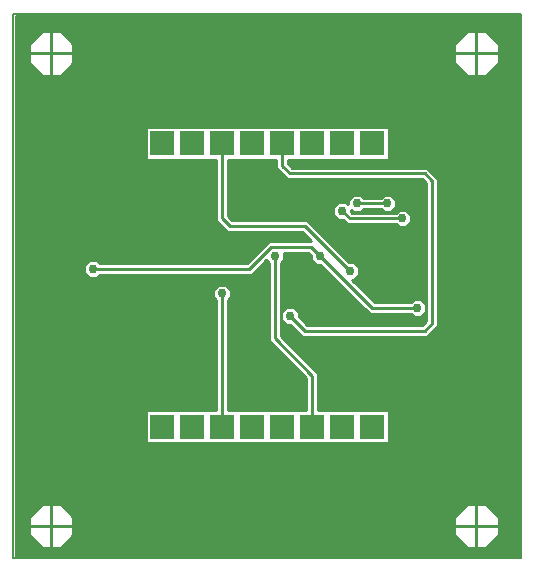
<source format=gtl>
G04 PROTEUS RS274X GERBER FILE*
%FSLAX24Y24*%
%MOIN*%
%ADD10C,0.0100*%
%ADD11C,0.0300*%
%ADD12C,0.0013*%
%ADD13R,0.0800X0.0800*%
%ADD14C,0.0050*%
G54D10*
X-1500Y-250D02*
X-1503Y-253D01*
X-1503Y-4685D01*
X+250Y+1000D02*
X+250Y-1750D01*
X+1496Y-2996D01*
X+1496Y-4685D01*
X+2750Y+500D02*
X+1250Y+2000D01*
X-1250Y+2000D01*
X-1503Y+2253D01*
X-1503Y+4763D01*
X+750Y-1000D02*
X+1250Y-1500D01*
X+5250Y-1500D01*
X+5500Y-1250D01*
X+5500Y+3500D01*
X+5250Y+3750D01*
X+750Y+3750D01*
X+496Y+4003D01*
X+496Y+4763D01*
X+1750Y+1000D02*
X+3500Y-750D01*
X+5000Y-750D01*
X+4500Y+2250D02*
X+2750Y+2250D01*
X+2500Y+2500D01*
X+3000Y+2750D02*
X+4000Y+2750D01*
X-5815Y+580D02*
X-609Y+580D01*
X+119Y+1309D01*
X+1440Y+1309D01*
X+1750Y+1000D01*
G54D11*
X-1500Y-250D03*
X+250Y+1000D03*
X+2750Y+500D03*
X+750Y-1000D03*
X+5000Y-750D03*
X+1750Y+1000D03*
X+2500Y+2500D03*
X+4000Y+2750D03*
X+3000Y+2750D03*
X-5815Y+580D03*
X+4500Y+2250D03*
G54D10*
X-8394Y-8985D02*
X+8394Y-8985D01*
X+8394Y+8985D01*
X-8394Y+8985D01*
X-8394Y-8985D01*
X-6464Y+8062D02*
X-6464Y+7449D01*
X-6897Y+7015D01*
X-7511Y+7015D01*
X-7945Y+7449D01*
X-7945Y+8062D01*
X-7511Y+8496D01*
X-6897Y+8496D01*
X-6464Y+8062D01*
X+7709Y+8062D02*
X+7709Y+7449D01*
X+7275Y+7015D01*
X+6661Y+7015D01*
X+6227Y+7449D01*
X+6227Y+8062D01*
X+6661Y+8496D01*
X+7275Y+8496D01*
X+7709Y+8062D01*
X-6464Y-7685D02*
X-6464Y-8298D01*
X-6897Y-8732D01*
X-7511Y-8732D01*
X-7945Y-8298D01*
X-7945Y-7685D01*
X-7511Y-7251D01*
X-6897Y-7251D01*
X-6464Y-7685D01*
X+7709Y-7685D02*
X+7709Y-8298D01*
X+7275Y-8732D01*
X+6661Y-8732D01*
X+6227Y-8298D01*
X+6227Y-7685D01*
X+6661Y-7251D01*
X+7275Y-7251D01*
X+7709Y-7685D01*
X+4046Y+4213D02*
X+696Y+4213D01*
X+696Y+4086D01*
X+832Y+3949D01*
X+5332Y+3949D01*
X+5699Y+3582D01*
X+5699Y-1332D01*
X+5332Y-1699D01*
X+1167Y-1699D01*
X+767Y-1299D01*
X+625Y-1299D01*
X+450Y-1124D01*
X+450Y-875D01*
X+625Y-700D01*
X+874Y-700D01*
X+1049Y-875D01*
X+1049Y-1017D01*
X+1332Y-1300D01*
X+5167Y-1300D01*
X+5300Y-1167D01*
X+5300Y+3417D01*
X+5167Y+3550D01*
X+667Y+3550D01*
X+296Y+3921D01*
X+296Y+4213D01*
X-1303Y+4213D01*
X-1303Y+2336D01*
X-1167Y+2199D01*
X+1332Y+2199D01*
X+2732Y+799D01*
X+2874Y+799D01*
X+3049Y+624D01*
X+3049Y+375D01*
X+2874Y+200D01*
X+2832Y+200D01*
X+3582Y-550D01*
X+4775Y-550D01*
X+4875Y-450D01*
X+5124Y-450D01*
X+5299Y-625D01*
X+5299Y-874D01*
X+5124Y-1049D01*
X+4875Y-1049D01*
X+4775Y-949D01*
X+3417Y-949D01*
X+1767Y+700D01*
X+1625Y+700D01*
X+1450Y+875D01*
X+1450Y+1017D01*
X+1357Y+1109D01*
X+549Y+1109D01*
X+549Y+875D01*
X+449Y+775D01*
X+449Y-1667D01*
X+1696Y-2913D01*
X+1696Y-4135D01*
X+4046Y-4135D01*
X+4046Y-5235D01*
X-4053Y-5235D01*
X-4053Y-4135D01*
X-1703Y-4135D01*
X-1703Y-470D01*
X-1799Y-374D01*
X-1799Y-125D01*
X-1624Y+49D01*
X-1375Y+49D01*
X-1200Y-125D01*
X-1200Y-374D01*
X-1303Y-478D01*
X-1303Y-4135D01*
X+1296Y-4135D01*
X+1296Y-3078D01*
X+50Y-1832D01*
X+50Y+775D01*
X-40Y+866D01*
X-526Y+380D01*
X-5591Y+380D01*
X-5691Y+280D01*
X-5939Y+280D01*
X-6115Y+456D01*
X-6115Y+705D01*
X-5939Y+880D01*
X-5691Y+880D01*
X-5591Y+780D01*
X-692Y+780D01*
X+37Y+1509D01*
X+1457Y+1509D01*
X+1167Y+1800D01*
X-1332Y+1800D01*
X-1703Y+2171D01*
X-1703Y+4213D01*
X-4053Y+4213D01*
X-4053Y+5313D01*
X+4046Y+5313D01*
X+4046Y+4213D01*
X+4299Y+2874D02*
X+4299Y+2625D01*
X+4124Y+2450D01*
X+3875Y+2450D01*
X+3775Y+2550D01*
X+3224Y+2550D01*
X+3124Y+2450D01*
X+2875Y+2450D01*
X+2799Y+2525D01*
X+2799Y+2482D01*
X+2832Y+2449D01*
X+4275Y+2449D01*
X+4375Y+2549D01*
X+4624Y+2549D01*
X+4799Y+2374D01*
X+4799Y+2125D01*
X+4624Y+1950D01*
X+4375Y+1950D01*
X+4275Y+2050D01*
X+2667Y+2050D01*
X+2517Y+2200D01*
X+2375Y+2200D01*
X+2200Y+2375D01*
X+2200Y+2624D01*
X+2375Y+2799D01*
X+2624Y+2799D01*
X+2700Y+2724D01*
X+2700Y+2874D01*
X+2875Y+3049D01*
X+3124Y+3049D01*
X+3224Y+2949D01*
X+3775Y+2949D01*
X+3875Y+3049D01*
X+4124Y+3049D01*
X+4299Y+2874D01*
G54D12*
X-8394Y-8985D02*
X-8394Y+8985D01*
X-8384Y-8985D02*
X-8384Y+8985D01*
X-8374Y-8985D02*
X-8374Y+8985D01*
X-8364Y-8985D02*
X-8364Y+8985D01*
X-8354Y-8985D02*
X-8354Y+8985D01*
X-8344Y-8985D02*
X-8344Y+8985D01*
X-8334Y-8985D02*
X-8334Y+8985D01*
X-8324Y-8985D02*
X-8324Y+8985D01*
X-8314Y-8985D02*
X-8314Y+8985D01*
X-8304Y-8985D02*
X-8304Y+8985D01*
X-8294Y-8985D02*
X-8294Y+8985D01*
X-8284Y-8985D02*
X-8284Y+8985D01*
X-8274Y-8985D02*
X-8274Y+8985D01*
X-8264Y-8985D02*
X-8264Y+8985D01*
X-8254Y-8985D02*
X-8254Y+8985D01*
X-8244Y-8985D02*
X-8244Y+8985D01*
X-8234Y-8985D02*
X-8234Y+8985D01*
X-8224Y-8985D02*
X-8224Y+8985D01*
X-8214Y-8985D02*
X-8214Y+8985D01*
X-8204Y-8985D02*
X-8204Y+8985D01*
X-8194Y-8985D02*
X-8194Y+8985D01*
X-8184Y-8985D02*
X-8184Y+8985D01*
X-8174Y-8985D02*
X-8174Y+8985D01*
X-8164Y-8985D02*
X-8164Y+8985D01*
X-8154Y-8985D02*
X-8154Y+8985D01*
X-8144Y-8985D02*
X-8144Y+8985D01*
X-8134Y-8985D02*
X-8134Y+8985D01*
X-8124Y-8985D02*
X-8124Y+8985D01*
X-8114Y-8985D02*
X-8114Y+8985D01*
X-8104Y-8985D02*
X-8104Y+8985D01*
X-8094Y-8985D02*
X-8094Y+8985D01*
X-8084Y-8985D02*
X-8084Y+8985D01*
X-8074Y-8985D02*
X-8074Y+8985D01*
X-8064Y-8985D02*
X-8064Y+8985D01*
X-8054Y-8985D02*
X-8054Y+8985D01*
X-8044Y-8985D02*
X-8044Y+8985D01*
X-8034Y-8985D02*
X-8034Y+8985D01*
X-8024Y-8985D02*
X-8024Y+8985D01*
X-8014Y-8985D02*
X-8014Y+8985D01*
X-8004Y-8985D02*
X-8004Y+8985D01*
X-7994Y-8985D02*
X-7994Y+8985D01*
X-7984Y-8985D02*
X-7984Y+8985D01*
X-7974Y-8985D02*
X-7974Y+8985D01*
X-7964Y-8985D02*
X-7964Y+8985D01*
X-7954Y-8985D02*
X-7954Y+8985D01*
X-7944Y-8985D02*
X-7944Y-8299D01*
X-7944Y-7684D02*
X-7944Y+7448D01*
X-7944Y+8063D02*
X-7944Y+8985D01*
X-7934Y-8985D02*
X-7934Y-8309D01*
X-7934Y-7674D02*
X-7934Y+7438D01*
X-7934Y+8073D02*
X-7934Y+8985D01*
X-7924Y-8985D02*
X-7924Y-8319D01*
X-7924Y-7664D02*
X-7924Y+7428D01*
X-7924Y+8083D02*
X-7924Y+8985D01*
X-7914Y-8985D02*
X-7914Y-8329D01*
X-7914Y-7654D02*
X-7914Y+7418D01*
X-7914Y+8093D02*
X-7914Y+8985D01*
X-7904Y-8985D02*
X-7904Y-8339D01*
X-7904Y-7644D02*
X-7904Y+7408D01*
X-7904Y+8103D02*
X-7904Y+8985D01*
X-7894Y-8985D02*
X-7894Y-8349D01*
X-7894Y-7634D02*
X-7894Y+7398D01*
X-7894Y+8113D02*
X-7894Y+8985D01*
X-7884Y-8985D02*
X-7884Y-8359D01*
X-7884Y-7624D02*
X-7884Y+7388D01*
X-7884Y+8123D02*
X-7884Y+8985D01*
X-7874Y-8985D02*
X-7874Y-8369D01*
X-7874Y-7614D02*
X-7874Y+7378D01*
X-7874Y+8133D02*
X-7874Y+8985D01*
X-7864Y-8985D02*
X-7864Y-8379D01*
X-7864Y-7604D02*
X-7864Y+7368D01*
X-7864Y+8143D02*
X-7864Y+8985D01*
X-7854Y-8985D02*
X-7854Y-8389D01*
X-7854Y-7594D02*
X-7854Y+7358D01*
X-7854Y+8153D02*
X-7854Y+8985D01*
X-7844Y-8985D02*
X-7844Y-8399D01*
X-7844Y-7584D02*
X-7844Y+7348D01*
X-7844Y+8163D02*
X-7844Y+8985D01*
X-7834Y-8985D02*
X-7834Y-8409D01*
X-7834Y-7574D02*
X-7834Y+7338D01*
X-7834Y+8173D02*
X-7834Y+8985D01*
X-7824Y-8985D02*
X-7824Y-8419D01*
X-7824Y-7564D02*
X-7824Y+7328D01*
X-7824Y+8183D02*
X-7824Y+8985D01*
X-7814Y-8985D02*
X-7814Y-8429D01*
X-7814Y-7554D02*
X-7814Y+7318D01*
X-7814Y+8193D02*
X-7814Y+8985D01*
X-7804Y-8985D02*
X-7804Y-8439D01*
X-7804Y-7544D02*
X-7804Y+7308D01*
X-7804Y+8203D02*
X-7804Y+8985D01*
X-7794Y-8985D02*
X-7794Y-8449D01*
X-7794Y-7534D02*
X-7794Y+7298D01*
X-7794Y+8213D02*
X-7794Y+8985D01*
X-7784Y-8985D02*
X-7784Y-8459D01*
X-7784Y-7524D02*
X-7784Y+7288D01*
X-7784Y+8223D02*
X-7784Y+8985D01*
X-7774Y-8985D02*
X-7774Y-8469D01*
X-7774Y-7514D02*
X-7774Y+7278D01*
X-7774Y+8233D02*
X-7774Y+8985D01*
X-7764Y-8985D02*
X-7764Y-8479D01*
X-7764Y-7504D02*
X-7764Y+7268D01*
X-7764Y+8243D02*
X-7764Y+8985D01*
X-7754Y-8985D02*
X-7754Y-8489D01*
X-7754Y-7494D02*
X-7754Y+7258D01*
X-7754Y+8253D02*
X-7754Y+8985D01*
X-7744Y-8985D02*
X-7744Y-8499D01*
X-7744Y-7484D02*
X-7744Y+7248D01*
X-7744Y+8263D02*
X-7744Y+8985D01*
X-7734Y-8985D02*
X-7734Y-8509D01*
X-7734Y-7474D02*
X-7734Y+7238D01*
X-7734Y+8273D02*
X-7734Y+8985D01*
X-7724Y-8985D02*
X-7724Y-8519D01*
X-7724Y-7464D02*
X-7724Y+7228D01*
X-7724Y+8283D02*
X-7724Y+8985D01*
X-7714Y-8985D02*
X-7714Y-8529D01*
X-7714Y-7454D02*
X-7714Y+7218D01*
X-7714Y+8293D02*
X-7714Y+8985D01*
X-7704Y-8985D02*
X-7704Y-8539D01*
X-7704Y-7444D02*
X-7704Y+7208D01*
X-7704Y+8303D02*
X-7704Y+8985D01*
X-7694Y-8985D02*
X-7694Y-8549D01*
X-7694Y-7434D02*
X-7694Y+7198D01*
X-7694Y+8313D02*
X-7694Y+8985D01*
X-7684Y-8985D02*
X-7684Y-8559D01*
X-7684Y-7424D02*
X-7684Y+7188D01*
X-7684Y+8323D02*
X-7684Y+8985D01*
X-7674Y-8985D02*
X-7674Y-8569D01*
X-7674Y-7414D02*
X-7674Y+7178D01*
X-7674Y+8333D02*
X-7674Y+8985D01*
X-7664Y-8985D02*
X-7664Y-8579D01*
X-7664Y-7404D02*
X-7664Y+7168D01*
X-7664Y+8343D02*
X-7664Y+8985D01*
X-7654Y-8985D02*
X-7654Y-8589D01*
X-7654Y-7394D02*
X-7654Y+7158D01*
X-7654Y+8353D02*
X-7654Y+8985D01*
X-7644Y-8985D02*
X-7644Y-8599D01*
X-7644Y-7384D02*
X-7644Y+7148D01*
X-7644Y+8363D02*
X-7644Y+8985D01*
X-7634Y-8985D02*
X-7634Y-8609D01*
X-7634Y-7374D02*
X-7634Y+7138D01*
X-7634Y+8373D02*
X-7634Y+8985D01*
X-7624Y-8985D02*
X-7624Y-8619D01*
X-7624Y-7364D02*
X-7624Y+7128D01*
X-7624Y+8383D02*
X-7624Y+8985D01*
X-7614Y-8985D02*
X-7614Y-8629D01*
X-7614Y-7354D02*
X-7614Y+7118D01*
X-7614Y+8393D02*
X-7614Y+8985D01*
X-7604Y-8985D02*
X-7604Y-8639D01*
X-7604Y-7344D02*
X-7604Y+7108D01*
X-7604Y+8403D02*
X-7604Y+8985D01*
X-7594Y-8985D02*
X-7594Y-8649D01*
X-7594Y-7334D02*
X-7594Y+7098D01*
X-7594Y+8413D02*
X-7594Y+8985D01*
X-7584Y-8985D02*
X-7584Y-8659D01*
X-7584Y-7324D02*
X-7584Y+7088D01*
X-7584Y+8423D02*
X-7584Y+8985D01*
X-7574Y-8985D02*
X-7574Y-8669D01*
X-7574Y-7314D02*
X-7574Y+7078D01*
X-7574Y+8433D02*
X-7574Y+8985D01*
X-7564Y-8985D02*
X-7564Y-8679D01*
X-7564Y-7304D02*
X-7564Y+7068D01*
X-7564Y+8443D02*
X-7564Y+8985D01*
X-7554Y-8985D02*
X-7554Y-8689D01*
X-7554Y-7294D02*
X-7554Y+7058D01*
X-7554Y+8453D02*
X-7554Y+8985D01*
X-7544Y-8985D02*
X-7544Y-8699D01*
X-7544Y-7284D02*
X-7544Y+7048D01*
X-7544Y+8463D02*
X-7544Y+8985D01*
X-7534Y-8985D02*
X-7534Y-8709D01*
X-7534Y-7274D02*
X-7534Y+7038D01*
X-7534Y+8473D02*
X-7534Y+8985D01*
X-7524Y-8985D02*
X-7524Y-8719D01*
X-7524Y-7264D02*
X-7524Y+7028D01*
X-7524Y+8483D02*
X-7524Y+8985D01*
X-7514Y-8985D02*
X-7514Y-8729D01*
X-7514Y-7254D02*
X-7514Y+7018D01*
X-7514Y+8493D02*
X-7514Y+8985D01*
X-7504Y-8985D02*
X-7504Y-8732D01*
X-7504Y-7251D02*
X-7504Y+7015D01*
X-7504Y+8496D02*
X-7504Y+8985D01*
X-7494Y-8985D02*
X-7494Y-8732D01*
X-7494Y-7251D02*
X-7494Y+7015D01*
X-7494Y+8496D02*
X-7494Y+8985D01*
X-7484Y-8985D02*
X-7484Y-8732D01*
X-7484Y-7251D02*
X-7484Y+7015D01*
X-7484Y+8496D02*
X-7484Y+8985D01*
X-7474Y-8985D02*
X-7474Y-8732D01*
X-7474Y-7251D02*
X-7474Y+7015D01*
X-7474Y+8496D02*
X-7474Y+8985D01*
X-7464Y-8985D02*
X-7464Y-8732D01*
X-7464Y-7251D02*
X-7464Y+7015D01*
X-7464Y+8496D02*
X-7464Y+8985D01*
X-7454Y-8985D02*
X-7454Y-8732D01*
X-7454Y-7251D02*
X-7454Y+7015D01*
X-7454Y+8496D02*
X-7454Y+8985D01*
X-7444Y-8985D02*
X-7444Y-8732D01*
X-7444Y-7251D02*
X-7444Y+7015D01*
X-7444Y+8496D02*
X-7444Y+8985D01*
X-7434Y-8985D02*
X-7434Y-8732D01*
X-7434Y-7251D02*
X-7434Y+7015D01*
X-7434Y+8496D02*
X-7434Y+8985D01*
X-7424Y-8985D02*
X-7424Y-8732D01*
X-7424Y-7251D02*
X-7424Y+7015D01*
X-7424Y+8496D02*
X-7424Y+8985D01*
X-7414Y-8985D02*
X-7414Y-8732D01*
X-7414Y-7251D02*
X-7414Y+7015D01*
X-7414Y+8496D02*
X-7414Y+8985D01*
X-7404Y-8985D02*
X-7404Y-8732D01*
X-7404Y-7251D02*
X-7404Y+7015D01*
X-7404Y+8496D02*
X-7404Y+8985D01*
X-7394Y-8985D02*
X-7394Y-8732D01*
X-7394Y-7251D02*
X-7394Y+7015D01*
X-7394Y+8496D02*
X-7394Y+8985D01*
X-7384Y-8985D02*
X-7384Y-8732D01*
X-7384Y-7251D02*
X-7384Y+7015D01*
X-7384Y+8496D02*
X-7384Y+8985D01*
X-7374Y-8985D02*
X-7374Y-8732D01*
X-7374Y-7251D02*
X-7374Y+7015D01*
X-7374Y+8496D02*
X-7374Y+8985D01*
X-7364Y-8985D02*
X-7364Y-8732D01*
X-7364Y-7251D02*
X-7364Y+7015D01*
X-7364Y+8496D02*
X-7364Y+8985D01*
X-7354Y-8985D02*
X-7354Y-8732D01*
X-7354Y-7251D02*
X-7354Y+7015D01*
X-7354Y+8496D02*
X-7354Y+8985D01*
X-7344Y-8985D02*
X-7344Y-8732D01*
X-7344Y-7251D02*
X-7344Y+7015D01*
X-7344Y+8496D02*
X-7344Y+8985D01*
X-7334Y-8985D02*
X-7334Y-8732D01*
X-7334Y-7251D02*
X-7334Y+7015D01*
X-7334Y+8496D02*
X-7334Y+8985D01*
X-7324Y-8985D02*
X-7324Y-8732D01*
X-7324Y-7251D02*
X-7324Y+7015D01*
X-7324Y+8496D02*
X-7324Y+8985D01*
X-7314Y-8985D02*
X-7314Y-8732D01*
X-7314Y-7251D02*
X-7314Y+7015D01*
X-7314Y+8496D02*
X-7314Y+8985D01*
X-7304Y-8985D02*
X-7304Y-8732D01*
X-7304Y-7251D02*
X-7304Y+7015D01*
X-7304Y+8496D02*
X-7304Y+8985D01*
X-7294Y-8985D02*
X-7294Y-8732D01*
X-7294Y-7251D02*
X-7294Y+7015D01*
X-7294Y+8496D02*
X-7294Y+8985D01*
X-7284Y-8985D02*
X-7284Y-8732D01*
X-7284Y-7251D02*
X-7284Y+7015D01*
X-7284Y+8496D02*
X-7284Y+8985D01*
X-7274Y-8985D02*
X-7274Y-8732D01*
X-7274Y-7251D02*
X-7274Y+7015D01*
X-7274Y+8496D02*
X-7274Y+8985D01*
X-7264Y-8985D02*
X-7264Y-8732D01*
X-7264Y-7251D02*
X-7264Y+7015D01*
X-7264Y+8496D02*
X-7264Y+8985D01*
X-7254Y-8985D02*
X-7254Y-8732D01*
X-7254Y-7251D02*
X-7254Y+7015D01*
X-7254Y+8496D02*
X-7254Y+8985D01*
X-7244Y-8985D02*
X-7244Y-8732D01*
X-7244Y-7251D02*
X-7244Y+7015D01*
X-7244Y+8496D02*
X-7244Y+8985D01*
X-7234Y-8985D02*
X-7234Y-8732D01*
X-7234Y-7251D02*
X-7234Y+7015D01*
X-7234Y+8496D02*
X-7234Y+8985D01*
X-7224Y-8985D02*
X-7224Y-8732D01*
X-7224Y-7251D02*
X-7224Y+7015D01*
X-7224Y+8496D02*
X-7224Y+8985D01*
X-7214Y-8985D02*
X-7214Y-8732D01*
X-7214Y-7251D02*
X-7214Y+7015D01*
X-7214Y+8496D02*
X-7214Y+8985D01*
X-7204Y-8985D02*
X-7204Y-8732D01*
X-7204Y-7251D02*
X-7204Y+7015D01*
X-7204Y+8496D02*
X-7204Y+8985D01*
X-7194Y-8985D02*
X-7194Y-8732D01*
X-7194Y-7251D02*
X-7194Y+7015D01*
X-7194Y+8496D02*
X-7194Y+8985D01*
X-7184Y-8985D02*
X-7184Y-8732D01*
X-7184Y-7251D02*
X-7184Y+7015D01*
X-7184Y+8496D02*
X-7184Y+8985D01*
X-7174Y-8985D02*
X-7174Y-8732D01*
X-7174Y-7251D02*
X-7174Y+7015D01*
X-7174Y+8496D02*
X-7174Y+8985D01*
X-7164Y-8985D02*
X-7164Y-8732D01*
X-7164Y-7251D02*
X-7164Y+7015D01*
X-7164Y+8496D02*
X-7164Y+8985D01*
X-7154Y-8985D02*
X-7154Y-8732D01*
X-7154Y-7251D02*
X-7154Y+7015D01*
X-7154Y+8496D02*
X-7154Y+8985D01*
X-7144Y-8985D02*
X-7144Y-8732D01*
X-7144Y-7251D02*
X-7144Y+7015D01*
X-7144Y+8496D02*
X-7144Y+8985D01*
X-7134Y-8985D02*
X-7134Y-8732D01*
X-7134Y-7251D02*
X-7134Y+7015D01*
X-7134Y+8496D02*
X-7134Y+8985D01*
X-7124Y-8985D02*
X-7124Y-8732D01*
X-7124Y-7251D02*
X-7124Y+7015D01*
X-7124Y+8496D02*
X-7124Y+8985D01*
X-7114Y-8985D02*
X-7114Y-8732D01*
X-7114Y-7251D02*
X-7114Y+7015D01*
X-7114Y+8496D02*
X-7114Y+8985D01*
X-7104Y-8985D02*
X-7104Y-8732D01*
X-7104Y-7251D02*
X-7104Y+7015D01*
X-7104Y+8496D02*
X-7104Y+8985D01*
X-7094Y-8985D02*
X-7094Y-8732D01*
X-7094Y-7251D02*
X-7094Y+7015D01*
X-7094Y+8496D02*
X-7094Y+8985D01*
X-7084Y-8985D02*
X-7084Y-8732D01*
X-7084Y-7251D02*
X-7084Y+7015D01*
X-7084Y+8496D02*
X-7084Y+8985D01*
X-7074Y-8985D02*
X-7074Y-8732D01*
X-7074Y-7251D02*
X-7074Y+7015D01*
X-7074Y+8496D02*
X-7074Y+8985D01*
X-7064Y-8985D02*
X-7064Y-8732D01*
X-7064Y-7251D02*
X-7064Y+7015D01*
X-7064Y+8496D02*
X-7064Y+8985D01*
X-7054Y-8985D02*
X-7054Y-8732D01*
X-7054Y-7251D02*
X-7054Y+7015D01*
X-7054Y+8496D02*
X-7054Y+8985D01*
X-7044Y-8985D02*
X-7044Y-8732D01*
X-7044Y-7251D02*
X-7044Y+7015D01*
X-7044Y+8496D02*
X-7044Y+8985D01*
X-7034Y-8985D02*
X-7034Y-8732D01*
X-7034Y-7251D02*
X-7034Y+7015D01*
X-7034Y+8496D02*
X-7034Y+8985D01*
X-7024Y-8985D02*
X-7024Y-8732D01*
X-7024Y-7251D02*
X-7024Y+7015D01*
X-7024Y+8496D02*
X-7024Y+8985D01*
X-7014Y-8985D02*
X-7014Y-8732D01*
X-7014Y-7251D02*
X-7014Y+7015D01*
X-7014Y+8496D02*
X-7014Y+8985D01*
X-7004Y-8985D02*
X-7004Y-8732D01*
X-7004Y-7251D02*
X-7004Y+7015D01*
X-7004Y+8496D02*
X-7004Y+8985D01*
X-6994Y-8985D02*
X-6994Y-8732D01*
X-6994Y-7251D02*
X-6994Y+7015D01*
X-6994Y+8496D02*
X-6994Y+8985D01*
X-6984Y-8985D02*
X-6984Y-8732D01*
X-6984Y-7251D02*
X-6984Y+7015D01*
X-6984Y+8496D02*
X-6984Y+8985D01*
X-6974Y-8985D02*
X-6974Y-8732D01*
X-6974Y-7251D02*
X-6974Y+7015D01*
X-6974Y+8496D02*
X-6974Y+8985D01*
X-6964Y-8985D02*
X-6964Y-8732D01*
X-6964Y-7251D02*
X-6964Y+7015D01*
X-6964Y+8496D02*
X-6964Y+8985D01*
X-6954Y-8985D02*
X-6954Y-8732D01*
X-6954Y-7251D02*
X-6954Y+7015D01*
X-6954Y+8496D02*
X-6954Y+8985D01*
X-6944Y-8985D02*
X-6944Y-8732D01*
X-6944Y-7251D02*
X-6944Y+7015D01*
X-6944Y+8496D02*
X-6944Y+8985D01*
X-6934Y-8985D02*
X-6934Y-8732D01*
X-6934Y-7251D02*
X-6934Y+7015D01*
X-6934Y+8496D02*
X-6934Y+8985D01*
X-6924Y-8985D02*
X-6924Y-8732D01*
X-6924Y-7251D02*
X-6924Y+7015D01*
X-6924Y+8496D02*
X-6924Y+8985D01*
X-6914Y-8985D02*
X-6914Y-8732D01*
X-6914Y-7251D02*
X-6914Y+7015D01*
X-6914Y+8496D02*
X-6914Y+8985D01*
X-6904Y-8985D02*
X-6904Y-8732D01*
X-6904Y-7251D02*
X-6904Y+7015D01*
X-6904Y+8496D02*
X-6904Y+8985D01*
X-6894Y-8985D02*
X-6894Y-8728D01*
X-6894Y-7254D02*
X-6894Y+7018D01*
X-6894Y+8492D02*
X-6894Y+8985D01*
X-6884Y-8985D02*
X-6884Y-8718D01*
X-6884Y-7264D02*
X-6884Y+7028D01*
X-6884Y+8482D02*
X-6884Y+8985D01*
X-6874Y-8985D02*
X-6874Y-8708D01*
X-6874Y-7274D02*
X-6874Y+7038D01*
X-6874Y+8472D02*
X-6874Y+8985D01*
X-6864Y-8985D02*
X-6864Y-8698D01*
X-6864Y-7284D02*
X-6864Y+7048D01*
X-6864Y+8462D02*
X-6864Y+8985D01*
X-6854Y-8985D02*
X-6854Y-8688D01*
X-6854Y-7294D02*
X-6854Y+7058D01*
X-6854Y+8452D02*
X-6854Y+8985D01*
X-6844Y-8985D02*
X-6844Y-8678D01*
X-6844Y-7304D02*
X-6844Y+7068D01*
X-6844Y+8442D02*
X-6844Y+8985D01*
X-6834Y-8985D02*
X-6834Y-8668D01*
X-6834Y-7314D02*
X-6834Y+7078D01*
X-6834Y+8432D02*
X-6834Y+8985D01*
X-6824Y-8985D02*
X-6824Y-8658D01*
X-6824Y-7324D02*
X-6824Y+7088D01*
X-6824Y+8422D02*
X-6824Y+8985D01*
X-6814Y-8985D02*
X-6814Y-8648D01*
X-6814Y-7334D02*
X-6814Y+7098D01*
X-6814Y+8412D02*
X-6814Y+8985D01*
X-6804Y-8985D02*
X-6804Y-8638D01*
X-6804Y-7344D02*
X-6804Y+7108D01*
X-6804Y+8402D02*
X-6804Y+8985D01*
X-6794Y-8985D02*
X-6794Y-8628D01*
X-6794Y-7354D02*
X-6794Y+7118D01*
X-6794Y+8392D02*
X-6794Y+8985D01*
X-6784Y-8985D02*
X-6784Y-8618D01*
X-6784Y-7364D02*
X-6784Y+7128D01*
X-6784Y+8382D02*
X-6784Y+8985D01*
X-6774Y-8985D02*
X-6774Y-8608D01*
X-6774Y-7374D02*
X-6774Y+7138D01*
X-6774Y+8372D02*
X-6774Y+8985D01*
X-6764Y-8985D02*
X-6764Y-8598D01*
X-6764Y-7384D02*
X-6764Y+7148D01*
X-6764Y+8362D02*
X-6764Y+8985D01*
X-6754Y-8985D02*
X-6754Y-8588D01*
X-6754Y-7394D02*
X-6754Y+7158D01*
X-6754Y+8352D02*
X-6754Y+8985D01*
X-6744Y-8985D02*
X-6744Y-8578D01*
X-6744Y-7404D02*
X-6744Y+7168D01*
X-6744Y+8342D02*
X-6744Y+8985D01*
X-6734Y-8985D02*
X-6734Y-8568D01*
X-6734Y-7414D02*
X-6734Y+7178D01*
X-6734Y+8332D02*
X-6734Y+8985D01*
X-6724Y-8985D02*
X-6724Y-8558D01*
X-6724Y-7424D02*
X-6724Y+7188D01*
X-6724Y+8322D02*
X-6724Y+8985D01*
X-6714Y-8985D02*
X-6714Y-8548D01*
X-6714Y-7434D02*
X-6714Y+7198D01*
X-6714Y+8312D02*
X-6714Y+8985D01*
X-6704Y-8985D02*
X-6704Y-8538D01*
X-6704Y-7444D02*
X-6704Y+7208D01*
X-6704Y+8302D02*
X-6704Y+8985D01*
X-6694Y-8985D02*
X-6694Y-8528D01*
X-6694Y-7454D02*
X-6694Y+7218D01*
X-6694Y+8292D02*
X-6694Y+8985D01*
X-6684Y-8985D02*
X-6684Y-8518D01*
X-6684Y-7464D02*
X-6684Y+7228D01*
X-6684Y+8282D02*
X-6684Y+8985D01*
X-6674Y-8985D02*
X-6674Y-8508D01*
X-6674Y-7474D02*
X-6674Y+7238D01*
X-6674Y+8272D02*
X-6674Y+8985D01*
X-6664Y-8985D02*
X-6664Y-8498D01*
X-6664Y-7484D02*
X-6664Y+7248D01*
X-6664Y+8262D02*
X-6664Y+8985D01*
X-6654Y-8985D02*
X-6654Y-8488D01*
X-6654Y-7494D02*
X-6654Y+7258D01*
X-6654Y+8252D02*
X-6654Y+8985D01*
X-6644Y-8985D02*
X-6644Y-8478D01*
X-6644Y-7504D02*
X-6644Y+7268D01*
X-6644Y+8242D02*
X-6644Y+8985D01*
X-6634Y-8985D02*
X-6634Y-8468D01*
X-6634Y-7514D02*
X-6634Y+7278D01*
X-6634Y+8232D02*
X-6634Y+8985D01*
X-6624Y-8985D02*
X-6624Y-8458D01*
X-6624Y-7524D02*
X-6624Y+7288D01*
X-6624Y+8222D02*
X-6624Y+8985D01*
X-6614Y-8985D02*
X-6614Y-8448D01*
X-6614Y-7534D02*
X-6614Y+7298D01*
X-6614Y+8212D02*
X-6614Y+8985D01*
X-6604Y-8985D02*
X-6604Y-8438D01*
X-6604Y-7544D02*
X-6604Y+7308D01*
X-6604Y+8202D02*
X-6604Y+8985D01*
X-6594Y-8985D02*
X-6594Y-8428D01*
X-6594Y-7554D02*
X-6594Y+7318D01*
X-6594Y+8192D02*
X-6594Y+8985D01*
X-6584Y-8985D02*
X-6584Y-8418D01*
X-6584Y-7564D02*
X-6584Y+7328D01*
X-6584Y+8182D02*
X-6584Y+8985D01*
X-6574Y-8985D02*
X-6574Y-8408D01*
X-6574Y-7574D02*
X-6574Y+7338D01*
X-6574Y+8172D02*
X-6574Y+8985D01*
X-6564Y-8985D02*
X-6564Y-8398D01*
X-6564Y-7584D02*
X-6564Y+7348D01*
X-6564Y+8162D02*
X-6564Y+8985D01*
X-6554Y-8985D02*
X-6554Y-8388D01*
X-6554Y-7594D02*
X-6554Y+7358D01*
X-6554Y+8152D02*
X-6554Y+8985D01*
X-6544Y-8985D02*
X-6544Y-8378D01*
X-6544Y-7604D02*
X-6544Y+7368D01*
X-6544Y+8142D02*
X-6544Y+8985D01*
X-6534Y-8985D02*
X-6534Y-8368D01*
X-6534Y-7614D02*
X-6534Y+7378D01*
X-6534Y+8132D02*
X-6534Y+8985D01*
X-6524Y-8985D02*
X-6524Y-8358D01*
X-6524Y-7624D02*
X-6524Y+7388D01*
X-6524Y+8122D02*
X-6524Y+8985D01*
X-6514Y-8985D02*
X-6514Y-8348D01*
X-6514Y-7634D02*
X-6514Y+7398D01*
X-6514Y+8112D02*
X-6514Y+8985D01*
X-6504Y-8985D02*
X-6504Y-8338D01*
X-6504Y-7644D02*
X-6504Y+7408D01*
X-6504Y+8102D02*
X-6504Y+8985D01*
X-6494Y-8985D02*
X-6494Y-8328D01*
X-6494Y-7654D02*
X-6494Y+7418D01*
X-6494Y+8092D02*
X-6494Y+8985D01*
X-6484Y-8985D02*
X-6484Y-8318D01*
X-6484Y-7664D02*
X-6484Y+7428D01*
X-6484Y+8082D02*
X-6484Y+8985D01*
X-6474Y-8985D02*
X-6474Y-8308D01*
X-6474Y-7674D02*
X-6474Y+7438D01*
X-6474Y+8072D02*
X-6474Y+8985D01*
X-6464Y-8985D02*
X-6464Y+8985D01*
X-6454Y-8985D02*
X-6454Y+8985D01*
X-6444Y-8985D02*
X-6444Y+8985D01*
X-6434Y-8985D02*
X-6434Y+8985D01*
X-6424Y-8985D02*
X-6424Y+8985D01*
X-6414Y-8985D02*
X-6414Y+8985D01*
X-6404Y-8985D02*
X-6404Y+8985D01*
X-6394Y-8985D02*
X-6394Y+8985D01*
X-6384Y-8985D02*
X-6384Y+8985D01*
X-6374Y-8985D02*
X-6374Y+8985D01*
X-6364Y-8985D02*
X-6364Y+8985D01*
X-6354Y-8985D02*
X-6354Y+8985D01*
X-6344Y-8985D02*
X-6344Y+8985D01*
X-6334Y-8985D02*
X-6334Y+8985D01*
X-6324Y-8985D02*
X-6324Y+8985D01*
X-6314Y-8985D02*
X-6314Y+8985D01*
X-6304Y-8985D02*
X-6304Y+8985D01*
X-6294Y-8985D02*
X-6294Y+8985D01*
X-6284Y-8985D02*
X-6284Y+8985D01*
X-6274Y-8985D02*
X-6274Y+8985D01*
X-6264Y-8985D02*
X-6264Y+8985D01*
X-6254Y-8985D02*
X-6254Y+8985D01*
X-6244Y-8985D02*
X-6244Y+8985D01*
X-6234Y-8985D02*
X-6234Y+8985D01*
X-6224Y-8985D02*
X-6224Y+8985D01*
X-6214Y-8985D02*
X-6214Y+8985D01*
X-6204Y-8985D02*
X-6204Y+8985D01*
X-6194Y-8985D02*
X-6194Y+8985D01*
X-6184Y-8985D02*
X-6184Y+8985D01*
X-6174Y-8985D02*
X-6174Y+8985D01*
X-6164Y-8985D02*
X-6164Y+8985D01*
X-6154Y-8985D02*
X-6154Y+8985D01*
X-6144Y-8985D02*
X-6144Y+8985D01*
X-6134Y-8985D02*
X-6134Y+8985D01*
X-6124Y-8985D02*
X-6124Y+8985D01*
X-6114Y-8985D02*
X-6114Y+455D01*
X-6114Y+705D02*
X-6114Y+8985D01*
X-6104Y-8985D02*
X-6104Y+445D01*
X-6104Y+715D02*
X-6104Y+8985D01*
X-6094Y-8985D02*
X-6094Y+435D01*
X-6094Y+725D02*
X-6094Y+8985D01*
X-6084Y-8985D02*
X-6084Y+425D01*
X-6084Y+735D02*
X-6084Y+8985D01*
X-6074Y-8985D02*
X-6074Y+415D01*
X-6074Y+745D02*
X-6074Y+8985D01*
X-6064Y-8985D02*
X-6064Y+405D01*
X-6064Y+755D02*
X-6064Y+8985D01*
X-6054Y-8985D02*
X-6054Y+395D01*
X-6054Y+765D02*
X-6054Y+8985D01*
X-6044Y-8985D02*
X-6044Y+385D01*
X-6044Y+775D02*
X-6044Y+8985D01*
X-6034Y-8985D02*
X-6034Y+375D01*
X-6034Y+785D02*
X-6034Y+8985D01*
X-6024Y-8985D02*
X-6024Y+365D01*
X-6024Y+795D02*
X-6024Y+8985D01*
X-6014Y-8985D02*
X-6014Y+355D01*
X-6014Y+805D02*
X-6014Y+8985D01*
X-6004Y-8985D02*
X-6004Y+345D01*
X-6004Y+815D02*
X-6004Y+8985D01*
X-5994Y-8985D02*
X-5994Y+335D01*
X-5994Y+825D02*
X-5994Y+8985D01*
X-5984Y-8985D02*
X-5984Y+325D01*
X-5984Y+835D02*
X-5984Y+8985D01*
X-5974Y-8985D02*
X-5974Y+315D01*
X-5974Y+845D02*
X-5974Y+8985D01*
X-5964Y-8985D02*
X-5964Y+305D01*
X-5964Y+855D02*
X-5964Y+8985D01*
X-5954Y-8985D02*
X-5954Y+295D01*
X-5954Y+865D02*
X-5954Y+8985D01*
X-5944Y-8985D02*
X-5944Y+285D01*
X-5944Y+875D02*
X-5944Y+8985D01*
X-5934Y-8985D02*
X-5934Y+280D01*
X-5934Y+880D02*
X-5934Y+8985D01*
X-5924Y-8985D02*
X-5924Y+280D01*
X-5924Y+880D02*
X-5924Y+8985D01*
X-5914Y-8985D02*
X-5914Y+280D01*
X-5914Y+880D02*
X-5914Y+8985D01*
X-5904Y-8985D02*
X-5904Y+280D01*
X-5904Y+880D02*
X-5904Y+8985D01*
X-5894Y-8985D02*
X-5894Y+280D01*
X-5894Y+880D02*
X-5894Y+8985D01*
X-5884Y-8985D02*
X-5884Y+280D01*
X-5884Y+880D02*
X-5884Y+8985D01*
X-5874Y-8985D02*
X-5874Y+280D01*
X-5874Y+880D02*
X-5874Y+8985D01*
X-5864Y-8985D02*
X-5864Y+280D01*
X-5864Y+880D02*
X-5864Y+8985D01*
X-5854Y-8985D02*
X-5854Y+280D01*
X-5854Y+880D02*
X-5854Y+8985D01*
X-5844Y-8985D02*
X-5844Y+280D01*
X-5844Y+880D02*
X-5844Y+8985D01*
X-5834Y-8985D02*
X-5834Y+280D01*
X-5834Y+880D02*
X-5834Y+8985D01*
X-5824Y-8985D02*
X-5824Y+280D01*
X-5824Y+880D02*
X-5824Y+8985D01*
X-5814Y-8985D02*
X-5814Y+280D01*
X-5814Y+880D02*
X-5814Y+8985D01*
X-5804Y-8985D02*
X-5804Y+280D01*
X-5804Y+880D02*
X-5804Y+8985D01*
X-5794Y-8985D02*
X-5794Y+280D01*
X-5794Y+880D02*
X-5794Y+8985D01*
X-5784Y-8985D02*
X-5784Y+280D01*
X-5784Y+880D02*
X-5784Y+8985D01*
X-5774Y-8985D02*
X-5774Y+280D01*
X-5774Y+880D02*
X-5774Y+8985D01*
X-5764Y-8985D02*
X-5764Y+280D01*
X-5764Y+880D02*
X-5764Y+8985D01*
X-5754Y-8985D02*
X-5754Y+280D01*
X-5754Y+880D02*
X-5754Y+8985D01*
X-5744Y-8985D02*
X-5744Y+280D01*
X-5744Y+880D02*
X-5744Y+8985D01*
X-5734Y-8985D02*
X-5734Y+280D01*
X-5734Y+880D02*
X-5734Y+8985D01*
X-5724Y-8985D02*
X-5724Y+280D01*
X-5724Y+880D02*
X-5724Y+8985D01*
X-5714Y-8985D02*
X-5714Y+280D01*
X-5714Y+880D02*
X-5714Y+8985D01*
X-5704Y-8985D02*
X-5704Y+280D01*
X-5704Y+880D02*
X-5704Y+8985D01*
X-5694Y-8985D02*
X-5694Y+280D01*
X-5694Y+880D02*
X-5694Y+8985D01*
X-5684Y-8985D02*
X-5684Y+287D01*
X-5684Y+873D02*
X-5684Y+8985D01*
X-5674Y-8985D02*
X-5674Y+297D01*
X-5674Y+863D02*
X-5674Y+8985D01*
X-5664Y-8985D02*
X-5664Y+307D01*
X-5664Y+853D02*
X-5664Y+8985D01*
X-5654Y-8985D02*
X-5654Y+317D01*
X-5654Y+843D02*
X-5654Y+8985D01*
X-5644Y-8985D02*
X-5644Y+327D01*
X-5644Y+833D02*
X-5644Y+8985D01*
X-5634Y-8985D02*
X-5634Y+337D01*
X-5634Y+823D02*
X-5634Y+8985D01*
X-5624Y-8985D02*
X-5624Y+347D01*
X-5624Y+813D02*
X-5624Y+8985D01*
X-5614Y-8985D02*
X-5614Y+357D01*
X-5614Y+803D02*
X-5614Y+8985D01*
X-5604Y-8985D02*
X-5604Y+367D01*
X-5604Y+793D02*
X-5604Y+8985D01*
X-5594Y-8985D02*
X-5594Y+377D01*
X-5594Y+783D02*
X-5594Y+8985D01*
X-5584Y-8985D02*
X-5584Y+380D01*
X-5584Y+780D02*
X-5584Y+8985D01*
X-5574Y-8985D02*
X-5574Y+380D01*
X-5574Y+780D02*
X-5574Y+8985D01*
X-5564Y-8985D02*
X-5564Y+380D01*
X-5564Y+780D02*
X-5564Y+8985D01*
X-5554Y-8985D02*
X-5554Y+380D01*
X-5554Y+780D02*
X-5554Y+8985D01*
X-5544Y-8985D02*
X-5544Y+380D01*
X-5544Y+780D02*
X-5544Y+8985D01*
X-5534Y-8985D02*
X-5534Y+380D01*
X-5534Y+780D02*
X-5534Y+8985D01*
X-5524Y-8985D02*
X-5524Y+380D01*
X-5524Y+780D02*
X-5524Y+8985D01*
X-5514Y-8985D02*
X-5514Y+380D01*
X-5514Y+780D02*
X-5514Y+8985D01*
X-5504Y-8985D02*
X-5504Y+380D01*
X-5504Y+780D02*
X-5504Y+8985D01*
X-5494Y-8985D02*
X-5494Y+380D01*
X-5494Y+780D02*
X-5494Y+8985D01*
X-5484Y-8985D02*
X-5484Y+380D01*
X-5484Y+780D02*
X-5484Y+8985D01*
X-5474Y-8985D02*
X-5474Y+380D01*
X-5474Y+780D02*
X-5474Y+8985D01*
X-5464Y-8985D02*
X-5464Y+380D01*
X-5464Y+780D02*
X-5464Y+8985D01*
X-5454Y-8985D02*
X-5454Y+380D01*
X-5454Y+780D02*
X-5454Y+8985D01*
X-5444Y-8985D02*
X-5444Y+380D01*
X-5444Y+780D02*
X-5444Y+8985D01*
X-5434Y-8985D02*
X-5434Y+380D01*
X-5434Y+780D02*
X-5434Y+8985D01*
X-5424Y-8985D02*
X-5424Y+380D01*
X-5424Y+780D02*
X-5424Y+8985D01*
X-5414Y-8985D02*
X-5414Y+380D01*
X-5414Y+780D02*
X-5414Y+8985D01*
X-5404Y-8985D02*
X-5404Y+380D01*
X-5404Y+780D02*
X-5404Y+8985D01*
X-5394Y-8985D02*
X-5394Y+380D01*
X-5394Y+780D02*
X-5394Y+8985D01*
X-5384Y-8985D02*
X-5384Y+380D01*
X-5384Y+780D02*
X-5384Y+8985D01*
X-5374Y-8985D02*
X-5374Y+380D01*
X-5374Y+780D02*
X-5374Y+8985D01*
X-5364Y-8985D02*
X-5364Y+380D01*
X-5364Y+780D02*
X-5364Y+8985D01*
X-5354Y-8985D02*
X-5354Y+380D01*
X-5354Y+780D02*
X-5354Y+8985D01*
X-5344Y-8985D02*
X-5344Y+380D01*
X-5344Y+780D02*
X-5344Y+8985D01*
X-5334Y-8985D02*
X-5334Y+380D01*
X-5334Y+780D02*
X-5334Y+8985D01*
X-5324Y-8985D02*
X-5324Y+380D01*
X-5324Y+780D02*
X-5324Y+8985D01*
X-5314Y-8985D02*
X-5314Y+380D01*
X-5314Y+780D02*
X-5314Y+8985D01*
X-5304Y-8985D02*
X-5304Y+380D01*
X-5304Y+780D02*
X-5304Y+8985D01*
X-5294Y-8985D02*
X-5294Y+380D01*
X-5294Y+780D02*
X-5294Y+8985D01*
X-5284Y-8985D02*
X-5284Y+380D01*
X-5284Y+780D02*
X-5284Y+8985D01*
X-5274Y-8985D02*
X-5274Y+380D01*
X-5274Y+780D02*
X-5274Y+8985D01*
X-5264Y-8985D02*
X-5264Y+380D01*
X-5264Y+780D02*
X-5264Y+8985D01*
X-5254Y-8985D02*
X-5254Y+380D01*
X-5254Y+780D02*
X-5254Y+8985D01*
X-5244Y-8985D02*
X-5244Y+380D01*
X-5244Y+780D02*
X-5244Y+8985D01*
X-5234Y-8985D02*
X-5234Y+380D01*
X-5234Y+780D02*
X-5234Y+8985D01*
X-5224Y-8985D02*
X-5224Y+380D01*
X-5224Y+780D02*
X-5224Y+8985D01*
X-5214Y-8985D02*
X-5214Y+380D01*
X-5214Y+780D02*
X-5214Y+8985D01*
X-5204Y-8985D02*
X-5204Y+380D01*
X-5204Y+780D02*
X-5204Y+8985D01*
X-5194Y-8985D02*
X-5194Y+380D01*
X-5194Y+780D02*
X-5194Y+8985D01*
X-5184Y-8985D02*
X-5184Y+380D01*
X-5184Y+780D02*
X-5184Y+8985D01*
X-5174Y-8985D02*
X-5174Y+380D01*
X-5174Y+780D02*
X-5174Y+8985D01*
X-5164Y-8985D02*
X-5164Y+380D01*
X-5164Y+780D02*
X-5164Y+8985D01*
X-5154Y-8985D02*
X-5154Y+380D01*
X-5154Y+780D02*
X-5154Y+8985D01*
X-5144Y-8985D02*
X-5144Y+380D01*
X-5144Y+780D02*
X-5144Y+8985D01*
X-5134Y-8985D02*
X-5134Y+380D01*
X-5134Y+780D02*
X-5134Y+8985D01*
X-5124Y-8985D02*
X-5124Y+380D01*
X-5124Y+780D02*
X-5124Y+8985D01*
X-5114Y-8985D02*
X-5114Y+380D01*
X-5114Y+780D02*
X-5114Y+8985D01*
X-5104Y-8985D02*
X-5104Y+380D01*
X-5104Y+780D02*
X-5104Y+8985D01*
X-5094Y-8985D02*
X-5094Y+380D01*
X-5094Y+780D02*
X-5094Y+8985D01*
X-5084Y-8985D02*
X-5084Y+380D01*
X-5084Y+780D02*
X-5084Y+8985D01*
X-5074Y-8985D02*
X-5074Y+380D01*
X-5074Y+780D02*
X-5074Y+8985D01*
X-5064Y-8985D02*
X-5064Y+380D01*
X-5064Y+780D02*
X-5064Y+8985D01*
X-5054Y-8985D02*
X-5054Y+380D01*
X-5054Y+780D02*
X-5054Y+8985D01*
X-5044Y-8985D02*
X-5044Y+380D01*
X-5044Y+780D02*
X-5044Y+8985D01*
X-5034Y-8985D02*
X-5034Y+380D01*
X-5034Y+780D02*
X-5034Y+8985D01*
X-5024Y-8985D02*
X-5024Y+380D01*
X-5024Y+780D02*
X-5024Y+8985D01*
X-5014Y-8985D02*
X-5014Y+380D01*
X-5014Y+780D02*
X-5014Y+8985D01*
X-5004Y-8985D02*
X-5004Y+380D01*
X-5004Y+780D02*
X-5004Y+8985D01*
X-4994Y-8985D02*
X-4994Y+380D01*
X-4994Y+780D02*
X-4994Y+8985D01*
X-4984Y-8985D02*
X-4984Y+380D01*
X-4984Y+780D02*
X-4984Y+8985D01*
X-4974Y-8985D02*
X-4974Y+380D01*
X-4974Y+780D02*
X-4974Y+8985D01*
X-4964Y-8985D02*
X-4964Y+380D01*
X-4964Y+780D02*
X-4964Y+8985D01*
X-4954Y-8985D02*
X-4954Y+380D01*
X-4954Y+780D02*
X-4954Y+8985D01*
X-4944Y-8985D02*
X-4944Y+380D01*
X-4944Y+780D02*
X-4944Y+8985D01*
X-4934Y-8985D02*
X-4934Y+380D01*
X-4934Y+780D02*
X-4934Y+8985D01*
X-4924Y-8985D02*
X-4924Y+380D01*
X-4924Y+780D02*
X-4924Y+8985D01*
X-4914Y-8985D02*
X-4914Y+380D01*
X-4914Y+780D02*
X-4914Y+8985D01*
X-4904Y-8985D02*
X-4904Y+380D01*
X-4904Y+780D02*
X-4904Y+8985D01*
X-4894Y-8985D02*
X-4894Y+380D01*
X-4894Y+780D02*
X-4894Y+8985D01*
X-4884Y-8985D02*
X-4884Y+380D01*
X-4884Y+780D02*
X-4884Y+8985D01*
X-4874Y-8985D02*
X-4874Y+380D01*
X-4874Y+780D02*
X-4874Y+8985D01*
X-4864Y-8985D02*
X-4864Y+380D01*
X-4864Y+780D02*
X-4864Y+8985D01*
X-4854Y-8985D02*
X-4854Y+380D01*
X-4854Y+780D02*
X-4854Y+8985D01*
X-4844Y-8985D02*
X-4844Y+380D01*
X-4844Y+780D02*
X-4844Y+8985D01*
X-4834Y-8985D02*
X-4834Y+380D01*
X-4834Y+780D02*
X-4834Y+8985D01*
X-4824Y-8985D02*
X-4824Y+380D01*
X-4824Y+780D02*
X-4824Y+8985D01*
X-4814Y-8985D02*
X-4814Y+380D01*
X-4814Y+780D02*
X-4814Y+8985D01*
X-4804Y-8985D02*
X-4804Y+380D01*
X-4804Y+780D02*
X-4804Y+8985D01*
X-4794Y-8985D02*
X-4794Y+380D01*
X-4794Y+780D02*
X-4794Y+8985D01*
X-4784Y-8985D02*
X-4784Y+380D01*
X-4784Y+780D02*
X-4784Y+8985D01*
X-4774Y-8985D02*
X-4774Y+380D01*
X-4774Y+780D02*
X-4774Y+8985D01*
X-4764Y-8985D02*
X-4764Y+380D01*
X-4764Y+780D02*
X-4764Y+8985D01*
X-4754Y-8985D02*
X-4754Y+380D01*
X-4754Y+780D02*
X-4754Y+8985D01*
X-4744Y-8985D02*
X-4744Y+380D01*
X-4744Y+780D02*
X-4744Y+8985D01*
X-4734Y-8985D02*
X-4734Y+380D01*
X-4734Y+780D02*
X-4734Y+8985D01*
X-4724Y-8985D02*
X-4724Y+380D01*
X-4724Y+780D02*
X-4724Y+8985D01*
X-4714Y-8985D02*
X-4714Y+380D01*
X-4714Y+780D02*
X-4714Y+8985D01*
X-4704Y-8985D02*
X-4704Y+380D01*
X-4704Y+780D02*
X-4704Y+8985D01*
X-4694Y-8985D02*
X-4694Y+380D01*
X-4694Y+780D02*
X-4694Y+8985D01*
X-4684Y-8985D02*
X-4684Y+380D01*
X-4684Y+780D02*
X-4684Y+8985D01*
X-4674Y-8985D02*
X-4674Y+380D01*
X-4674Y+780D02*
X-4674Y+8985D01*
X-4664Y-8985D02*
X-4664Y+380D01*
X-4664Y+780D02*
X-4664Y+8985D01*
X-4654Y-8985D02*
X-4654Y+380D01*
X-4654Y+780D02*
X-4654Y+8985D01*
X-4644Y-8985D02*
X-4644Y+380D01*
X-4644Y+780D02*
X-4644Y+8985D01*
X-4634Y-8985D02*
X-4634Y+380D01*
X-4634Y+780D02*
X-4634Y+8985D01*
X-4624Y-8985D02*
X-4624Y+380D01*
X-4624Y+780D02*
X-4624Y+8985D01*
X-4614Y-8985D02*
X-4614Y+380D01*
X-4614Y+780D02*
X-4614Y+8985D01*
X-4604Y-8985D02*
X-4604Y+380D01*
X-4604Y+780D02*
X-4604Y+8985D01*
X-4594Y-8985D02*
X-4594Y+380D01*
X-4594Y+780D02*
X-4594Y+8985D01*
X-4584Y-8985D02*
X-4584Y+380D01*
X-4584Y+780D02*
X-4584Y+8985D01*
X-4574Y-8985D02*
X-4574Y+380D01*
X-4574Y+780D02*
X-4574Y+8985D01*
X-4564Y-8985D02*
X-4564Y+380D01*
X-4564Y+780D02*
X-4564Y+8985D01*
X-4554Y-8985D02*
X-4554Y+380D01*
X-4554Y+780D02*
X-4554Y+8985D01*
X-4544Y-8985D02*
X-4544Y+380D01*
X-4544Y+780D02*
X-4544Y+8985D01*
X-4534Y-8985D02*
X-4534Y+380D01*
X-4534Y+780D02*
X-4534Y+8985D01*
X-4524Y-8985D02*
X-4524Y+380D01*
X-4524Y+780D02*
X-4524Y+8985D01*
X-4514Y-8985D02*
X-4514Y+380D01*
X-4514Y+780D02*
X-4514Y+8985D01*
X-4504Y-8985D02*
X-4504Y+380D01*
X-4504Y+780D02*
X-4504Y+8985D01*
X-4494Y-8985D02*
X-4494Y+380D01*
X-4494Y+780D02*
X-4494Y+8985D01*
X-4484Y-8985D02*
X-4484Y+380D01*
X-4484Y+780D02*
X-4484Y+8985D01*
X-4474Y-8985D02*
X-4474Y+380D01*
X-4474Y+780D02*
X-4474Y+8985D01*
X-4464Y-8985D02*
X-4464Y+380D01*
X-4464Y+780D02*
X-4464Y+8985D01*
X-4454Y-8985D02*
X-4454Y+380D01*
X-4454Y+780D02*
X-4454Y+8985D01*
X-4444Y-8985D02*
X-4444Y+380D01*
X-4444Y+780D02*
X-4444Y+8985D01*
X-4434Y-8985D02*
X-4434Y+380D01*
X-4434Y+780D02*
X-4434Y+8985D01*
X-4424Y-8985D02*
X-4424Y+380D01*
X-4424Y+780D02*
X-4424Y+8985D01*
X-4414Y-8985D02*
X-4414Y+380D01*
X-4414Y+780D02*
X-4414Y+8985D01*
X-4404Y-8985D02*
X-4404Y+380D01*
X-4404Y+780D02*
X-4404Y+8985D01*
X-4394Y-8985D02*
X-4394Y+380D01*
X-4394Y+780D02*
X-4394Y+8985D01*
X-4384Y-8985D02*
X-4384Y+380D01*
X-4384Y+780D02*
X-4384Y+8985D01*
X-4374Y-8985D02*
X-4374Y+380D01*
X-4374Y+780D02*
X-4374Y+8985D01*
X-4364Y-8985D02*
X-4364Y+380D01*
X-4364Y+780D02*
X-4364Y+8985D01*
X-4354Y-8985D02*
X-4354Y+380D01*
X-4354Y+780D02*
X-4354Y+8985D01*
X-4344Y-8985D02*
X-4344Y+380D01*
X-4344Y+780D02*
X-4344Y+8985D01*
X-4334Y-8985D02*
X-4334Y+380D01*
X-4334Y+780D02*
X-4334Y+8985D01*
X-4324Y-8985D02*
X-4324Y+380D01*
X-4324Y+780D02*
X-4324Y+8985D01*
X-4314Y-8985D02*
X-4314Y+380D01*
X-4314Y+780D02*
X-4314Y+8985D01*
X-4304Y-8985D02*
X-4304Y+380D01*
X-4304Y+780D02*
X-4304Y+8985D01*
X-4294Y-8985D02*
X-4294Y+380D01*
X-4294Y+780D02*
X-4294Y+8985D01*
X-4284Y-8985D02*
X-4284Y+380D01*
X-4284Y+780D02*
X-4284Y+8985D01*
X-4274Y-8985D02*
X-4274Y+380D01*
X-4274Y+780D02*
X-4274Y+8985D01*
X-4264Y-8985D02*
X-4264Y+380D01*
X-4264Y+780D02*
X-4264Y+8985D01*
X-4254Y-8985D02*
X-4254Y+380D01*
X-4254Y+780D02*
X-4254Y+8985D01*
X-4244Y-8985D02*
X-4244Y+380D01*
X-4244Y+780D02*
X-4244Y+8985D01*
X-4234Y-8985D02*
X-4234Y+380D01*
X-4234Y+780D02*
X-4234Y+8985D01*
X-4224Y-8985D02*
X-4224Y+380D01*
X-4224Y+780D02*
X-4224Y+8985D01*
X-4214Y-8985D02*
X-4214Y+380D01*
X-4214Y+780D02*
X-4214Y+8985D01*
X-4204Y-8985D02*
X-4204Y+380D01*
X-4204Y+780D02*
X-4204Y+8985D01*
X-4194Y-8985D02*
X-4194Y+380D01*
X-4194Y+780D02*
X-4194Y+8985D01*
X-4184Y-8985D02*
X-4184Y+380D01*
X-4184Y+780D02*
X-4184Y+8985D01*
X-4174Y-8985D02*
X-4174Y+380D01*
X-4174Y+780D02*
X-4174Y+8985D01*
X-4164Y-8985D02*
X-4164Y+380D01*
X-4164Y+780D02*
X-4164Y+8985D01*
X-4154Y-8985D02*
X-4154Y+380D01*
X-4154Y+780D02*
X-4154Y+8985D01*
X-4144Y-8985D02*
X-4144Y+380D01*
X-4144Y+780D02*
X-4144Y+8985D01*
X-4134Y-8985D02*
X-4134Y+380D01*
X-4134Y+780D02*
X-4134Y+8985D01*
X-4124Y-8985D02*
X-4124Y+380D01*
X-4124Y+780D02*
X-4124Y+8985D01*
X-4114Y-8985D02*
X-4114Y+380D01*
X-4114Y+780D02*
X-4114Y+8985D01*
X-4104Y-8985D02*
X-4104Y+380D01*
X-4104Y+780D02*
X-4104Y+8985D01*
X-4094Y-8985D02*
X-4094Y+380D01*
X-4094Y+780D02*
X-4094Y+8985D01*
X-4084Y-8985D02*
X-4084Y+380D01*
X-4084Y+780D02*
X-4084Y+8985D01*
X-4074Y-8985D02*
X-4074Y+380D01*
X-4074Y+780D02*
X-4074Y+8985D01*
X-4064Y-8985D02*
X-4064Y+380D01*
X-4064Y+780D02*
X-4064Y+8985D01*
X-4054Y-8985D02*
X-4054Y+380D01*
X-4054Y+780D02*
X-4054Y+8985D01*
X-4044Y-8985D02*
X-4044Y-5235D01*
X-4044Y-4135D02*
X-4044Y+380D01*
X-4044Y+780D02*
X-4044Y+4213D01*
X-4044Y+5313D02*
X-4044Y+8985D01*
X-4034Y-8985D02*
X-4034Y-5235D01*
X-4034Y-4135D02*
X-4034Y+380D01*
X-4034Y+780D02*
X-4034Y+4213D01*
X-4034Y+5313D02*
X-4034Y+8985D01*
X-4024Y-8985D02*
X-4024Y-5235D01*
X-4024Y-4135D02*
X-4024Y+380D01*
X-4024Y+780D02*
X-4024Y+4213D01*
X-4024Y+5313D02*
X-4024Y+8985D01*
X-4014Y-8985D02*
X-4014Y-5235D01*
X-4014Y-4135D02*
X-4014Y+380D01*
X-4014Y+780D02*
X-4014Y+4213D01*
X-4014Y+5313D02*
X-4014Y+8985D01*
X-4004Y-8985D02*
X-4004Y-5235D01*
X-4004Y-4135D02*
X-4004Y+380D01*
X-4004Y+780D02*
X-4004Y+4213D01*
X-4004Y+5313D02*
X-4004Y+8985D01*
X-3994Y-8985D02*
X-3994Y-5235D01*
X-3994Y-4135D02*
X-3994Y+380D01*
X-3994Y+780D02*
X-3994Y+4213D01*
X-3994Y+5313D02*
X-3994Y+8985D01*
X-3984Y-8985D02*
X-3984Y-5235D01*
X-3984Y-4135D02*
X-3984Y+380D01*
X-3984Y+780D02*
X-3984Y+4213D01*
X-3984Y+5313D02*
X-3984Y+8985D01*
X-3974Y-8985D02*
X-3974Y-5235D01*
X-3974Y-4135D02*
X-3974Y+380D01*
X-3974Y+780D02*
X-3974Y+4213D01*
X-3974Y+5313D02*
X-3974Y+8985D01*
X-3964Y-8985D02*
X-3964Y-5235D01*
X-3964Y-4135D02*
X-3964Y+380D01*
X-3964Y+780D02*
X-3964Y+4213D01*
X-3964Y+5313D02*
X-3964Y+8985D01*
X-3954Y-8985D02*
X-3954Y-5235D01*
X-3954Y-4135D02*
X-3954Y+380D01*
X-3954Y+780D02*
X-3954Y+4213D01*
X-3954Y+5313D02*
X-3954Y+8985D01*
X-3944Y-8985D02*
X-3944Y-5235D01*
X-3944Y-4135D02*
X-3944Y+380D01*
X-3944Y+780D02*
X-3944Y+4213D01*
X-3944Y+5313D02*
X-3944Y+8985D01*
X-3934Y-8985D02*
X-3934Y-5235D01*
X-3934Y-4135D02*
X-3934Y+380D01*
X-3934Y+780D02*
X-3934Y+4213D01*
X-3934Y+5313D02*
X-3934Y+8985D01*
X-3924Y-8985D02*
X-3924Y-5235D01*
X-3924Y-4135D02*
X-3924Y+380D01*
X-3924Y+780D02*
X-3924Y+4213D01*
X-3924Y+5313D02*
X-3924Y+8985D01*
X-3914Y-8985D02*
X-3914Y-5235D01*
X-3914Y-4135D02*
X-3914Y+380D01*
X-3914Y+780D02*
X-3914Y+4213D01*
X-3914Y+5313D02*
X-3914Y+8985D01*
X-3904Y-8985D02*
X-3904Y-5235D01*
X-3904Y-4135D02*
X-3904Y+380D01*
X-3904Y+780D02*
X-3904Y+4213D01*
X-3904Y+5313D02*
X-3904Y+8985D01*
X-3894Y-8985D02*
X-3894Y-5235D01*
X-3894Y-4135D02*
X-3894Y+380D01*
X-3894Y+780D02*
X-3894Y+4213D01*
X-3894Y+5313D02*
X-3894Y+8985D01*
X-3884Y-8985D02*
X-3884Y-5235D01*
X-3884Y-4135D02*
X-3884Y+380D01*
X-3884Y+780D02*
X-3884Y+4213D01*
X-3884Y+5313D02*
X-3884Y+8985D01*
X-3874Y-8985D02*
X-3874Y-5235D01*
X-3874Y-4135D02*
X-3874Y+380D01*
X-3874Y+780D02*
X-3874Y+4213D01*
X-3874Y+5313D02*
X-3874Y+8985D01*
X-3864Y-8985D02*
X-3864Y-5235D01*
X-3864Y-4135D02*
X-3864Y+380D01*
X-3864Y+780D02*
X-3864Y+4213D01*
X-3864Y+5313D02*
X-3864Y+8985D01*
X-3854Y-8985D02*
X-3854Y-5235D01*
X-3854Y-4135D02*
X-3854Y+380D01*
X-3854Y+780D02*
X-3854Y+4213D01*
X-3854Y+5313D02*
X-3854Y+8985D01*
X-3844Y-8985D02*
X-3844Y-5235D01*
X-3844Y-4135D02*
X-3844Y+380D01*
X-3844Y+780D02*
X-3844Y+4213D01*
X-3844Y+5313D02*
X-3844Y+8985D01*
X-3834Y-8985D02*
X-3834Y-5235D01*
X-3834Y-4135D02*
X-3834Y+380D01*
X-3834Y+780D02*
X-3834Y+4213D01*
X-3834Y+5313D02*
X-3834Y+8985D01*
X-3824Y-8985D02*
X-3824Y-5235D01*
X-3824Y-4135D02*
X-3824Y+380D01*
X-3824Y+780D02*
X-3824Y+4213D01*
X-3824Y+5313D02*
X-3824Y+8985D01*
X-3814Y-8985D02*
X-3814Y-5235D01*
X-3814Y-4135D02*
X-3814Y+380D01*
X-3814Y+780D02*
X-3814Y+4213D01*
X-3814Y+5313D02*
X-3814Y+8985D01*
X-3804Y-8985D02*
X-3804Y-5235D01*
X-3804Y-4135D02*
X-3804Y+380D01*
X-3804Y+780D02*
X-3804Y+4213D01*
X-3804Y+5313D02*
X-3804Y+8985D01*
X-3794Y-8985D02*
X-3794Y-5235D01*
X-3794Y-4135D02*
X-3794Y+380D01*
X-3794Y+780D02*
X-3794Y+4213D01*
X-3794Y+5313D02*
X-3794Y+8985D01*
X-3784Y-8985D02*
X-3784Y-5235D01*
X-3784Y-4135D02*
X-3784Y+380D01*
X-3784Y+780D02*
X-3784Y+4213D01*
X-3784Y+5313D02*
X-3784Y+8985D01*
X-3774Y-8985D02*
X-3774Y-5235D01*
X-3774Y-4135D02*
X-3774Y+380D01*
X-3774Y+780D02*
X-3774Y+4213D01*
X-3774Y+5313D02*
X-3774Y+8985D01*
X-3764Y-8985D02*
X-3764Y-5235D01*
X-3764Y-4135D02*
X-3764Y+380D01*
X-3764Y+780D02*
X-3764Y+4213D01*
X-3764Y+5313D02*
X-3764Y+8985D01*
X-3754Y-8985D02*
X-3754Y-5235D01*
X-3754Y-4135D02*
X-3754Y+380D01*
X-3754Y+780D02*
X-3754Y+4213D01*
X-3754Y+5313D02*
X-3754Y+8985D01*
X-3744Y-8985D02*
X-3744Y-5235D01*
X-3744Y-4135D02*
X-3744Y+380D01*
X-3744Y+780D02*
X-3744Y+4213D01*
X-3744Y+5313D02*
X-3744Y+8985D01*
X-3734Y-8985D02*
X-3734Y-5235D01*
X-3734Y-4135D02*
X-3734Y+380D01*
X-3734Y+780D02*
X-3734Y+4213D01*
X-3734Y+5313D02*
X-3734Y+8985D01*
X-3724Y-8985D02*
X-3724Y-5235D01*
X-3724Y-4135D02*
X-3724Y+380D01*
X-3724Y+780D02*
X-3724Y+4213D01*
X-3724Y+5313D02*
X-3724Y+8985D01*
X-3714Y-8985D02*
X-3714Y-5235D01*
X-3714Y-4135D02*
X-3714Y+380D01*
X-3714Y+780D02*
X-3714Y+4213D01*
X-3714Y+5313D02*
X-3714Y+8985D01*
X-3704Y-8985D02*
X-3704Y-5235D01*
X-3704Y-4135D02*
X-3704Y+380D01*
X-3704Y+780D02*
X-3704Y+4213D01*
X-3704Y+5313D02*
X-3704Y+8985D01*
X-3694Y-8985D02*
X-3694Y-5235D01*
X-3694Y-4135D02*
X-3694Y+380D01*
X-3694Y+780D02*
X-3694Y+4213D01*
X-3694Y+5313D02*
X-3694Y+8985D01*
X-3684Y-8985D02*
X-3684Y-5235D01*
X-3684Y-4135D02*
X-3684Y+380D01*
X-3684Y+780D02*
X-3684Y+4213D01*
X-3684Y+5313D02*
X-3684Y+8985D01*
X-3674Y-8985D02*
X-3674Y-5235D01*
X-3674Y-4135D02*
X-3674Y+380D01*
X-3674Y+780D02*
X-3674Y+4213D01*
X-3674Y+5313D02*
X-3674Y+8985D01*
X-3664Y-8985D02*
X-3664Y-5235D01*
X-3664Y-4135D02*
X-3664Y+380D01*
X-3664Y+780D02*
X-3664Y+4213D01*
X-3664Y+5313D02*
X-3664Y+8985D01*
X-3654Y-8985D02*
X-3654Y-5235D01*
X-3654Y-4135D02*
X-3654Y+380D01*
X-3654Y+780D02*
X-3654Y+4213D01*
X-3654Y+5313D02*
X-3654Y+8985D01*
X-3644Y-8985D02*
X-3644Y-5235D01*
X-3644Y-4135D02*
X-3644Y+380D01*
X-3644Y+780D02*
X-3644Y+4213D01*
X-3644Y+5313D02*
X-3644Y+8985D01*
X-3634Y-8985D02*
X-3634Y-5235D01*
X-3634Y-4135D02*
X-3634Y+380D01*
X-3634Y+780D02*
X-3634Y+4213D01*
X-3634Y+5313D02*
X-3634Y+8985D01*
X-3624Y-8985D02*
X-3624Y-5235D01*
X-3624Y-4135D02*
X-3624Y+380D01*
X-3624Y+780D02*
X-3624Y+4213D01*
X-3624Y+5313D02*
X-3624Y+8985D01*
X-3614Y-8985D02*
X-3614Y-5235D01*
X-3614Y-4135D02*
X-3614Y+380D01*
X-3614Y+780D02*
X-3614Y+4213D01*
X-3614Y+5313D02*
X-3614Y+8985D01*
X-3604Y-8985D02*
X-3604Y-5235D01*
X-3604Y-4135D02*
X-3604Y+380D01*
X-3604Y+780D02*
X-3604Y+4213D01*
X-3604Y+5313D02*
X-3604Y+8985D01*
X-3594Y-8985D02*
X-3594Y-5235D01*
X-3594Y-4135D02*
X-3594Y+380D01*
X-3594Y+780D02*
X-3594Y+4213D01*
X-3594Y+5313D02*
X-3594Y+8985D01*
X-3584Y-8985D02*
X-3584Y-5235D01*
X-3584Y-4135D02*
X-3584Y+380D01*
X-3584Y+780D02*
X-3584Y+4213D01*
X-3584Y+5313D02*
X-3584Y+8985D01*
X-3574Y-8985D02*
X-3574Y-5235D01*
X-3574Y-4135D02*
X-3574Y+380D01*
X-3574Y+780D02*
X-3574Y+4213D01*
X-3574Y+5313D02*
X-3574Y+8985D01*
X-3564Y-8985D02*
X-3564Y-5235D01*
X-3564Y-4135D02*
X-3564Y+380D01*
X-3564Y+780D02*
X-3564Y+4213D01*
X-3564Y+5313D02*
X-3564Y+8985D01*
X-3554Y-8985D02*
X-3554Y-5235D01*
X-3554Y-4135D02*
X-3554Y+380D01*
X-3554Y+780D02*
X-3554Y+4213D01*
X-3554Y+5313D02*
X-3554Y+8985D01*
X-3544Y-8985D02*
X-3544Y-5235D01*
X-3544Y-4135D02*
X-3544Y+380D01*
X-3544Y+780D02*
X-3544Y+4213D01*
X-3544Y+5313D02*
X-3544Y+8985D01*
X-3534Y-8985D02*
X-3534Y-5235D01*
X-3534Y-4135D02*
X-3534Y+380D01*
X-3534Y+780D02*
X-3534Y+4213D01*
X-3534Y+5313D02*
X-3534Y+8985D01*
X-3524Y-8985D02*
X-3524Y-5235D01*
X-3524Y-4135D02*
X-3524Y+380D01*
X-3524Y+780D02*
X-3524Y+4213D01*
X-3524Y+5313D02*
X-3524Y+8985D01*
X-3514Y-8985D02*
X-3514Y-5235D01*
X-3514Y-4135D02*
X-3514Y+380D01*
X-3514Y+780D02*
X-3514Y+4213D01*
X-3514Y+5313D02*
X-3514Y+8985D01*
X-3504Y-8985D02*
X-3504Y-5235D01*
X-3504Y-4135D02*
X-3504Y+380D01*
X-3504Y+780D02*
X-3504Y+4213D01*
X-3504Y+5313D02*
X-3504Y+8985D01*
X-3494Y-8985D02*
X-3494Y-5235D01*
X-3494Y-4135D02*
X-3494Y+380D01*
X-3494Y+780D02*
X-3494Y+4213D01*
X-3494Y+5313D02*
X-3494Y+8985D01*
X-3484Y-8985D02*
X-3484Y-5235D01*
X-3484Y-4135D02*
X-3484Y+380D01*
X-3484Y+780D02*
X-3484Y+4213D01*
X-3484Y+5313D02*
X-3484Y+8985D01*
X-3474Y-8985D02*
X-3474Y-5235D01*
X-3474Y-4135D02*
X-3474Y+380D01*
X-3474Y+780D02*
X-3474Y+4213D01*
X-3474Y+5313D02*
X-3474Y+8985D01*
X-3464Y-8985D02*
X-3464Y-5235D01*
X-3464Y-4135D02*
X-3464Y+380D01*
X-3464Y+780D02*
X-3464Y+4213D01*
X-3464Y+5313D02*
X-3464Y+8985D01*
X-3454Y-8985D02*
X-3454Y-5235D01*
X-3454Y-4135D02*
X-3454Y+380D01*
X-3454Y+780D02*
X-3454Y+4213D01*
X-3454Y+5313D02*
X-3454Y+8985D01*
X-3444Y-8985D02*
X-3444Y-5235D01*
X-3444Y-4135D02*
X-3444Y+380D01*
X-3444Y+780D02*
X-3444Y+4213D01*
X-3444Y+5313D02*
X-3444Y+8985D01*
X-3434Y-8985D02*
X-3434Y-5235D01*
X-3434Y-4135D02*
X-3434Y+380D01*
X-3434Y+780D02*
X-3434Y+4213D01*
X-3434Y+5313D02*
X-3434Y+8985D01*
X-3424Y-8985D02*
X-3424Y-5235D01*
X-3424Y-4135D02*
X-3424Y+380D01*
X-3424Y+780D02*
X-3424Y+4213D01*
X-3424Y+5313D02*
X-3424Y+8985D01*
X-3414Y-8985D02*
X-3414Y-5235D01*
X-3414Y-4135D02*
X-3414Y+380D01*
X-3414Y+780D02*
X-3414Y+4213D01*
X-3414Y+5313D02*
X-3414Y+8985D01*
X-3404Y-8985D02*
X-3404Y-5235D01*
X-3404Y-4135D02*
X-3404Y+380D01*
X-3404Y+780D02*
X-3404Y+4213D01*
X-3404Y+5313D02*
X-3404Y+8985D01*
X-3394Y-8985D02*
X-3394Y-5235D01*
X-3394Y-4135D02*
X-3394Y+380D01*
X-3394Y+780D02*
X-3394Y+4213D01*
X-3394Y+5313D02*
X-3394Y+8985D01*
X-3384Y-8985D02*
X-3384Y-5235D01*
X-3384Y-4135D02*
X-3384Y+380D01*
X-3384Y+780D02*
X-3384Y+4213D01*
X-3384Y+5313D02*
X-3384Y+8985D01*
X-3374Y-8985D02*
X-3374Y-5235D01*
X-3374Y-4135D02*
X-3374Y+380D01*
X-3374Y+780D02*
X-3374Y+4213D01*
X-3374Y+5313D02*
X-3374Y+8985D01*
X-3364Y-8985D02*
X-3364Y-5235D01*
X-3364Y-4135D02*
X-3364Y+380D01*
X-3364Y+780D02*
X-3364Y+4213D01*
X-3364Y+5313D02*
X-3364Y+8985D01*
X-3354Y-8985D02*
X-3354Y-5235D01*
X-3354Y-4135D02*
X-3354Y+380D01*
X-3354Y+780D02*
X-3354Y+4213D01*
X-3354Y+5313D02*
X-3354Y+8985D01*
X-3344Y-8985D02*
X-3344Y-5235D01*
X-3344Y-4135D02*
X-3344Y+380D01*
X-3344Y+780D02*
X-3344Y+4213D01*
X-3344Y+5313D02*
X-3344Y+8985D01*
X-3334Y-8985D02*
X-3334Y-5235D01*
X-3334Y-4135D02*
X-3334Y+380D01*
X-3334Y+780D02*
X-3334Y+4213D01*
X-3334Y+5313D02*
X-3334Y+8985D01*
X-3324Y-8985D02*
X-3324Y-5235D01*
X-3324Y-4135D02*
X-3324Y+380D01*
X-3324Y+780D02*
X-3324Y+4213D01*
X-3324Y+5313D02*
X-3324Y+8985D01*
X-3314Y-8985D02*
X-3314Y-5235D01*
X-3314Y-4135D02*
X-3314Y+380D01*
X-3314Y+780D02*
X-3314Y+4213D01*
X-3314Y+5313D02*
X-3314Y+8985D01*
X-3304Y-8985D02*
X-3304Y-5235D01*
X-3304Y-4135D02*
X-3304Y+380D01*
X-3304Y+780D02*
X-3304Y+4213D01*
X-3304Y+5313D02*
X-3304Y+8985D01*
X-3294Y-8985D02*
X-3294Y-5235D01*
X-3294Y-4135D02*
X-3294Y+380D01*
X-3294Y+780D02*
X-3294Y+4213D01*
X-3294Y+5313D02*
X-3294Y+8985D01*
X-3284Y-8985D02*
X-3284Y-5235D01*
X-3284Y-4135D02*
X-3284Y+380D01*
X-3284Y+780D02*
X-3284Y+4213D01*
X-3284Y+5313D02*
X-3284Y+8985D01*
X-3274Y-8985D02*
X-3274Y-5235D01*
X-3274Y-4135D02*
X-3274Y+380D01*
X-3274Y+780D02*
X-3274Y+4213D01*
X-3274Y+5313D02*
X-3274Y+8985D01*
X-3264Y-8985D02*
X-3264Y-5235D01*
X-3264Y-4135D02*
X-3264Y+380D01*
X-3264Y+780D02*
X-3264Y+4213D01*
X-3264Y+5313D02*
X-3264Y+8985D01*
X-3254Y-8985D02*
X-3254Y-5235D01*
X-3254Y-4135D02*
X-3254Y+380D01*
X-3254Y+780D02*
X-3254Y+4213D01*
X-3254Y+5313D02*
X-3254Y+8985D01*
X-3244Y-8985D02*
X-3244Y-5235D01*
X-3244Y-4135D02*
X-3244Y+380D01*
X-3244Y+780D02*
X-3244Y+4213D01*
X-3244Y+5313D02*
X-3244Y+8985D01*
X-3234Y-8985D02*
X-3234Y-5235D01*
X-3234Y-4135D02*
X-3234Y+380D01*
X-3234Y+780D02*
X-3234Y+4213D01*
X-3234Y+5313D02*
X-3234Y+8985D01*
X-3224Y-8985D02*
X-3224Y-5235D01*
X-3224Y-4135D02*
X-3224Y+380D01*
X-3224Y+780D02*
X-3224Y+4213D01*
X-3224Y+5313D02*
X-3224Y+8985D01*
X-3214Y-8985D02*
X-3214Y-5235D01*
X-3214Y-4135D02*
X-3214Y+380D01*
X-3214Y+780D02*
X-3214Y+4213D01*
X-3214Y+5313D02*
X-3214Y+8985D01*
X-3204Y-8985D02*
X-3204Y-5235D01*
X-3204Y-4135D02*
X-3204Y+380D01*
X-3204Y+780D02*
X-3204Y+4213D01*
X-3204Y+5313D02*
X-3204Y+8985D01*
X-3194Y-8985D02*
X-3194Y-5235D01*
X-3194Y-4135D02*
X-3194Y+380D01*
X-3194Y+780D02*
X-3194Y+4213D01*
X-3194Y+5313D02*
X-3194Y+8985D01*
X-3184Y-8985D02*
X-3184Y-5235D01*
X-3184Y-4135D02*
X-3184Y+380D01*
X-3184Y+780D02*
X-3184Y+4213D01*
X-3184Y+5313D02*
X-3184Y+8985D01*
X-3174Y-8985D02*
X-3174Y-5235D01*
X-3174Y-4135D02*
X-3174Y+380D01*
X-3174Y+780D02*
X-3174Y+4213D01*
X-3174Y+5313D02*
X-3174Y+8985D01*
X-3164Y-8985D02*
X-3164Y-5235D01*
X-3164Y-4135D02*
X-3164Y+380D01*
X-3164Y+780D02*
X-3164Y+4213D01*
X-3164Y+5313D02*
X-3164Y+8985D01*
X-3154Y-8985D02*
X-3154Y-5235D01*
X-3154Y-4135D02*
X-3154Y+380D01*
X-3154Y+780D02*
X-3154Y+4213D01*
X-3154Y+5313D02*
X-3154Y+8985D01*
X-3144Y-8985D02*
X-3144Y-5235D01*
X-3144Y-4135D02*
X-3144Y+380D01*
X-3144Y+780D02*
X-3144Y+4213D01*
X-3144Y+5313D02*
X-3144Y+8985D01*
X-3134Y-8985D02*
X-3134Y-5235D01*
X-3134Y-4135D02*
X-3134Y+380D01*
X-3134Y+780D02*
X-3134Y+4213D01*
X-3134Y+5313D02*
X-3134Y+8985D01*
X-3124Y-8985D02*
X-3124Y-5235D01*
X-3124Y-4135D02*
X-3124Y+380D01*
X-3124Y+780D02*
X-3124Y+4213D01*
X-3124Y+5313D02*
X-3124Y+8985D01*
X-3114Y-8985D02*
X-3114Y-5235D01*
X-3114Y-4135D02*
X-3114Y+380D01*
X-3114Y+780D02*
X-3114Y+4213D01*
X-3114Y+5313D02*
X-3114Y+8985D01*
X-3104Y-8985D02*
X-3104Y-5235D01*
X-3104Y-4135D02*
X-3104Y+380D01*
X-3104Y+780D02*
X-3104Y+4213D01*
X-3104Y+5313D02*
X-3104Y+8985D01*
X-3094Y-8985D02*
X-3094Y-5235D01*
X-3094Y-4135D02*
X-3094Y+380D01*
X-3094Y+780D02*
X-3094Y+4213D01*
X-3094Y+5313D02*
X-3094Y+8985D01*
X-3084Y-8985D02*
X-3084Y-5235D01*
X-3084Y-4135D02*
X-3084Y+380D01*
X-3084Y+780D02*
X-3084Y+4213D01*
X-3084Y+5313D02*
X-3084Y+8985D01*
X-3074Y-8985D02*
X-3074Y-5235D01*
X-3074Y-4135D02*
X-3074Y+380D01*
X-3074Y+780D02*
X-3074Y+4213D01*
X-3074Y+5313D02*
X-3074Y+8985D01*
X-3064Y-8985D02*
X-3064Y-5235D01*
X-3064Y-4135D02*
X-3064Y+380D01*
X-3064Y+780D02*
X-3064Y+4213D01*
X-3064Y+5313D02*
X-3064Y+8985D01*
X-3054Y-8985D02*
X-3054Y-5235D01*
X-3054Y-4135D02*
X-3054Y+380D01*
X-3054Y+780D02*
X-3054Y+4213D01*
X-3054Y+5313D02*
X-3054Y+8985D01*
X-3044Y-8985D02*
X-3044Y-5235D01*
X-3044Y-4135D02*
X-3044Y+380D01*
X-3044Y+780D02*
X-3044Y+4213D01*
X-3044Y+5313D02*
X-3044Y+8985D01*
X-3034Y-8985D02*
X-3034Y-5235D01*
X-3034Y-4135D02*
X-3034Y+380D01*
X-3034Y+780D02*
X-3034Y+4213D01*
X-3034Y+5313D02*
X-3034Y+8985D01*
X-3024Y-8985D02*
X-3024Y-5235D01*
X-3024Y-4135D02*
X-3024Y+380D01*
X-3024Y+780D02*
X-3024Y+4213D01*
X-3024Y+5313D02*
X-3024Y+8985D01*
X-3014Y-8985D02*
X-3014Y-5235D01*
X-3014Y-4135D02*
X-3014Y+380D01*
X-3014Y+780D02*
X-3014Y+4213D01*
X-3014Y+5313D02*
X-3014Y+8985D01*
X-3004Y-8985D02*
X-3004Y-5235D01*
X-3004Y-4135D02*
X-3004Y+380D01*
X-3004Y+780D02*
X-3004Y+4213D01*
X-3004Y+5313D02*
X-3004Y+8985D01*
X-2994Y-8985D02*
X-2994Y-5235D01*
X-2994Y-4135D02*
X-2994Y+380D01*
X-2994Y+780D02*
X-2994Y+4213D01*
X-2994Y+5313D02*
X-2994Y+8985D01*
X-2984Y-8985D02*
X-2984Y-5235D01*
X-2984Y-4135D02*
X-2984Y+380D01*
X-2984Y+780D02*
X-2984Y+4213D01*
X-2984Y+5313D02*
X-2984Y+8985D01*
X-2974Y-8985D02*
X-2974Y-5235D01*
X-2974Y-4135D02*
X-2974Y+380D01*
X-2974Y+780D02*
X-2974Y+4213D01*
X-2974Y+5313D02*
X-2974Y+8985D01*
X-2964Y-8985D02*
X-2964Y-5235D01*
X-2964Y-4135D02*
X-2964Y+380D01*
X-2964Y+780D02*
X-2964Y+4213D01*
X-2964Y+5313D02*
X-2964Y+8985D01*
X-2954Y-8985D02*
X-2954Y-5235D01*
X-2954Y-4135D02*
X-2954Y+380D01*
X-2954Y+780D02*
X-2954Y+4213D01*
X-2954Y+5313D02*
X-2954Y+8985D01*
X-2944Y-8985D02*
X-2944Y-5235D01*
X-2944Y-4135D02*
X-2944Y+380D01*
X-2944Y+780D02*
X-2944Y+4213D01*
X-2944Y+5313D02*
X-2944Y+8985D01*
X-2934Y-8985D02*
X-2934Y-5235D01*
X-2934Y-4135D02*
X-2934Y+380D01*
X-2934Y+780D02*
X-2934Y+4213D01*
X-2934Y+5313D02*
X-2934Y+8985D01*
X-2924Y-8985D02*
X-2924Y-5235D01*
X-2924Y-4135D02*
X-2924Y+380D01*
X-2924Y+780D02*
X-2924Y+4213D01*
X-2924Y+5313D02*
X-2924Y+8985D01*
X-2914Y-8985D02*
X-2914Y-5235D01*
X-2914Y-4135D02*
X-2914Y+380D01*
X-2914Y+780D02*
X-2914Y+4213D01*
X-2914Y+5313D02*
X-2914Y+8985D01*
X-2904Y-8985D02*
X-2904Y-5235D01*
X-2904Y-4135D02*
X-2904Y+380D01*
X-2904Y+780D02*
X-2904Y+4213D01*
X-2904Y+5313D02*
X-2904Y+8985D01*
X-2894Y-8985D02*
X-2894Y-5235D01*
X-2894Y-4135D02*
X-2894Y+380D01*
X-2894Y+780D02*
X-2894Y+4213D01*
X-2894Y+5313D02*
X-2894Y+8985D01*
X-2884Y-8985D02*
X-2884Y-5235D01*
X-2884Y-4135D02*
X-2884Y+380D01*
X-2884Y+780D02*
X-2884Y+4213D01*
X-2884Y+5313D02*
X-2884Y+8985D01*
X-2874Y-8985D02*
X-2874Y-5235D01*
X-2874Y-4135D02*
X-2874Y+380D01*
X-2874Y+780D02*
X-2874Y+4213D01*
X-2874Y+5313D02*
X-2874Y+8985D01*
X-2864Y-8985D02*
X-2864Y-5235D01*
X-2864Y-4135D02*
X-2864Y+380D01*
X-2864Y+780D02*
X-2864Y+4213D01*
X-2864Y+5313D02*
X-2864Y+8985D01*
X-2854Y-8985D02*
X-2854Y-5235D01*
X-2854Y-4135D02*
X-2854Y+380D01*
X-2854Y+780D02*
X-2854Y+4213D01*
X-2854Y+5313D02*
X-2854Y+8985D01*
X-2844Y-8985D02*
X-2844Y-5235D01*
X-2844Y-4135D02*
X-2844Y+380D01*
X-2844Y+780D02*
X-2844Y+4213D01*
X-2844Y+5313D02*
X-2844Y+8985D01*
X-2834Y-8985D02*
X-2834Y-5235D01*
X-2834Y-4135D02*
X-2834Y+380D01*
X-2834Y+780D02*
X-2834Y+4213D01*
X-2834Y+5313D02*
X-2834Y+8985D01*
X-2824Y-8985D02*
X-2824Y-5235D01*
X-2824Y-4135D02*
X-2824Y+380D01*
X-2824Y+780D02*
X-2824Y+4213D01*
X-2824Y+5313D02*
X-2824Y+8985D01*
X-2814Y-8985D02*
X-2814Y-5235D01*
X-2814Y-4135D02*
X-2814Y+380D01*
X-2814Y+780D02*
X-2814Y+4213D01*
X-2814Y+5313D02*
X-2814Y+8985D01*
X-2804Y-8985D02*
X-2804Y-5235D01*
X-2804Y-4135D02*
X-2804Y+380D01*
X-2804Y+780D02*
X-2804Y+4213D01*
X-2804Y+5313D02*
X-2804Y+8985D01*
X-2794Y-8985D02*
X-2794Y-5235D01*
X-2794Y-4135D02*
X-2794Y+380D01*
X-2794Y+780D02*
X-2794Y+4213D01*
X-2794Y+5313D02*
X-2794Y+8985D01*
X-2784Y-8985D02*
X-2784Y-5235D01*
X-2784Y-4135D02*
X-2784Y+380D01*
X-2784Y+780D02*
X-2784Y+4213D01*
X-2784Y+5313D02*
X-2784Y+8985D01*
X-2774Y-8985D02*
X-2774Y-5235D01*
X-2774Y-4135D02*
X-2774Y+380D01*
X-2774Y+780D02*
X-2774Y+4213D01*
X-2774Y+5313D02*
X-2774Y+8985D01*
X-2764Y-8985D02*
X-2764Y-5235D01*
X-2764Y-4135D02*
X-2764Y+380D01*
X-2764Y+780D02*
X-2764Y+4213D01*
X-2764Y+5313D02*
X-2764Y+8985D01*
X-2754Y-8985D02*
X-2754Y-5235D01*
X-2754Y-4135D02*
X-2754Y+380D01*
X-2754Y+780D02*
X-2754Y+4213D01*
X-2754Y+5313D02*
X-2754Y+8985D01*
X-2744Y-8985D02*
X-2744Y-5235D01*
X-2744Y-4135D02*
X-2744Y+380D01*
X-2744Y+780D02*
X-2744Y+4213D01*
X-2744Y+5313D02*
X-2744Y+8985D01*
X-2734Y-8985D02*
X-2734Y-5235D01*
X-2734Y-4135D02*
X-2734Y+380D01*
X-2734Y+780D02*
X-2734Y+4213D01*
X-2734Y+5313D02*
X-2734Y+8985D01*
X-2724Y-8985D02*
X-2724Y-5235D01*
X-2724Y-4135D02*
X-2724Y+380D01*
X-2724Y+780D02*
X-2724Y+4213D01*
X-2724Y+5313D02*
X-2724Y+8985D01*
X-2714Y-8985D02*
X-2714Y-5235D01*
X-2714Y-4135D02*
X-2714Y+380D01*
X-2714Y+780D02*
X-2714Y+4213D01*
X-2714Y+5313D02*
X-2714Y+8985D01*
X-2704Y-8985D02*
X-2704Y-5235D01*
X-2704Y-4135D02*
X-2704Y+380D01*
X-2704Y+780D02*
X-2704Y+4213D01*
X-2704Y+5313D02*
X-2704Y+8985D01*
X-2694Y-8985D02*
X-2694Y-5235D01*
X-2694Y-4135D02*
X-2694Y+380D01*
X-2694Y+780D02*
X-2694Y+4213D01*
X-2694Y+5313D02*
X-2694Y+8985D01*
X-2684Y-8985D02*
X-2684Y-5235D01*
X-2684Y-4135D02*
X-2684Y+380D01*
X-2684Y+780D02*
X-2684Y+4213D01*
X-2684Y+5313D02*
X-2684Y+8985D01*
X-2674Y-8985D02*
X-2674Y-5235D01*
X-2674Y-4135D02*
X-2674Y+380D01*
X-2674Y+780D02*
X-2674Y+4213D01*
X-2674Y+5313D02*
X-2674Y+8985D01*
X-2664Y-8985D02*
X-2664Y-5235D01*
X-2664Y-4135D02*
X-2664Y+380D01*
X-2664Y+780D02*
X-2664Y+4213D01*
X-2664Y+5313D02*
X-2664Y+8985D01*
X-2654Y-8985D02*
X-2654Y-5235D01*
X-2654Y-4135D02*
X-2654Y+380D01*
X-2654Y+780D02*
X-2654Y+4213D01*
X-2654Y+5313D02*
X-2654Y+8985D01*
X-2644Y-8985D02*
X-2644Y-5235D01*
X-2644Y-4135D02*
X-2644Y+380D01*
X-2644Y+780D02*
X-2644Y+4213D01*
X-2644Y+5313D02*
X-2644Y+8985D01*
X-2634Y-8985D02*
X-2634Y-5235D01*
X-2634Y-4135D02*
X-2634Y+380D01*
X-2634Y+780D02*
X-2634Y+4213D01*
X-2634Y+5313D02*
X-2634Y+8985D01*
X-2624Y-8985D02*
X-2624Y-5235D01*
X-2624Y-4135D02*
X-2624Y+380D01*
X-2624Y+780D02*
X-2624Y+4213D01*
X-2624Y+5313D02*
X-2624Y+8985D01*
X-2614Y-8985D02*
X-2614Y-5235D01*
X-2614Y-4135D02*
X-2614Y+380D01*
X-2614Y+780D02*
X-2614Y+4213D01*
X-2614Y+5313D02*
X-2614Y+8985D01*
X-2604Y-8985D02*
X-2604Y-5235D01*
X-2604Y-4135D02*
X-2604Y+380D01*
X-2604Y+780D02*
X-2604Y+4213D01*
X-2604Y+5313D02*
X-2604Y+8985D01*
X-2594Y-8985D02*
X-2594Y-5235D01*
X-2594Y-4135D02*
X-2594Y+380D01*
X-2594Y+780D02*
X-2594Y+4213D01*
X-2594Y+5313D02*
X-2594Y+8985D01*
X-2584Y-8985D02*
X-2584Y-5235D01*
X-2584Y-4135D02*
X-2584Y+380D01*
X-2584Y+780D02*
X-2584Y+4213D01*
X-2584Y+5313D02*
X-2584Y+8985D01*
X-2574Y-8985D02*
X-2574Y-5235D01*
X-2574Y-4135D02*
X-2574Y+380D01*
X-2574Y+780D02*
X-2574Y+4213D01*
X-2574Y+5313D02*
X-2574Y+8985D01*
X-2564Y-8985D02*
X-2564Y-5235D01*
X-2564Y-4135D02*
X-2564Y+380D01*
X-2564Y+780D02*
X-2564Y+4213D01*
X-2564Y+5313D02*
X-2564Y+8985D01*
X-2554Y-8985D02*
X-2554Y-5235D01*
X-2554Y-4135D02*
X-2554Y+380D01*
X-2554Y+780D02*
X-2554Y+4213D01*
X-2554Y+5313D02*
X-2554Y+8985D01*
X-2544Y-8985D02*
X-2544Y-5235D01*
X-2544Y-4135D02*
X-2544Y+380D01*
X-2544Y+780D02*
X-2544Y+4213D01*
X-2544Y+5313D02*
X-2544Y+8985D01*
X-2534Y-8985D02*
X-2534Y-5235D01*
X-2534Y-4135D02*
X-2534Y+380D01*
X-2534Y+780D02*
X-2534Y+4213D01*
X-2534Y+5313D02*
X-2534Y+8985D01*
X-2524Y-8985D02*
X-2524Y-5235D01*
X-2524Y-4135D02*
X-2524Y+380D01*
X-2524Y+780D02*
X-2524Y+4213D01*
X-2524Y+5313D02*
X-2524Y+8985D01*
X-2514Y-8985D02*
X-2514Y-5235D01*
X-2514Y-4135D02*
X-2514Y+380D01*
X-2514Y+780D02*
X-2514Y+4213D01*
X-2514Y+5313D02*
X-2514Y+8985D01*
X-2504Y-8985D02*
X-2504Y-5235D01*
X-2504Y-4135D02*
X-2504Y+380D01*
X-2504Y+780D02*
X-2504Y+4213D01*
X-2504Y+5313D02*
X-2504Y+8985D01*
X-2494Y-8985D02*
X-2494Y-5235D01*
X-2494Y-4135D02*
X-2494Y+380D01*
X-2494Y+780D02*
X-2494Y+4213D01*
X-2494Y+5313D02*
X-2494Y+8985D01*
X-2484Y-8985D02*
X-2484Y-5235D01*
X-2484Y-4135D02*
X-2484Y+380D01*
X-2484Y+780D02*
X-2484Y+4213D01*
X-2484Y+5313D02*
X-2484Y+8985D01*
X-2474Y-8985D02*
X-2474Y-5235D01*
X-2474Y-4135D02*
X-2474Y+380D01*
X-2474Y+780D02*
X-2474Y+4213D01*
X-2474Y+5313D02*
X-2474Y+8985D01*
X-2464Y-8985D02*
X-2464Y-5235D01*
X-2464Y-4135D02*
X-2464Y+380D01*
X-2464Y+780D02*
X-2464Y+4213D01*
X-2464Y+5313D02*
X-2464Y+8985D01*
X-2454Y-8985D02*
X-2454Y-5235D01*
X-2454Y-4135D02*
X-2454Y+380D01*
X-2454Y+780D02*
X-2454Y+4213D01*
X-2454Y+5313D02*
X-2454Y+8985D01*
X-2444Y-8985D02*
X-2444Y-5235D01*
X-2444Y-4135D02*
X-2444Y+380D01*
X-2444Y+780D02*
X-2444Y+4213D01*
X-2444Y+5313D02*
X-2444Y+8985D01*
X-2434Y-8985D02*
X-2434Y-5235D01*
X-2434Y-4135D02*
X-2434Y+380D01*
X-2434Y+780D02*
X-2434Y+4213D01*
X-2434Y+5313D02*
X-2434Y+8985D01*
X-2424Y-8985D02*
X-2424Y-5235D01*
X-2424Y-4135D02*
X-2424Y+380D01*
X-2424Y+780D02*
X-2424Y+4213D01*
X-2424Y+5313D02*
X-2424Y+8985D01*
X-2414Y-8985D02*
X-2414Y-5235D01*
X-2414Y-4135D02*
X-2414Y+380D01*
X-2414Y+780D02*
X-2414Y+4213D01*
X-2414Y+5313D02*
X-2414Y+8985D01*
X-2404Y-8985D02*
X-2404Y-5235D01*
X-2404Y-4135D02*
X-2404Y+380D01*
X-2404Y+780D02*
X-2404Y+4213D01*
X-2404Y+5313D02*
X-2404Y+8985D01*
X-2394Y-8985D02*
X-2394Y-5235D01*
X-2394Y-4135D02*
X-2394Y+380D01*
X-2394Y+780D02*
X-2394Y+4213D01*
X-2394Y+5313D02*
X-2394Y+8985D01*
X-2384Y-8985D02*
X-2384Y-5235D01*
X-2384Y-4135D02*
X-2384Y+380D01*
X-2384Y+780D02*
X-2384Y+4213D01*
X-2384Y+5313D02*
X-2384Y+8985D01*
X-2374Y-8985D02*
X-2374Y-5235D01*
X-2374Y-4135D02*
X-2374Y+380D01*
X-2374Y+780D02*
X-2374Y+4213D01*
X-2374Y+5313D02*
X-2374Y+8985D01*
X-2364Y-8985D02*
X-2364Y-5235D01*
X-2364Y-4135D02*
X-2364Y+380D01*
X-2364Y+780D02*
X-2364Y+4213D01*
X-2364Y+5313D02*
X-2364Y+8985D01*
X-2354Y-8985D02*
X-2354Y-5235D01*
X-2354Y-4135D02*
X-2354Y+380D01*
X-2354Y+780D02*
X-2354Y+4213D01*
X-2354Y+5313D02*
X-2354Y+8985D01*
X-2344Y-8985D02*
X-2344Y-5235D01*
X-2344Y-4135D02*
X-2344Y+380D01*
X-2344Y+780D02*
X-2344Y+4213D01*
X-2344Y+5313D02*
X-2344Y+8985D01*
X-2334Y-8985D02*
X-2334Y-5235D01*
X-2334Y-4135D02*
X-2334Y+380D01*
X-2334Y+780D02*
X-2334Y+4213D01*
X-2334Y+5313D02*
X-2334Y+8985D01*
X-2324Y-8985D02*
X-2324Y-5235D01*
X-2324Y-4135D02*
X-2324Y+380D01*
X-2324Y+780D02*
X-2324Y+4213D01*
X-2324Y+5313D02*
X-2324Y+8985D01*
X-2314Y-8985D02*
X-2314Y-5235D01*
X-2314Y-4135D02*
X-2314Y+380D01*
X-2314Y+780D02*
X-2314Y+4213D01*
X-2314Y+5313D02*
X-2314Y+8985D01*
X-2304Y-8985D02*
X-2304Y-5235D01*
X-2304Y-4135D02*
X-2304Y+380D01*
X-2304Y+780D02*
X-2304Y+4213D01*
X-2304Y+5313D02*
X-2304Y+8985D01*
X-2294Y-8985D02*
X-2294Y-5235D01*
X-2294Y-4135D02*
X-2294Y+380D01*
X-2294Y+780D02*
X-2294Y+4213D01*
X-2294Y+5313D02*
X-2294Y+8985D01*
X-2284Y-8985D02*
X-2284Y-5235D01*
X-2284Y-4135D02*
X-2284Y+380D01*
X-2284Y+780D02*
X-2284Y+4213D01*
X-2284Y+5313D02*
X-2284Y+8985D01*
X-2274Y-8985D02*
X-2274Y-5235D01*
X-2274Y-4135D02*
X-2274Y+380D01*
X-2274Y+780D02*
X-2274Y+4213D01*
X-2274Y+5313D02*
X-2274Y+8985D01*
X-2264Y-8985D02*
X-2264Y-5235D01*
X-2264Y-4135D02*
X-2264Y+380D01*
X-2264Y+780D02*
X-2264Y+4213D01*
X-2264Y+5313D02*
X-2264Y+8985D01*
X-2254Y-8985D02*
X-2254Y-5235D01*
X-2254Y-4135D02*
X-2254Y+380D01*
X-2254Y+780D02*
X-2254Y+4213D01*
X-2254Y+5313D02*
X-2254Y+8985D01*
X-2244Y-8985D02*
X-2244Y-5235D01*
X-2244Y-4135D02*
X-2244Y+380D01*
X-2244Y+780D02*
X-2244Y+4213D01*
X-2244Y+5313D02*
X-2244Y+8985D01*
X-2234Y-8985D02*
X-2234Y-5235D01*
X-2234Y-4135D02*
X-2234Y+380D01*
X-2234Y+780D02*
X-2234Y+4213D01*
X-2234Y+5313D02*
X-2234Y+8985D01*
X-2224Y-8985D02*
X-2224Y-5235D01*
X-2224Y-4135D02*
X-2224Y+380D01*
X-2224Y+780D02*
X-2224Y+4213D01*
X-2224Y+5313D02*
X-2224Y+8985D01*
X-2214Y-8985D02*
X-2214Y-5235D01*
X-2214Y-4135D02*
X-2214Y+380D01*
X-2214Y+780D02*
X-2214Y+4213D01*
X-2214Y+5313D02*
X-2214Y+8985D01*
X-2204Y-8985D02*
X-2204Y-5235D01*
X-2204Y-4135D02*
X-2204Y+380D01*
X-2204Y+780D02*
X-2204Y+4213D01*
X-2204Y+5313D02*
X-2204Y+8985D01*
X-2194Y-8985D02*
X-2194Y-5235D01*
X-2194Y-4135D02*
X-2194Y+380D01*
X-2194Y+780D02*
X-2194Y+4213D01*
X-2194Y+5313D02*
X-2194Y+8985D01*
X-2184Y-8985D02*
X-2184Y-5235D01*
X-2184Y-4135D02*
X-2184Y+380D01*
X-2184Y+780D02*
X-2184Y+4213D01*
X-2184Y+5313D02*
X-2184Y+8985D01*
X-2174Y-8985D02*
X-2174Y-5235D01*
X-2174Y-4135D02*
X-2174Y+380D01*
X-2174Y+780D02*
X-2174Y+4213D01*
X-2174Y+5313D02*
X-2174Y+8985D01*
X-2164Y-8985D02*
X-2164Y-5235D01*
X-2164Y-4135D02*
X-2164Y+380D01*
X-2164Y+780D02*
X-2164Y+4213D01*
X-2164Y+5313D02*
X-2164Y+8985D01*
X-2154Y-8985D02*
X-2154Y-5235D01*
X-2154Y-4135D02*
X-2154Y+380D01*
X-2154Y+780D02*
X-2154Y+4213D01*
X-2154Y+5313D02*
X-2154Y+8985D01*
X-2144Y-8985D02*
X-2144Y-5235D01*
X-2144Y-4135D02*
X-2144Y+380D01*
X-2144Y+780D02*
X-2144Y+4213D01*
X-2144Y+5313D02*
X-2144Y+8985D01*
X-2134Y-8985D02*
X-2134Y-5235D01*
X-2134Y-4135D02*
X-2134Y+380D01*
X-2134Y+780D02*
X-2134Y+4213D01*
X-2134Y+5313D02*
X-2134Y+8985D01*
X-2124Y-8985D02*
X-2124Y-5235D01*
X-2124Y-4135D02*
X-2124Y+380D01*
X-2124Y+780D02*
X-2124Y+4213D01*
X-2124Y+5313D02*
X-2124Y+8985D01*
X-2114Y-8985D02*
X-2114Y-5235D01*
X-2114Y-4135D02*
X-2114Y+380D01*
X-2114Y+780D02*
X-2114Y+4213D01*
X-2114Y+5313D02*
X-2114Y+8985D01*
X-2104Y-8985D02*
X-2104Y-5235D01*
X-2104Y-4135D02*
X-2104Y+380D01*
X-2104Y+780D02*
X-2104Y+4213D01*
X-2104Y+5313D02*
X-2104Y+8985D01*
X-2094Y-8985D02*
X-2094Y-5235D01*
X-2094Y-4135D02*
X-2094Y+380D01*
X-2094Y+780D02*
X-2094Y+4213D01*
X-2094Y+5313D02*
X-2094Y+8985D01*
X-2084Y-8985D02*
X-2084Y-5235D01*
X-2084Y-4135D02*
X-2084Y+380D01*
X-2084Y+780D02*
X-2084Y+4213D01*
X-2084Y+5313D02*
X-2084Y+8985D01*
X-2074Y-8985D02*
X-2074Y-5235D01*
X-2074Y-4135D02*
X-2074Y+380D01*
X-2074Y+780D02*
X-2074Y+4213D01*
X-2074Y+5313D02*
X-2074Y+8985D01*
X-2064Y-8985D02*
X-2064Y-5235D01*
X-2064Y-4135D02*
X-2064Y+380D01*
X-2064Y+780D02*
X-2064Y+4213D01*
X-2064Y+5313D02*
X-2064Y+8985D01*
X-2054Y-8985D02*
X-2054Y-5235D01*
X-2054Y-4135D02*
X-2054Y+380D01*
X-2054Y+780D02*
X-2054Y+4213D01*
X-2054Y+5313D02*
X-2054Y+8985D01*
X-2044Y-8985D02*
X-2044Y-5235D01*
X-2044Y-4135D02*
X-2044Y+380D01*
X-2044Y+780D02*
X-2044Y+4213D01*
X-2044Y+5313D02*
X-2044Y+8985D01*
X-2034Y-8985D02*
X-2034Y-5235D01*
X-2034Y-4135D02*
X-2034Y+380D01*
X-2034Y+780D02*
X-2034Y+4213D01*
X-2034Y+5313D02*
X-2034Y+8985D01*
X-2024Y-8985D02*
X-2024Y-5235D01*
X-2024Y-4135D02*
X-2024Y+380D01*
X-2024Y+780D02*
X-2024Y+4213D01*
X-2024Y+5313D02*
X-2024Y+8985D01*
X-2014Y-8985D02*
X-2014Y-5235D01*
X-2014Y-4135D02*
X-2014Y+380D01*
X-2014Y+780D02*
X-2014Y+4213D01*
X-2014Y+5313D02*
X-2014Y+8985D01*
X-2004Y-8985D02*
X-2004Y-5235D01*
X-2004Y-4135D02*
X-2004Y+380D01*
X-2004Y+780D02*
X-2004Y+4213D01*
X-2004Y+5313D02*
X-2004Y+8985D01*
X-1994Y-8985D02*
X-1994Y-5235D01*
X-1994Y-4135D02*
X-1994Y+380D01*
X-1994Y+780D02*
X-1994Y+4213D01*
X-1994Y+5313D02*
X-1994Y+8985D01*
X-1984Y-8985D02*
X-1984Y-5235D01*
X-1984Y-4135D02*
X-1984Y+380D01*
X-1984Y+780D02*
X-1984Y+4213D01*
X-1984Y+5313D02*
X-1984Y+8985D01*
X-1974Y-8985D02*
X-1974Y-5235D01*
X-1974Y-4135D02*
X-1974Y+380D01*
X-1974Y+780D02*
X-1974Y+4213D01*
X-1974Y+5313D02*
X-1974Y+8985D01*
X-1964Y-8985D02*
X-1964Y-5235D01*
X-1964Y-4135D02*
X-1964Y+380D01*
X-1964Y+780D02*
X-1964Y+4213D01*
X-1964Y+5313D02*
X-1964Y+8985D01*
X-1954Y-8985D02*
X-1954Y-5235D01*
X-1954Y-4135D02*
X-1954Y+380D01*
X-1954Y+780D02*
X-1954Y+4213D01*
X-1954Y+5313D02*
X-1954Y+8985D01*
X-1944Y-8985D02*
X-1944Y-5235D01*
X-1944Y-4135D02*
X-1944Y+380D01*
X-1944Y+780D02*
X-1944Y+4213D01*
X-1944Y+5313D02*
X-1944Y+8985D01*
X-1934Y-8985D02*
X-1934Y-5235D01*
X-1934Y-4135D02*
X-1934Y+380D01*
X-1934Y+780D02*
X-1934Y+4213D01*
X-1934Y+5313D02*
X-1934Y+8985D01*
X-1924Y-8985D02*
X-1924Y-5235D01*
X-1924Y-4135D02*
X-1924Y+380D01*
X-1924Y+780D02*
X-1924Y+4213D01*
X-1924Y+5313D02*
X-1924Y+8985D01*
X-1914Y-8985D02*
X-1914Y-5235D01*
X-1914Y-4135D02*
X-1914Y+380D01*
X-1914Y+780D02*
X-1914Y+4213D01*
X-1914Y+5313D02*
X-1914Y+8985D01*
X-1904Y-8985D02*
X-1904Y-5235D01*
X-1904Y-4135D02*
X-1904Y+380D01*
X-1904Y+780D02*
X-1904Y+4213D01*
X-1904Y+5313D02*
X-1904Y+8985D01*
X-1894Y-8985D02*
X-1894Y-5235D01*
X-1894Y-4135D02*
X-1894Y+380D01*
X-1894Y+780D02*
X-1894Y+4213D01*
X-1894Y+5313D02*
X-1894Y+8985D01*
X-1884Y-8985D02*
X-1884Y-5235D01*
X-1884Y-4135D02*
X-1884Y+380D01*
X-1884Y+780D02*
X-1884Y+4213D01*
X-1884Y+5313D02*
X-1884Y+8985D01*
X-1874Y-8985D02*
X-1874Y-5235D01*
X-1874Y-4135D02*
X-1874Y+380D01*
X-1874Y+780D02*
X-1874Y+4213D01*
X-1874Y+5313D02*
X-1874Y+8985D01*
X-1864Y-8985D02*
X-1864Y-5235D01*
X-1864Y-4135D02*
X-1864Y+380D01*
X-1864Y+780D02*
X-1864Y+4213D01*
X-1864Y+5313D02*
X-1864Y+8985D01*
X-1854Y-8985D02*
X-1854Y-5235D01*
X-1854Y-4135D02*
X-1854Y+380D01*
X-1854Y+780D02*
X-1854Y+4213D01*
X-1854Y+5313D02*
X-1854Y+8985D01*
X-1844Y-8985D02*
X-1844Y-5235D01*
X-1844Y-4135D02*
X-1844Y+380D01*
X-1844Y+780D02*
X-1844Y+4213D01*
X-1844Y+5313D02*
X-1844Y+8985D01*
X-1834Y-8985D02*
X-1834Y-5235D01*
X-1834Y-4135D02*
X-1834Y+380D01*
X-1834Y+780D02*
X-1834Y+4213D01*
X-1834Y+5313D02*
X-1834Y+8985D01*
X-1824Y-8985D02*
X-1824Y-5235D01*
X-1824Y-4135D02*
X-1824Y+380D01*
X-1824Y+780D02*
X-1824Y+4213D01*
X-1824Y+5313D02*
X-1824Y+8985D01*
X-1814Y-8985D02*
X-1814Y-5235D01*
X-1814Y-4135D02*
X-1814Y+380D01*
X-1814Y+780D02*
X-1814Y+4213D01*
X-1814Y+5313D02*
X-1814Y+8985D01*
X-1804Y-8985D02*
X-1804Y-5235D01*
X-1804Y-4135D02*
X-1804Y+380D01*
X-1804Y+780D02*
X-1804Y+4213D01*
X-1804Y+5313D02*
X-1804Y+8985D01*
X-1794Y-8985D02*
X-1794Y-5235D01*
X-1794Y-4135D02*
X-1794Y-379D01*
X-1794Y-120D02*
X-1794Y+380D01*
X-1794Y+780D02*
X-1794Y+4213D01*
X-1794Y+5313D02*
X-1794Y+8985D01*
X-1784Y-8985D02*
X-1784Y-5235D01*
X-1784Y-4135D02*
X-1784Y-389D01*
X-1784Y-110D02*
X-1784Y+380D01*
X-1784Y+780D02*
X-1784Y+4213D01*
X-1784Y+5313D02*
X-1784Y+8985D01*
X-1774Y-8985D02*
X-1774Y-5235D01*
X-1774Y-4135D02*
X-1774Y-399D01*
X-1774Y-100D02*
X-1774Y+380D01*
X-1774Y+780D02*
X-1774Y+4213D01*
X-1774Y+5313D02*
X-1774Y+8985D01*
X-1764Y-8985D02*
X-1764Y-5235D01*
X-1764Y-4135D02*
X-1764Y-409D01*
X-1764Y-90D02*
X-1764Y+380D01*
X-1764Y+780D02*
X-1764Y+4213D01*
X-1764Y+5313D02*
X-1764Y+8985D01*
X-1754Y-8985D02*
X-1754Y-5235D01*
X-1754Y-4135D02*
X-1754Y-419D01*
X-1754Y-80D02*
X-1754Y+380D01*
X-1754Y+780D02*
X-1754Y+4213D01*
X-1754Y+5313D02*
X-1754Y+8985D01*
X-1744Y-8985D02*
X-1744Y-5235D01*
X-1744Y-4135D02*
X-1744Y-429D01*
X-1744Y-70D02*
X-1744Y+380D01*
X-1744Y+780D02*
X-1744Y+4213D01*
X-1744Y+5313D02*
X-1744Y+8985D01*
X-1734Y-8985D02*
X-1734Y-5235D01*
X-1734Y-4135D02*
X-1734Y-439D01*
X-1734Y-60D02*
X-1734Y+380D01*
X-1734Y+780D02*
X-1734Y+4213D01*
X-1734Y+5313D02*
X-1734Y+8985D01*
X-1724Y-8985D02*
X-1724Y-5235D01*
X-1724Y-4135D02*
X-1724Y-449D01*
X-1724Y-50D02*
X-1724Y+380D01*
X-1724Y+780D02*
X-1724Y+4213D01*
X-1724Y+5313D02*
X-1724Y+8985D01*
X-1714Y-8985D02*
X-1714Y-5235D01*
X-1714Y-4135D02*
X-1714Y-459D01*
X-1714Y-40D02*
X-1714Y+380D01*
X-1714Y+780D02*
X-1714Y+4213D01*
X-1714Y+5313D02*
X-1714Y+8985D01*
X-1704Y-8985D02*
X-1704Y-5235D01*
X-1704Y-4135D02*
X-1704Y-469D01*
X-1704Y-30D02*
X-1704Y+380D01*
X-1704Y+780D02*
X-1704Y+4213D01*
X-1704Y+5313D02*
X-1704Y+8985D01*
X-1694Y-8985D02*
X-1694Y-5235D01*
X-1694Y-20D02*
X-1694Y+380D01*
X-1694Y+780D02*
X-1694Y+2162D01*
X-1694Y+5313D02*
X-1694Y+8985D01*
X-1684Y-8985D02*
X-1684Y-5235D01*
X-1684Y-10D02*
X-1684Y+380D01*
X-1684Y+780D02*
X-1684Y+2152D01*
X-1684Y+5313D02*
X-1684Y+8985D01*
X-1674Y-8985D02*
X-1674Y-5235D01*
X-1674Y+0D02*
X-1674Y+380D01*
X-1674Y+780D02*
X-1674Y+2142D01*
X-1674Y+5313D02*
X-1674Y+8985D01*
X-1664Y-8985D02*
X-1664Y-5235D01*
X-1664Y+9D02*
X-1664Y+380D01*
X-1664Y+780D02*
X-1664Y+2132D01*
X-1664Y+5313D02*
X-1664Y+8985D01*
X-1654Y-8985D02*
X-1654Y-5235D01*
X-1654Y+19D02*
X-1654Y+380D01*
X-1654Y+780D02*
X-1654Y+2122D01*
X-1654Y+5313D02*
X-1654Y+8985D01*
X-1644Y-8985D02*
X-1644Y-5235D01*
X-1644Y+29D02*
X-1644Y+380D01*
X-1644Y+780D02*
X-1644Y+2112D01*
X-1644Y+5313D02*
X-1644Y+8985D01*
X-1634Y-8985D02*
X-1634Y-5235D01*
X-1634Y+39D02*
X-1634Y+380D01*
X-1634Y+780D02*
X-1634Y+2102D01*
X-1634Y+5313D02*
X-1634Y+8985D01*
X-1624Y-8985D02*
X-1624Y-5235D01*
X-1624Y+49D02*
X-1624Y+380D01*
X-1624Y+780D02*
X-1624Y+2092D01*
X-1624Y+5313D02*
X-1624Y+8985D01*
X-1614Y-8985D02*
X-1614Y-5235D01*
X-1614Y+49D02*
X-1614Y+380D01*
X-1614Y+780D02*
X-1614Y+2082D01*
X-1614Y+5313D02*
X-1614Y+8985D01*
X-1604Y-8985D02*
X-1604Y-5235D01*
X-1604Y+49D02*
X-1604Y+380D01*
X-1604Y+780D02*
X-1604Y+2072D01*
X-1604Y+5313D02*
X-1604Y+8985D01*
X-1594Y-8985D02*
X-1594Y-5235D01*
X-1594Y+49D02*
X-1594Y+380D01*
X-1594Y+780D02*
X-1594Y+2062D01*
X-1594Y+5313D02*
X-1594Y+8985D01*
X-1584Y-8985D02*
X-1584Y-5235D01*
X-1584Y+49D02*
X-1584Y+380D01*
X-1584Y+780D02*
X-1584Y+2052D01*
X-1584Y+5313D02*
X-1584Y+8985D01*
X-1574Y-8985D02*
X-1574Y-5235D01*
X-1574Y+49D02*
X-1574Y+380D01*
X-1574Y+780D02*
X-1574Y+2042D01*
X-1574Y+5313D02*
X-1574Y+8985D01*
X-1564Y-8985D02*
X-1564Y-5235D01*
X-1564Y+49D02*
X-1564Y+380D01*
X-1564Y+780D02*
X-1564Y+2032D01*
X-1564Y+5313D02*
X-1564Y+8985D01*
X-1554Y-8985D02*
X-1554Y-5235D01*
X-1554Y+49D02*
X-1554Y+380D01*
X-1554Y+780D02*
X-1554Y+2022D01*
X-1554Y+5313D02*
X-1554Y+8985D01*
X-1544Y-8985D02*
X-1544Y-5235D01*
X-1544Y+49D02*
X-1544Y+380D01*
X-1544Y+780D02*
X-1544Y+2012D01*
X-1544Y+5313D02*
X-1544Y+8985D01*
X-1534Y-8985D02*
X-1534Y-5235D01*
X-1534Y+49D02*
X-1534Y+380D01*
X-1534Y+780D02*
X-1534Y+2002D01*
X-1534Y+5313D02*
X-1534Y+8985D01*
X-1524Y-8985D02*
X-1524Y-5235D01*
X-1524Y+49D02*
X-1524Y+380D01*
X-1524Y+780D02*
X-1524Y+1992D01*
X-1524Y+5313D02*
X-1524Y+8985D01*
X-1514Y-8985D02*
X-1514Y-5235D01*
X-1514Y+49D02*
X-1514Y+380D01*
X-1514Y+780D02*
X-1514Y+1982D01*
X-1514Y+5313D02*
X-1514Y+8985D01*
X-1504Y-8985D02*
X-1504Y-5235D01*
X-1504Y+49D02*
X-1504Y+380D01*
X-1504Y+780D02*
X-1504Y+1972D01*
X-1504Y+5313D02*
X-1504Y+8985D01*
X-1494Y-8985D02*
X-1494Y-5235D01*
X-1494Y+49D02*
X-1494Y+380D01*
X-1494Y+780D02*
X-1494Y+1962D01*
X-1494Y+5313D02*
X-1494Y+8985D01*
X-1484Y-8985D02*
X-1484Y-5235D01*
X-1484Y+49D02*
X-1484Y+380D01*
X-1484Y+780D02*
X-1484Y+1952D01*
X-1484Y+5313D02*
X-1484Y+8985D01*
X-1474Y-8985D02*
X-1474Y-5235D01*
X-1474Y+49D02*
X-1474Y+380D01*
X-1474Y+780D02*
X-1474Y+1942D01*
X-1474Y+5313D02*
X-1474Y+8985D01*
X-1464Y-8985D02*
X-1464Y-5235D01*
X-1464Y+49D02*
X-1464Y+380D01*
X-1464Y+780D02*
X-1464Y+1932D01*
X-1464Y+5313D02*
X-1464Y+8985D01*
X-1454Y-8985D02*
X-1454Y-5235D01*
X-1454Y+49D02*
X-1454Y+380D01*
X-1454Y+780D02*
X-1454Y+1922D01*
X-1454Y+5313D02*
X-1454Y+8985D01*
X-1444Y-8985D02*
X-1444Y-5235D01*
X-1444Y+49D02*
X-1444Y+380D01*
X-1444Y+780D02*
X-1444Y+1912D01*
X-1444Y+5313D02*
X-1444Y+8985D01*
X-1434Y-8985D02*
X-1434Y-5235D01*
X-1434Y+49D02*
X-1434Y+380D01*
X-1434Y+780D02*
X-1434Y+1902D01*
X-1434Y+5313D02*
X-1434Y+8985D01*
X-1424Y-8985D02*
X-1424Y-5235D01*
X-1424Y+49D02*
X-1424Y+380D01*
X-1424Y+780D02*
X-1424Y+1892D01*
X-1424Y+5313D02*
X-1424Y+8985D01*
X-1414Y-8985D02*
X-1414Y-5235D01*
X-1414Y+49D02*
X-1414Y+380D01*
X-1414Y+780D02*
X-1414Y+1882D01*
X-1414Y+5313D02*
X-1414Y+8985D01*
X-1404Y-8985D02*
X-1404Y-5235D01*
X-1404Y+49D02*
X-1404Y+380D01*
X-1404Y+780D02*
X-1404Y+1872D01*
X-1404Y+5313D02*
X-1404Y+8985D01*
X-1394Y-8985D02*
X-1394Y-5235D01*
X-1394Y+49D02*
X-1394Y+380D01*
X-1394Y+780D02*
X-1394Y+1862D01*
X-1394Y+5313D02*
X-1394Y+8985D01*
X-1384Y-8985D02*
X-1384Y-5235D01*
X-1384Y+49D02*
X-1384Y+380D01*
X-1384Y+780D02*
X-1384Y+1852D01*
X-1384Y+5313D02*
X-1384Y+8985D01*
X-1374Y-8985D02*
X-1374Y-5235D01*
X-1374Y+48D02*
X-1374Y+380D01*
X-1374Y+780D02*
X-1374Y+1842D01*
X-1374Y+5313D02*
X-1374Y+8985D01*
X-1364Y-8985D02*
X-1364Y-5235D01*
X-1364Y+38D02*
X-1364Y+380D01*
X-1364Y+780D02*
X-1364Y+1832D01*
X-1364Y+5313D02*
X-1364Y+8985D01*
X-1354Y-8985D02*
X-1354Y-5235D01*
X-1354Y+28D02*
X-1354Y+380D01*
X-1354Y+780D02*
X-1354Y+1822D01*
X-1354Y+5313D02*
X-1354Y+8985D01*
X-1344Y-8985D02*
X-1344Y-5235D01*
X-1344Y+18D02*
X-1344Y+380D01*
X-1344Y+780D02*
X-1344Y+1812D01*
X-1344Y+5313D02*
X-1344Y+8985D01*
X-1334Y-8985D02*
X-1334Y-5235D01*
X-1334Y+8D02*
X-1334Y+380D01*
X-1334Y+780D02*
X-1334Y+1802D01*
X-1334Y+5313D02*
X-1334Y+8985D01*
X-1324Y-8985D02*
X-1324Y-5235D01*
X-1324Y-1D02*
X-1324Y+380D01*
X-1324Y+780D02*
X-1324Y+1800D01*
X-1324Y+5313D02*
X-1324Y+8985D01*
X-1314Y-8985D02*
X-1314Y-5235D01*
X-1314Y-11D02*
X-1314Y+380D01*
X-1314Y+780D02*
X-1314Y+1800D01*
X-1314Y+5313D02*
X-1314Y+8985D01*
X-1304Y-8985D02*
X-1304Y-5235D01*
X-1304Y-21D02*
X-1304Y+380D01*
X-1304Y+780D02*
X-1304Y+1800D01*
X-1304Y+5313D02*
X-1304Y+8985D01*
X-1294Y-8985D02*
X-1294Y-5235D01*
X-1294Y-4135D02*
X-1294Y-468D01*
X-1294Y-31D02*
X-1294Y+380D01*
X-1294Y+780D02*
X-1294Y+1800D01*
X-1294Y+2326D02*
X-1294Y+4213D01*
X-1294Y+5313D02*
X-1294Y+8985D01*
X-1284Y-8985D02*
X-1284Y-5235D01*
X-1284Y-4135D02*
X-1284Y-458D01*
X-1284Y-41D02*
X-1284Y+380D01*
X-1284Y+780D02*
X-1284Y+1800D01*
X-1284Y+2316D02*
X-1284Y+4213D01*
X-1284Y+5313D02*
X-1284Y+8985D01*
X-1274Y-8985D02*
X-1274Y-5235D01*
X-1274Y-4135D02*
X-1274Y-448D01*
X-1274Y-51D02*
X-1274Y+380D01*
X-1274Y+780D02*
X-1274Y+1800D01*
X-1274Y+2306D02*
X-1274Y+4213D01*
X-1274Y+5313D02*
X-1274Y+8985D01*
X-1264Y-8985D02*
X-1264Y-5235D01*
X-1264Y-4135D02*
X-1264Y-438D01*
X-1264Y-61D02*
X-1264Y+380D01*
X-1264Y+780D02*
X-1264Y+1800D01*
X-1264Y+2296D02*
X-1264Y+4213D01*
X-1264Y+5313D02*
X-1264Y+8985D01*
X-1254Y-8985D02*
X-1254Y-5235D01*
X-1254Y-4135D02*
X-1254Y-428D01*
X-1254Y-71D02*
X-1254Y+380D01*
X-1254Y+780D02*
X-1254Y+1800D01*
X-1254Y+2286D02*
X-1254Y+4213D01*
X-1254Y+5313D02*
X-1254Y+8985D01*
X-1244Y-8985D02*
X-1244Y-5235D01*
X-1244Y-4135D02*
X-1244Y-418D01*
X-1244Y-81D02*
X-1244Y+380D01*
X-1244Y+780D02*
X-1244Y+1800D01*
X-1244Y+2276D02*
X-1244Y+4213D01*
X-1244Y+5313D02*
X-1244Y+8985D01*
X-1234Y-8985D02*
X-1234Y-5235D01*
X-1234Y-4135D02*
X-1234Y-408D01*
X-1234Y-91D02*
X-1234Y+380D01*
X-1234Y+780D02*
X-1234Y+1800D01*
X-1234Y+2266D02*
X-1234Y+4213D01*
X-1234Y+5313D02*
X-1234Y+8985D01*
X-1224Y-8985D02*
X-1224Y-5235D01*
X-1224Y-4135D02*
X-1224Y-398D01*
X-1224Y-101D02*
X-1224Y+380D01*
X-1224Y+780D02*
X-1224Y+1800D01*
X-1224Y+2256D02*
X-1224Y+4213D01*
X-1224Y+5313D02*
X-1224Y+8985D01*
X-1214Y-8985D02*
X-1214Y-5235D01*
X-1214Y-4135D02*
X-1214Y-388D01*
X-1214Y-111D02*
X-1214Y+380D01*
X-1214Y+780D02*
X-1214Y+1800D01*
X-1214Y+2246D02*
X-1214Y+4213D01*
X-1214Y+5313D02*
X-1214Y+8985D01*
X-1204Y-8985D02*
X-1204Y-5235D01*
X-1204Y-4135D02*
X-1204Y-378D01*
X-1204Y-121D02*
X-1204Y+380D01*
X-1204Y+780D02*
X-1204Y+1800D01*
X-1204Y+2236D02*
X-1204Y+4213D01*
X-1204Y+5313D02*
X-1204Y+8985D01*
X-1194Y-8985D02*
X-1194Y-5235D01*
X-1194Y-4135D02*
X-1194Y+380D01*
X-1194Y+780D02*
X-1194Y+1800D01*
X-1194Y+2226D02*
X-1194Y+4213D01*
X-1194Y+5313D02*
X-1194Y+8985D01*
X-1184Y-8985D02*
X-1184Y-5235D01*
X-1184Y-4135D02*
X-1184Y+380D01*
X-1184Y+780D02*
X-1184Y+1800D01*
X-1184Y+2216D02*
X-1184Y+4213D01*
X-1184Y+5313D02*
X-1184Y+8985D01*
X-1174Y-8985D02*
X-1174Y-5235D01*
X-1174Y-4135D02*
X-1174Y+380D01*
X-1174Y+780D02*
X-1174Y+1800D01*
X-1174Y+2206D02*
X-1174Y+4213D01*
X-1174Y+5313D02*
X-1174Y+8985D01*
X-1164Y-8985D02*
X-1164Y-5235D01*
X-1164Y-4135D02*
X-1164Y+380D01*
X-1164Y+780D02*
X-1164Y+1800D01*
X-1164Y+2199D02*
X-1164Y+4213D01*
X-1164Y+5313D02*
X-1164Y+8985D01*
X-1154Y-8985D02*
X-1154Y-5235D01*
X-1154Y-4135D02*
X-1154Y+380D01*
X-1154Y+780D02*
X-1154Y+1800D01*
X-1154Y+2199D02*
X-1154Y+4213D01*
X-1154Y+5313D02*
X-1154Y+8985D01*
X-1144Y-8985D02*
X-1144Y-5235D01*
X-1144Y-4135D02*
X-1144Y+380D01*
X-1144Y+780D02*
X-1144Y+1800D01*
X-1144Y+2199D02*
X-1144Y+4213D01*
X-1144Y+5313D02*
X-1144Y+8985D01*
X-1134Y-8985D02*
X-1134Y-5235D01*
X-1134Y-4135D02*
X-1134Y+380D01*
X-1134Y+780D02*
X-1134Y+1800D01*
X-1134Y+2199D02*
X-1134Y+4213D01*
X-1134Y+5313D02*
X-1134Y+8985D01*
X-1124Y-8985D02*
X-1124Y-5235D01*
X-1124Y-4135D02*
X-1124Y+380D01*
X-1124Y+780D02*
X-1124Y+1800D01*
X-1124Y+2199D02*
X-1124Y+4213D01*
X-1124Y+5313D02*
X-1124Y+8985D01*
X-1114Y-8985D02*
X-1114Y-5235D01*
X-1114Y-4135D02*
X-1114Y+380D01*
X-1114Y+780D02*
X-1114Y+1800D01*
X-1114Y+2199D02*
X-1114Y+4213D01*
X-1114Y+5313D02*
X-1114Y+8985D01*
X-1104Y-8985D02*
X-1104Y-5235D01*
X-1104Y-4135D02*
X-1104Y+380D01*
X-1104Y+780D02*
X-1104Y+1800D01*
X-1104Y+2199D02*
X-1104Y+4213D01*
X-1104Y+5313D02*
X-1104Y+8985D01*
X-1094Y-8985D02*
X-1094Y-5235D01*
X-1094Y-4135D02*
X-1094Y+380D01*
X-1094Y+780D02*
X-1094Y+1800D01*
X-1094Y+2199D02*
X-1094Y+4213D01*
X-1094Y+5313D02*
X-1094Y+8985D01*
X-1084Y-8985D02*
X-1084Y-5235D01*
X-1084Y-4135D02*
X-1084Y+380D01*
X-1084Y+780D02*
X-1084Y+1800D01*
X-1084Y+2199D02*
X-1084Y+4213D01*
X-1084Y+5313D02*
X-1084Y+8985D01*
X-1074Y-8985D02*
X-1074Y-5235D01*
X-1074Y-4135D02*
X-1074Y+380D01*
X-1074Y+780D02*
X-1074Y+1800D01*
X-1074Y+2199D02*
X-1074Y+4213D01*
X-1074Y+5313D02*
X-1074Y+8985D01*
X-1064Y-8985D02*
X-1064Y-5235D01*
X-1064Y-4135D02*
X-1064Y+380D01*
X-1064Y+780D02*
X-1064Y+1800D01*
X-1064Y+2199D02*
X-1064Y+4213D01*
X-1064Y+5313D02*
X-1064Y+8985D01*
X-1054Y-8985D02*
X-1054Y-5235D01*
X-1054Y-4135D02*
X-1054Y+380D01*
X-1054Y+780D02*
X-1054Y+1800D01*
X-1054Y+2199D02*
X-1054Y+4213D01*
X-1054Y+5313D02*
X-1054Y+8985D01*
X-1044Y-8985D02*
X-1044Y-5235D01*
X-1044Y-4135D02*
X-1044Y+380D01*
X-1044Y+780D02*
X-1044Y+1800D01*
X-1044Y+2199D02*
X-1044Y+4213D01*
X-1044Y+5313D02*
X-1044Y+8985D01*
X-1034Y-8985D02*
X-1034Y-5235D01*
X-1034Y-4135D02*
X-1034Y+380D01*
X-1034Y+780D02*
X-1034Y+1800D01*
X-1034Y+2199D02*
X-1034Y+4213D01*
X-1034Y+5313D02*
X-1034Y+8985D01*
X-1024Y-8985D02*
X-1024Y-5235D01*
X-1024Y-4135D02*
X-1024Y+380D01*
X-1024Y+780D02*
X-1024Y+1800D01*
X-1024Y+2199D02*
X-1024Y+4213D01*
X-1024Y+5313D02*
X-1024Y+8985D01*
X-1014Y-8985D02*
X-1014Y-5235D01*
X-1014Y-4135D02*
X-1014Y+380D01*
X-1014Y+780D02*
X-1014Y+1800D01*
X-1014Y+2199D02*
X-1014Y+4213D01*
X-1014Y+5313D02*
X-1014Y+8985D01*
X-1004Y-8985D02*
X-1004Y-5235D01*
X-1004Y-4135D02*
X-1004Y+380D01*
X-1004Y+780D02*
X-1004Y+1800D01*
X-1004Y+2199D02*
X-1004Y+4213D01*
X-1004Y+5313D02*
X-1004Y+8985D01*
X-994Y-8985D02*
X-994Y-5235D01*
X-994Y-4135D02*
X-994Y+380D01*
X-994Y+780D02*
X-994Y+1800D01*
X-994Y+2199D02*
X-994Y+4213D01*
X-994Y+5313D02*
X-994Y+8985D01*
X-984Y-8985D02*
X-984Y-5235D01*
X-984Y-4135D02*
X-984Y+380D01*
X-984Y+780D02*
X-984Y+1800D01*
X-984Y+2199D02*
X-984Y+4213D01*
X-984Y+5313D02*
X-984Y+8985D01*
X-974Y-8985D02*
X-974Y-5235D01*
X-974Y-4135D02*
X-974Y+380D01*
X-974Y+780D02*
X-974Y+1800D01*
X-974Y+2199D02*
X-974Y+4213D01*
X-974Y+5313D02*
X-974Y+8985D01*
X-964Y-8985D02*
X-964Y-5235D01*
X-964Y-4135D02*
X-964Y+380D01*
X-964Y+780D02*
X-964Y+1800D01*
X-964Y+2199D02*
X-964Y+4213D01*
X-964Y+5313D02*
X-964Y+8985D01*
X-954Y-8985D02*
X-954Y-5235D01*
X-954Y-4135D02*
X-954Y+380D01*
X-954Y+780D02*
X-954Y+1800D01*
X-954Y+2199D02*
X-954Y+4213D01*
X-954Y+5313D02*
X-954Y+8985D01*
X-944Y-8985D02*
X-944Y-5235D01*
X-944Y-4135D02*
X-944Y+380D01*
X-944Y+780D02*
X-944Y+1800D01*
X-944Y+2199D02*
X-944Y+4213D01*
X-944Y+5313D02*
X-944Y+8985D01*
X-934Y-8985D02*
X-934Y-5235D01*
X-934Y-4135D02*
X-934Y+380D01*
X-934Y+780D02*
X-934Y+1800D01*
X-934Y+2199D02*
X-934Y+4213D01*
X-934Y+5313D02*
X-934Y+8985D01*
X-924Y-8985D02*
X-924Y-5235D01*
X-924Y-4135D02*
X-924Y+380D01*
X-924Y+780D02*
X-924Y+1800D01*
X-924Y+2199D02*
X-924Y+4213D01*
X-924Y+5313D02*
X-924Y+8985D01*
X-914Y-8985D02*
X-914Y-5235D01*
X-914Y-4135D02*
X-914Y+380D01*
X-914Y+780D02*
X-914Y+1800D01*
X-914Y+2199D02*
X-914Y+4213D01*
X-914Y+5313D02*
X-914Y+8985D01*
X-904Y-8985D02*
X-904Y-5235D01*
X-904Y-4135D02*
X-904Y+380D01*
X-904Y+780D02*
X-904Y+1800D01*
X-904Y+2199D02*
X-904Y+4213D01*
X-904Y+5313D02*
X-904Y+8985D01*
X-894Y-8985D02*
X-894Y-5235D01*
X-894Y-4135D02*
X-894Y+380D01*
X-894Y+780D02*
X-894Y+1800D01*
X-894Y+2199D02*
X-894Y+4213D01*
X-894Y+5313D02*
X-894Y+8985D01*
X-884Y-8985D02*
X-884Y-5235D01*
X-884Y-4135D02*
X-884Y+380D01*
X-884Y+780D02*
X-884Y+1800D01*
X-884Y+2199D02*
X-884Y+4213D01*
X-884Y+5313D02*
X-884Y+8985D01*
X-874Y-8985D02*
X-874Y-5235D01*
X-874Y-4135D02*
X-874Y+380D01*
X-874Y+780D02*
X-874Y+1800D01*
X-874Y+2199D02*
X-874Y+4213D01*
X-874Y+5313D02*
X-874Y+8985D01*
X-864Y-8985D02*
X-864Y-5235D01*
X-864Y-4135D02*
X-864Y+380D01*
X-864Y+780D02*
X-864Y+1800D01*
X-864Y+2199D02*
X-864Y+4213D01*
X-864Y+5313D02*
X-864Y+8985D01*
X-854Y-8985D02*
X-854Y-5235D01*
X-854Y-4135D02*
X-854Y+380D01*
X-854Y+780D02*
X-854Y+1800D01*
X-854Y+2199D02*
X-854Y+4213D01*
X-854Y+5313D02*
X-854Y+8985D01*
X-844Y-8985D02*
X-844Y-5235D01*
X-844Y-4135D02*
X-844Y+380D01*
X-844Y+780D02*
X-844Y+1800D01*
X-844Y+2199D02*
X-844Y+4213D01*
X-844Y+5313D02*
X-844Y+8985D01*
X-834Y-8985D02*
X-834Y-5235D01*
X-834Y-4135D02*
X-834Y+380D01*
X-834Y+780D02*
X-834Y+1800D01*
X-834Y+2199D02*
X-834Y+4213D01*
X-834Y+5313D02*
X-834Y+8985D01*
X-824Y-8985D02*
X-824Y-5235D01*
X-824Y-4135D02*
X-824Y+380D01*
X-824Y+780D02*
X-824Y+1800D01*
X-824Y+2199D02*
X-824Y+4213D01*
X-824Y+5313D02*
X-824Y+8985D01*
X-814Y-8985D02*
X-814Y-5235D01*
X-814Y-4135D02*
X-814Y+380D01*
X-814Y+780D02*
X-814Y+1800D01*
X-814Y+2199D02*
X-814Y+4213D01*
X-814Y+5313D02*
X-814Y+8985D01*
X-804Y-8985D02*
X-804Y-5235D01*
X-804Y-4135D02*
X-804Y+380D01*
X-804Y+780D02*
X-804Y+1800D01*
X-804Y+2199D02*
X-804Y+4213D01*
X-804Y+5313D02*
X-804Y+8985D01*
X-794Y-8985D02*
X-794Y-5235D01*
X-794Y-4135D02*
X-794Y+380D01*
X-794Y+780D02*
X-794Y+1800D01*
X-794Y+2199D02*
X-794Y+4213D01*
X-794Y+5313D02*
X-794Y+8985D01*
X-784Y-8985D02*
X-784Y-5235D01*
X-784Y-4135D02*
X-784Y+380D01*
X-784Y+780D02*
X-784Y+1800D01*
X-784Y+2199D02*
X-784Y+4213D01*
X-784Y+5313D02*
X-784Y+8985D01*
X-774Y-8985D02*
X-774Y-5235D01*
X-774Y-4135D02*
X-774Y+380D01*
X-774Y+780D02*
X-774Y+1800D01*
X-774Y+2199D02*
X-774Y+4213D01*
X-774Y+5313D02*
X-774Y+8985D01*
X-764Y-8985D02*
X-764Y-5235D01*
X-764Y-4135D02*
X-764Y+380D01*
X-764Y+780D02*
X-764Y+1800D01*
X-764Y+2199D02*
X-764Y+4213D01*
X-764Y+5313D02*
X-764Y+8985D01*
X-754Y-8985D02*
X-754Y-5235D01*
X-754Y-4135D02*
X-754Y+380D01*
X-754Y+780D02*
X-754Y+1800D01*
X-754Y+2199D02*
X-754Y+4213D01*
X-754Y+5313D02*
X-754Y+8985D01*
X-744Y-8985D02*
X-744Y-5235D01*
X-744Y-4135D02*
X-744Y+380D01*
X-744Y+780D02*
X-744Y+1800D01*
X-744Y+2199D02*
X-744Y+4213D01*
X-744Y+5313D02*
X-744Y+8985D01*
X-734Y-8985D02*
X-734Y-5235D01*
X-734Y-4135D02*
X-734Y+380D01*
X-734Y+780D02*
X-734Y+1800D01*
X-734Y+2199D02*
X-734Y+4213D01*
X-734Y+5313D02*
X-734Y+8985D01*
X-724Y-8985D02*
X-724Y-5235D01*
X-724Y-4135D02*
X-724Y+380D01*
X-724Y+780D02*
X-724Y+1800D01*
X-724Y+2199D02*
X-724Y+4213D01*
X-724Y+5313D02*
X-724Y+8985D01*
X-714Y-8985D02*
X-714Y-5235D01*
X-714Y-4135D02*
X-714Y+380D01*
X-714Y+780D02*
X-714Y+1800D01*
X-714Y+2199D02*
X-714Y+4213D01*
X-714Y+5313D02*
X-714Y+8985D01*
X-704Y-8985D02*
X-704Y-5235D01*
X-704Y-4135D02*
X-704Y+380D01*
X-704Y+780D02*
X-704Y+1800D01*
X-704Y+2199D02*
X-704Y+4213D01*
X-704Y+5313D02*
X-704Y+8985D01*
X-694Y-8985D02*
X-694Y-5235D01*
X-694Y-4135D02*
X-694Y+380D01*
X-694Y+780D02*
X-694Y+1800D01*
X-694Y+2199D02*
X-694Y+4213D01*
X-694Y+5313D02*
X-694Y+8985D01*
X-684Y-8985D02*
X-684Y-5235D01*
X-684Y-4135D02*
X-684Y+380D01*
X-684Y+788D02*
X-684Y+1800D01*
X-684Y+2199D02*
X-684Y+4213D01*
X-684Y+5313D02*
X-684Y+8985D01*
X-674Y-8985D02*
X-674Y-5235D01*
X-674Y-4135D02*
X-674Y+380D01*
X-674Y+798D02*
X-674Y+1800D01*
X-674Y+2199D02*
X-674Y+4213D01*
X-674Y+5313D02*
X-674Y+8985D01*
X-664Y-8985D02*
X-664Y-5235D01*
X-664Y-4135D02*
X-664Y+380D01*
X-664Y+808D02*
X-664Y+1800D01*
X-664Y+2199D02*
X-664Y+4213D01*
X-664Y+5313D02*
X-664Y+8985D01*
X-654Y-8985D02*
X-654Y-5235D01*
X-654Y-4135D02*
X-654Y+380D01*
X-654Y+818D02*
X-654Y+1800D01*
X-654Y+2199D02*
X-654Y+4213D01*
X-654Y+5313D02*
X-654Y+8985D01*
X-644Y-8985D02*
X-644Y-5235D01*
X-644Y-4135D02*
X-644Y+380D01*
X-644Y+828D02*
X-644Y+1800D01*
X-644Y+2199D02*
X-644Y+4213D01*
X-644Y+5313D02*
X-644Y+8985D01*
X-634Y-8985D02*
X-634Y-5235D01*
X-634Y-4135D02*
X-634Y+380D01*
X-634Y+838D02*
X-634Y+1800D01*
X-634Y+2199D02*
X-634Y+4213D01*
X-634Y+5313D02*
X-634Y+8985D01*
X-624Y-8985D02*
X-624Y-5235D01*
X-624Y-4135D02*
X-624Y+380D01*
X-624Y+848D02*
X-624Y+1800D01*
X-624Y+2199D02*
X-624Y+4213D01*
X-624Y+5313D02*
X-624Y+8985D01*
X-614Y-8985D02*
X-614Y-5235D01*
X-614Y-4135D02*
X-614Y+380D01*
X-614Y+858D02*
X-614Y+1800D01*
X-614Y+2199D02*
X-614Y+4213D01*
X-614Y+5313D02*
X-614Y+8985D01*
X-604Y-8985D02*
X-604Y-5235D01*
X-604Y-4135D02*
X-604Y+380D01*
X-604Y+868D02*
X-604Y+1800D01*
X-604Y+2199D02*
X-604Y+4213D01*
X-604Y+5313D02*
X-604Y+8985D01*
X-594Y-8985D02*
X-594Y-5235D01*
X-594Y-4135D02*
X-594Y+380D01*
X-594Y+878D02*
X-594Y+1800D01*
X-594Y+2199D02*
X-594Y+4213D01*
X-594Y+5313D02*
X-594Y+8985D01*
X-584Y-8985D02*
X-584Y-5235D01*
X-584Y-4135D02*
X-584Y+380D01*
X-584Y+888D02*
X-584Y+1800D01*
X-584Y+2199D02*
X-584Y+4213D01*
X-584Y+5313D02*
X-584Y+8985D01*
X-574Y-8985D02*
X-574Y-5235D01*
X-574Y-4135D02*
X-574Y+380D01*
X-574Y+898D02*
X-574Y+1800D01*
X-574Y+2199D02*
X-574Y+4213D01*
X-574Y+5313D02*
X-574Y+8985D01*
X-564Y-8985D02*
X-564Y-5235D01*
X-564Y-4135D02*
X-564Y+380D01*
X-564Y+908D02*
X-564Y+1800D01*
X-564Y+2199D02*
X-564Y+4213D01*
X-564Y+5313D02*
X-564Y+8985D01*
X-554Y-8985D02*
X-554Y-5235D01*
X-554Y-4135D02*
X-554Y+380D01*
X-554Y+918D02*
X-554Y+1800D01*
X-554Y+2199D02*
X-554Y+4213D01*
X-554Y+5313D02*
X-554Y+8985D01*
X-544Y-8985D02*
X-544Y-5235D01*
X-544Y-4135D02*
X-544Y+380D01*
X-544Y+928D02*
X-544Y+1800D01*
X-544Y+2199D02*
X-544Y+4213D01*
X-544Y+5313D02*
X-544Y+8985D01*
X-534Y-8985D02*
X-534Y-5235D01*
X-534Y-4135D02*
X-534Y+380D01*
X-534Y+938D02*
X-534Y+1800D01*
X-534Y+2199D02*
X-534Y+4213D01*
X-534Y+5313D02*
X-534Y+8985D01*
X-524Y-8985D02*
X-524Y-5235D01*
X-524Y-4135D02*
X-524Y+382D01*
X-524Y+948D02*
X-524Y+1800D01*
X-524Y+2199D02*
X-524Y+4213D01*
X-524Y+5313D02*
X-524Y+8985D01*
X-514Y-8985D02*
X-514Y-5235D01*
X-514Y-4135D02*
X-514Y+392D01*
X-514Y+958D02*
X-514Y+1800D01*
X-514Y+2199D02*
X-514Y+4213D01*
X-514Y+5313D02*
X-514Y+8985D01*
X-504Y-8985D02*
X-504Y-5235D01*
X-504Y-4135D02*
X-504Y+402D01*
X-504Y+968D02*
X-504Y+1800D01*
X-504Y+2199D02*
X-504Y+4213D01*
X-504Y+5313D02*
X-504Y+8985D01*
X-494Y-8985D02*
X-494Y-5235D01*
X-494Y-4135D02*
X-494Y+412D01*
X-494Y+978D02*
X-494Y+1800D01*
X-494Y+2199D02*
X-494Y+4213D01*
X-494Y+5313D02*
X-494Y+8985D01*
X-484Y-8985D02*
X-484Y-5235D01*
X-484Y-4135D02*
X-484Y+422D01*
X-484Y+988D02*
X-484Y+1800D01*
X-484Y+2199D02*
X-484Y+4213D01*
X-484Y+5313D02*
X-484Y+8985D01*
X-474Y-8985D02*
X-474Y-5235D01*
X-474Y-4135D02*
X-474Y+432D01*
X-474Y+998D02*
X-474Y+1800D01*
X-474Y+2199D02*
X-474Y+4213D01*
X-474Y+5313D02*
X-474Y+8985D01*
X-464Y-8985D02*
X-464Y-5235D01*
X-464Y-4135D02*
X-464Y+442D01*
X-464Y+1008D02*
X-464Y+1800D01*
X-464Y+2199D02*
X-464Y+4213D01*
X-464Y+5313D02*
X-464Y+8985D01*
X-454Y-8985D02*
X-454Y-5235D01*
X-454Y-4135D02*
X-454Y+452D01*
X-454Y+1018D02*
X-454Y+1800D01*
X-454Y+2199D02*
X-454Y+4213D01*
X-454Y+5313D02*
X-454Y+8985D01*
X-444Y-8985D02*
X-444Y-5235D01*
X-444Y-4135D02*
X-444Y+462D01*
X-444Y+1028D02*
X-444Y+1800D01*
X-444Y+2199D02*
X-444Y+4213D01*
X-444Y+5313D02*
X-444Y+8985D01*
X-434Y-8985D02*
X-434Y-5235D01*
X-434Y-4135D02*
X-434Y+472D01*
X-434Y+1038D02*
X-434Y+1800D01*
X-434Y+2199D02*
X-434Y+4213D01*
X-434Y+5313D02*
X-434Y+8985D01*
X-424Y-8985D02*
X-424Y-5235D01*
X-424Y-4135D02*
X-424Y+482D01*
X-424Y+1048D02*
X-424Y+1800D01*
X-424Y+2199D02*
X-424Y+4213D01*
X-424Y+5313D02*
X-424Y+8985D01*
X-414Y-8985D02*
X-414Y-5235D01*
X-414Y-4135D02*
X-414Y+492D01*
X-414Y+1058D02*
X-414Y+1800D01*
X-414Y+2199D02*
X-414Y+4213D01*
X-414Y+5313D02*
X-414Y+8985D01*
X-404Y-8985D02*
X-404Y-5235D01*
X-404Y-4135D02*
X-404Y+502D01*
X-404Y+1068D02*
X-404Y+1800D01*
X-404Y+2199D02*
X-404Y+4213D01*
X-404Y+5313D02*
X-404Y+8985D01*
X-394Y-8985D02*
X-394Y-5235D01*
X-394Y-4135D02*
X-394Y+512D01*
X-394Y+1078D02*
X-394Y+1800D01*
X-394Y+2199D02*
X-394Y+4213D01*
X-394Y+5313D02*
X-394Y+8985D01*
X-384Y-8985D02*
X-384Y-5235D01*
X-384Y-4135D02*
X-384Y+522D01*
X-384Y+1088D02*
X-384Y+1800D01*
X-384Y+2199D02*
X-384Y+4213D01*
X-384Y+5313D02*
X-384Y+8985D01*
X-374Y-8985D02*
X-374Y-5235D01*
X-374Y-4135D02*
X-374Y+532D01*
X-374Y+1098D02*
X-374Y+1800D01*
X-374Y+2199D02*
X-374Y+4213D01*
X-374Y+5313D02*
X-374Y+8985D01*
X-364Y-8985D02*
X-364Y-5235D01*
X-364Y-4135D02*
X-364Y+542D01*
X-364Y+1108D02*
X-364Y+1800D01*
X-364Y+2199D02*
X-364Y+4213D01*
X-364Y+5313D02*
X-364Y+8985D01*
X-354Y-8985D02*
X-354Y-5235D01*
X-354Y-4135D02*
X-354Y+552D01*
X-354Y+1118D02*
X-354Y+1800D01*
X-354Y+2199D02*
X-354Y+4213D01*
X-354Y+5313D02*
X-354Y+8985D01*
X-344Y-8985D02*
X-344Y-5235D01*
X-344Y-4135D02*
X-344Y+562D01*
X-344Y+1128D02*
X-344Y+1800D01*
X-344Y+2199D02*
X-344Y+4213D01*
X-344Y+5313D02*
X-344Y+8985D01*
X-334Y-8985D02*
X-334Y-5235D01*
X-334Y-4135D02*
X-334Y+572D01*
X-334Y+1138D02*
X-334Y+1800D01*
X-334Y+2199D02*
X-334Y+4213D01*
X-334Y+5313D02*
X-334Y+8985D01*
X-324Y-8985D02*
X-324Y-5235D01*
X-324Y-4135D02*
X-324Y+582D01*
X-324Y+1148D02*
X-324Y+1800D01*
X-324Y+2199D02*
X-324Y+4213D01*
X-324Y+5313D02*
X-324Y+8985D01*
X-314Y-8985D02*
X-314Y-5235D01*
X-314Y-4135D02*
X-314Y+592D01*
X-314Y+1158D02*
X-314Y+1800D01*
X-314Y+2199D02*
X-314Y+4213D01*
X-314Y+5313D02*
X-314Y+8985D01*
X-304Y-8985D02*
X-304Y-5235D01*
X-304Y-4135D02*
X-304Y+602D01*
X-304Y+1168D02*
X-304Y+1800D01*
X-304Y+2199D02*
X-304Y+4213D01*
X-304Y+5313D02*
X-304Y+8985D01*
X-294Y-8985D02*
X-294Y-5235D01*
X-294Y-4135D02*
X-294Y+612D01*
X-294Y+1178D02*
X-294Y+1800D01*
X-294Y+2199D02*
X-294Y+4213D01*
X-294Y+5313D02*
X-294Y+8985D01*
X-284Y-8985D02*
X-284Y-5235D01*
X-284Y-4135D02*
X-284Y+622D01*
X-284Y+1188D02*
X-284Y+1800D01*
X-284Y+2199D02*
X-284Y+4213D01*
X-284Y+5313D02*
X-284Y+8985D01*
X-274Y-8985D02*
X-274Y-5235D01*
X-274Y-4135D02*
X-274Y+632D01*
X-274Y+1198D02*
X-274Y+1800D01*
X-274Y+2199D02*
X-274Y+4213D01*
X-274Y+5313D02*
X-274Y+8985D01*
X-264Y-8985D02*
X-264Y-5235D01*
X-264Y-4135D02*
X-264Y+642D01*
X-264Y+1208D02*
X-264Y+1800D01*
X-264Y+2199D02*
X-264Y+4213D01*
X-264Y+5313D02*
X-264Y+8985D01*
X-254Y-8985D02*
X-254Y-5235D01*
X-254Y-4135D02*
X-254Y+652D01*
X-254Y+1218D02*
X-254Y+1800D01*
X-254Y+2199D02*
X-254Y+4213D01*
X-254Y+5313D02*
X-254Y+8985D01*
X-244Y-8985D02*
X-244Y-5235D01*
X-244Y-4135D02*
X-244Y+662D01*
X-244Y+1228D02*
X-244Y+1800D01*
X-244Y+2199D02*
X-244Y+4213D01*
X-244Y+5313D02*
X-244Y+8985D01*
X-234Y-8985D02*
X-234Y-5235D01*
X-234Y-4135D02*
X-234Y+672D01*
X-234Y+1238D02*
X-234Y+1800D01*
X-234Y+2199D02*
X-234Y+4213D01*
X-234Y+5313D02*
X-234Y+8985D01*
X-224Y-8985D02*
X-224Y-5235D01*
X-224Y-4135D02*
X-224Y+682D01*
X-224Y+1248D02*
X-224Y+1800D01*
X-224Y+2199D02*
X-224Y+4213D01*
X-224Y+5313D02*
X-224Y+8985D01*
X-214Y-8985D02*
X-214Y-5235D01*
X-214Y-4135D02*
X-214Y+692D01*
X-214Y+1258D02*
X-214Y+1800D01*
X-214Y+2199D02*
X-214Y+4213D01*
X-214Y+5313D02*
X-214Y+8985D01*
X-204Y-8985D02*
X-204Y-5235D01*
X-204Y-4135D02*
X-204Y+702D01*
X-204Y+1268D02*
X-204Y+1800D01*
X-204Y+2199D02*
X-204Y+4213D01*
X-204Y+5313D02*
X-204Y+8985D01*
X-194Y-8985D02*
X-194Y-5235D01*
X-194Y-4135D02*
X-194Y+712D01*
X-194Y+1278D02*
X-194Y+1800D01*
X-194Y+2199D02*
X-194Y+4213D01*
X-194Y+5313D02*
X-194Y+8985D01*
X-184Y-8985D02*
X-184Y-5235D01*
X-184Y-4135D02*
X-184Y+722D01*
X-184Y+1288D02*
X-184Y+1800D01*
X-184Y+2199D02*
X-184Y+4213D01*
X-184Y+5313D02*
X-184Y+8985D01*
X-174Y-8985D02*
X-174Y-5235D01*
X-174Y-4135D02*
X-174Y+732D01*
X-174Y+1298D02*
X-174Y+1800D01*
X-174Y+2199D02*
X-174Y+4213D01*
X-174Y+5313D02*
X-174Y+8985D01*
X-164Y-8985D02*
X-164Y-5235D01*
X-164Y-4135D02*
X-164Y+742D01*
X-164Y+1308D02*
X-164Y+1800D01*
X-164Y+2199D02*
X-164Y+4213D01*
X-164Y+5313D02*
X-164Y+8985D01*
X-154Y-8985D02*
X-154Y-5235D01*
X-154Y-4135D02*
X-154Y+752D01*
X-154Y+1318D02*
X-154Y+1800D01*
X-154Y+2199D02*
X-154Y+4213D01*
X-154Y+5313D02*
X-154Y+8985D01*
X-144Y-8985D02*
X-144Y-5235D01*
X-144Y-4135D02*
X-144Y+762D01*
X-144Y+1328D02*
X-144Y+1800D01*
X-144Y+2199D02*
X-144Y+4213D01*
X-144Y+5313D02*
X-144Y+8985D01*
X-134Y-8985D02*
X-134Y-5235D01*
X-134Y-4135D02*
X-134Y+772D01*
X-134Y+1338D02*
X-134Y+1800D01*
X-134Y+2199D02*
X-134Y+4213D01*
X-134Y+5313D02*
X-134Y+8985D01*
X-124Y-8985D02*
X-124Y-5235D01*
X-124Y-4135D02*
X-124Y+782D01*
X-124Y+1348D02*
X-124Y+1800D01*
X-124Y+2199D02*
X-124Y+4213D01*
X-124Y+5313D02*
X-124Y+8985D01*
X-114Y-8985D02*
X-114Y-5235D01*
X-114Y-4135D02*
X-114Y+792D01*
X-114Y+1358D02*
X-114Y+1800D01*
X-114Y+2199D02*
X-114Y+4213D01*
X-114Y+5313D02*
X-114Y+8985D01*
X-104Y-8985D02*
X-104Y-5235D01*
X-104Y-4135D02*
X-104Y+802D01*
X-104Y+1368D02*
X-104Y+1800D01*
X-104Y+2199D02*
X-104Y+4213D01*
X-104Y+5313D02*
X-104Y+8985D01*
X-94Y-8985D02*
X-94Y-5235D01*
X-94Y-4135D02*
X-94Y+812D01*
X-94Y+1378D02*
X-94Y+1800D01*
X-94Y+2199D02*
X-94Y+4213D01*
X-94Y+5313D02*
X-94Y+8985D01*
X-84Y-8985D02*
X-84Y-5235D01*
X-84Y-4135D02*
X-84Y+822D01*
X-84Y+1388D02*
X-84Y+1800D01*
X-84Y+2199D02*
X-84Y+4213D01*
X-84Y+5313D02*
X-84Y+8985D01*
X-74Y-8985D02*
X-74Y-5235D01*
X-74Y-4135D02*
X-74Y+832D01*
X-74Y+1398D02*
X-74Y+1800D01*
X-74Y+2199D02*
X-74Y+4213D01*
X-74Y+5313D02*
X-74Y+8985D01*
X-64Y-8985D02*
X-64Y-5235D01*
X-64Y-4135D02*
X-64Y+842D01*
X-64Y+1408D02*
X-64Y+1800D01*
X-64Y+2199D02*
X-64Y+4213D01*
X-64Y+5313D02*
X-64Y+8985D01*
X-54Y-8985D02*
X-54Y-5235D01*
X-54Y-4135D02*
X-54Y+852D01*
X-54Y+1418D02*
X-54Y+1800D01*
X-54Y+2199D02*
X-54Y+4213D01*
X-54Y+5313D02*
X-54Y+8985D01*
X-44Y-8985D02*
X-44Y-5235D01*
X-44Y-4135D02*
X-44Y+862D01*
X-44Y+1428D02*
X-44Y+1800D01*
X-44Y+2199D02*
X-44Y+4213D01*
X-44Y+5313D02*
X-44Y+8985D01*
X-34Y-8985D02*
X-34Y-5235D01*
X-34Y-4135D02*
X-34Y+859D01*
X-34Y+1438D02*
X-34Y+1800D01*
X-34Y+2199D02*
X-34Y+4213D01*
X-34Y+5313D02*
X-34Y+8985D01*
X-24Y-8985D02*
X-24Y-5235D01*
X-24Y-4135D02*
X-24Y+849D01*
X-24Y+1448D02*
X-24Y+1800D01*
X-24Y+2199D02*
X-24Y+4213D01*
X-24Y+5313D02*
X-24Y+8985D01*
X-14Y-8985D02*
X-14Y-5235D01*
X-14Y-4135D02*
X-14Y+839D01*
X-14Y+1458D02*
X-14Y+1800D01*
X-14Y+2199D02*
X-14Y+4213D01*
X-14Y+5313D02*
X-14Y+8985D01*
X-4Y-8985D02*
X-4Y-5235D01*
X-4Y-4135D02*
X-4Y+829D01*
X-4Y+1468D02*
X-4Y+1800D01*
X-4Y+2199D02*
X-4Y+4213D01*
X-4Y+5313D02*
X-4Y+8985D01*
X+6Y-8985D02*
X+6Y-5235D01*
X+6Y-4135D02*
X+6Y+819D01*
X+6Y+1478D02*
X+6Y+1800D01*
X+6Y+2199D02*
X+6Y+4213D01*
X+6Y+5313D02*
X+6Y+8985D01*
X+16Y-8985D02*
X+16Y-5235D01*
X+16Y-4135D02*
X+16Y+809D01*
X+16Y+1488D02*
X+16Y+1800D01*
X+16Y+2199D02*
X+16Y+4213D01*
X+16Y+5313D02*
X+16Y+8985D01*
X+26Y-8985D02*
X+26Y-5235D01*
X+26Y-4135D02*
X+26Y+799D01*
X+26Y+1498D02*
X+26Y+1800D01*
X+26Y+2199D02*
X+26Y+4213D01*
X+26Y+5313D02*
X+26Y+8985D01*
X+36Y-8985D02*
X+36Y-5235D01*
X+36Y-4135D02*
X+36Y+789D01*
X+36Y+1508D02*
X+36Y+1800D01*
X+36Y+2199D02*
X+36Y+4213D01*
X+36Y+5313D02*
X+36Y+8985D01*
X+46Y-8985D02*
X+46Y-5235D01*
X+46Y-4135D02*
X+46Y+779D01*
X+46Y+1509D02*
X+46Y+1800D01*
X+46Y+2199D02*
X+46Y+4213D01*
X+46Y+5313D02*
X+46Y+8985D01*
X+56Y-8985D02*
X+56Y-5235D01*
X+56Y-4135D02*
X+56Y-1838D01*
X+56Y+1509D02*
X+56Y+1800D01*
X+56Y+2199D02*
X+56Y+4213D01*
X+56Y+5313D02*
X+56Y+8985D01*
X+66Y-8985D02*
X+66Y-5235D01*
X+66Y-4135D02*
X+66Y-1848D01*
X+66Y+1509D02*
X+66Y+1800D01*
X+66Y+2199D02*
X+66Y+4213D01*
X+66Y+5313D02*
X+66Y+8985D01*
X+76Y-8985D02*
X+76Y-5235D01*
X+76Y-4135D02*
X+76Y-1858D01*
X+76Y+1509D02*
X+76Y+1800D01*
X+76Y+2199D02*
X+76Y+4213D01*
X+76Y+5313D02*
X+76Y+8985D01*
X+86Y-8985D02*
X+86Y-5235D01*
X+86Y-4135D02*
X+86Y-1868D01*
X+86Y+1509D02*
X+86Y+1800D01*
X+86Y+2199D02*
X+86Y+4213D01*
X+86Y+5313D02*
X+86Y+8985D01*
X+96Y-8985D02*
X+96Y-5235D01*
X+96Y-4135D02*
X+96Y-1878D01*
X+96Y+1509D02*
X+96Y+1800D01*
X+96Y+2199D02*
X+96Y+4213D01*
X+96Y+5313D02*
X+96Y+8985D01*
X+106Y-8985D02*
X+106Y-5235D01*
X+106Y-4135D02*
X+106Y-1888D01*
X+106Y+1509D02*
X+106Y+1800D01*
X+106Y+2199D02*
X+106Y+4213D01*
X+106Y+5313D02*
X+106Y+8985D01*
X+116Y-8985D02*
X+116Y-5235D01*
X+116Y-4135D02*
X+116Y-1898D01*
X+116Y+1509D02*
X+116Y+1800D01*
X+116Y+2199D02*
X+116Y+4213D01*
X+116Y+5313D02*
X+116Y+8985D01*
X+126Y-8985D02*
X+126Y-5235D01*
X+126Y-4135D02*
X+126Y-1908D01*
X+126Y+1509D02*
X+126Y+1800D01*
X+126Y+2199D02*
X+126Y+4213D01*
X+126Y+5313D02*
X+126Y+8985D01*
X+136Y-8985D02*
X+136Y-5235D01*
X+136Y-4135D02*
X+136Y-1918D01*
X+136Y+1509D02*
X+136Y+1800D01*
X+136Y+2199D02*
X+136Y+4213D01*
X+136Y+5313D02*
X+136Y+8985D01*
X+146Y-8985D02*
X+146Y-5235D01*
X+146Y-4135D02*
X+146Y-1928D01*
X+146Y+1509D02*
X+146Y+1800D01*
X+146Y+2199D02*
X+146Y+4213D01*
X+146Y+5313D02*
X+146Y+8985D01*
X+156Y-8985D02*
X+156Y-5235D01*
X+156Y-4135D02*
X+156Y-1938D01*
X+156Y+1509D02*
X+156Y+1800D01*
X+156Y+2199D02*
X+156Y+4213D01*
X+156Y+5313D02*
X+156Y+8985D01*
X+166Y-8985D02*
X+166Y-5235D01*
X+166Y-4135D02*
X+166Y-1948D01*
X+166Y+1509D02*
X+166Y+1800D01*
X+166Y+2199D02*
X+166Y+4213D01*
X+166Y+5313D02*
X+166Y+8985D01*
X+176Y-8985D02*
X+176Y-5235D01*
X+176Y-4135D02*
X+176Y-1958D01*
X+176Y+1509D02*
X+176Y+1800D01*
X+176Y+2199D02*
X+176Y+4213D01*
X+176Y+5313D02*
X+176Y+8985D01*
X+186Y-8985D02*
X+186Y-5235D01*
X+186Y-4135D02*
X+186Y-1968D01*
X+186Y+1509D02*
X+186Y+1800D01*
X+186Y+2199D02*
X+186Y+4213D01*
X+186Y+5313D02*
X+186Y+8985D01*
X+196Y-8985D02*
X+196Y-5235D01*
X+196Y-4135D02*
X+196Y-1978D01*
X+196Y+1509D02*
X+196Y+1800D01*
X+196Y+2199D02*
X+196Y+4213D01*
X+196Y+5313D02*
X+196Y+8985D01*
X+206Y-8985D02*
X+206Y-5235D01*
X+206Y-4135D02*
X+206Y-1988D01*
X+206Y+1509D02*
X+206Y+1800D01*
X+206Y+2199D02*
X+206Y+4213D01*
X+206Y+5313D02*
X+206Y+8985D01*
X+216Y-8985D02*
X+216Y-5235D01*
X+216Y-4135D02*
X+216Y-1998D01*
X+216Y+1509D02*
X+216Y+1800D01*
X+216Y+2199D02*
X+216Y+4213D01*
X+216Y+5313D02*
X+216Y+8985D01*
X+226Y-8985D02*
X+226Y-5235D01*
X+226Y-4135D02*
X+226Y-2008D01*
X+226Y+1509D02*
X+226Y+1800D01*
X+226Y+2199D02*
X+226Y+4213D01*
X+226Y+5313D02*
X+226Y+8985D01*
X+236Y-8985D02*
X+236Y-5235D01*
X+236Y-4135D02*
X+236Y-2018D01*
X+236Y+1509D02*
X+236Y+1800D01*
X+236Y+2199D02*
X+236Y+4213D01*
X+236Y+5313D02*
X+236Y+8985D01*
X+246Y-8985D02*
X+246Y-5235D01*
X+246Y-4135D02*
X+246Y-2028D01*
X+246Y+1509D02*
X+246Y+1800D01*
X+246Y+2199D02*
X+246Y+4213D01*
X+246Y+5313D02*
X+246Y+8985D01*
X+256Y-8985D02*
X+256Y-5235D01*
X+256Y-4135D02*
X+256Y-2038D01*
X+256Y+1509D02*
X+256Y+1800D01*
X+256Y+2199D02*
X+256Y+4213D01*
X+256Y+5313D02*
X+256Y+8985D01*
X+266Y-8985D02*
X+266Y-5235D01*
X+266Y-4135D02*
X+266Y-2048D01*
X+266Y+1509D02*
X+266Y+1800D01*
X+266Y+2199D02*
X+266Y+4213D01*
X+266Y+5313D02*
X+266Y+8985D01*
X+276Y-8985D02*
X+276Y-5235D01*
X+276Y-4135D02*
X+276Y-2058D01*
X+276Y+1509D02*
X+276Y+1800D01*
X+276Y+2199D02*
X+276Y+4213D01*
X+276Y+5313D02*
X+276Y+8985D01*
X+286Y-8985D02*
X+286Y-5235D01*
X+286Y-4135D02*
X+286Y-2068D01*
X+286Y+1509D02*
X+286Y+1800D01*
X+286Y+2199D02*
X+286Y+4213D01*
X+286Y+5313D02*
X+286Y+8985D01*
X+296Y-8985D02*
X+296Y-5235D01*
X+296Y-4135D02*
X+296Y-2078D01*
X+296Y+1509D02*
X+296Y+1800D01*
X+296Y+2199D02*
X+296Y+4213D01*
X+296Y+5313D02*
X+296Y+8985D01*
X+306Y-8985D02*
X+306Y-5235D01*
X+306Y-4135D02*
X+306Y-2088D01*
X+306Y+1509D02*
X+306Y+1800D01*
X+306Y+2199D02*
X+306Y+3911D01*
X+306Y+5313D02*
X+306Y+8985D01*
X+316Y-8985D02*
X+316Y-5235D01*
X+316Y-4135D02*
X+316Y-2098D01*
X+316Y+1509D02*
X+316Y+1800D01*
X+316Y+2199D02*
X+316Y+3901D01*
X+316Y+5313D02*
X+316Y+8985D01*
X+326Y-8985D02*
X+326Y-5235D01*
X+326Y-4135D02*
X+326Y-2108D01*
X+326Y+1509D02*
X+326Y+1800D01*
X+326Y+2199D02*
X+326Y+3891D01*
X+326Y+5313D02*
X+326Y+8985D01*
X+336Y-8985D02*
X+336Y-5235D01*
X+336Y-4135D02*
X+336Y-2118D01*
X+336Y+1509D02*
X+336Y+1800D01*
X+336Y+2199D02*
X+336Y+3881D01*
X+336Y+5313D02*
X+336Y+8985D01*
X+346Y-8985D02*
X+346Y-5235D01*
X+346Y-4135D02*
X+346Y-2128D01*
X+346Y+1509D02*
X+346Y+1800D01*
X+346Y+2199D02*
X+346Y+3871D01*
X+346Y+5313D02*
X+346Y+8985D01*
X+356Y-8985D02*
X+356Y-5235D01*
X+356Y-4135D02*
X+356Y-2138D01*
X+356Y+1509D02*
X+356Y+1800D01*
X+356Y+2199D02*
X+356Y+3861D01*
X+356Y+5313D02*
X+356Y+8985D01*
X+366Y-8985D02*
X+366Y-5235D01*
X+366Y-4135D02*
X+366Y-2148D01*
X+366Y+1509D02*
X+366Y+1800D01*
X+366Y+2199D02*
X+366Y+3851D01*
X+366Y+5313D02*
X+366Y+8985D01*
X+376Y-8985D02*
X+376Y-5235D01*
X+376Y-4135D02*
X+376Y-2158D01*
X+376Y+1509D02*
X+376Y+1800D01*
X+376Y+2199D02*
X+376Y+3841D01*
X+376Y+5313D02*
X+376Y+8985D01*
X+386Y-8985D02*
X+386Y-5235D01*
X+386Y-4135D02*
X+386Y-2168D01*
X+386Y+1509D02*
X+386Y+1800D01*
X+386Y+2199D02*
X+386Y+3831D01*
X+386Y+5313D02*
X+386Y+8985D01*
X+396Y-8985D02*
X+396Y-5235D01*
X+396Y-4135D02*
X+396Y-2178D01*
X+396Y+1509D02*
X+396Y+1800D01*
X+396Y+2199D02*
X+396Y+3821D01*
X+396Y+5313D02*
X+396Y+8985D01*
X+406Y-8985D02*
X+406Y-5235D01*
X+406Y-4135D02*
X+406Y-2188D01*
X+406Y+1509D02*
X+406Y+1800D01*
X+406Y+2199D02*
X+406Y+3811D01*
X+406Y+5313D02*
X+406Y+8985D01*
X+416Y-8985D02*
X+416Y-5235D01*
X+416Y-4135D02*
X+416Y-2198D01*
X+416Y+1509D02*
X+416Y+1800D01*
X+416Y+2199D02*
X+416Y+3801D01*
X+416Y+5313D02*
X+416Y+8985D01*
X+426Y-8985D02*
X+426Y-5235D01*
X+426Y-4135D02*
X+426Y-2208D01*
X+426Y+1509D02*
X+426Y+1800D01*
X+426Y+2199D02*
X+426Y+3791D01*
X+426Y+5313D02*
X+426Y+8985D01*
X+436Y-8985D02*
X+436Y-5235D01*
X+436Y-4135D02*
X+436Y-2218D01*
X+436Y+1509D02*
X+436Y+1800D01*
X+436Y+2199D02*
X+436Y+3781D01*
X+436Y+5313D02*
X+436Y+8985D01*
X+446Y-8985D02*
X+446Y-5235D01*
X+446Y-4135D02*
X+446Y-2228D01*
X+446Y+1509D02*
X+446Y+1800D01*
X+446Y+2199D02*
X+446Y+3771D01*
X+446Y+5313D02*
X+446Y+8985D01*
X+456Y-8985D02*
X+456Y-5235D01*
X+456Y-4135D02*
X+456Y-2238D01*
X+456Y-1673D02*
X+456Y-1130D01*
X+456Y-869D02*
X+456Y+782D01*
X+456Y+1509D02*
X+456Y+1800D01*
X+456Y+2199D02*
X+456Y+3761D01*
X+456Y+5313D02*
X+456Y+8985D01*
X+466Y-8985D02*
X+466Y-5235D01*
X+466Y-4135D02*
X+466Y-2248D01*
X+466Y-1683D02*
X+466Y-1140D01*
X+466Y-859D02*
X+466Y+792D01*
X+466Y+1509D02*
X+466Y+1800D01*
X+466Y+2199D02*
X+466Y+3751D01*
X+466Y+5313D02*
X+466Y+8985D01*
X+476Y-8985D02*
X+476Y-5235D01*
X+476Y-4135D02*
X+476Y-2258D01*
X+476Y-1693D02*
X+476Y-1150D01*
X+476Y-849D02*
X+476Y+802D01*
X+476Y+1509D02*
X+476Y+1800D01*
X+476Y+2199D02*
X+476Y+3741D01*
X+476Y+5313D02*
X+476Y+8985D01*
X+486Y-8985D02*
X+486Y-5235D01*
X+486Y-4135D02*
X+486Y-2268D01*
X+486Y-1703D02*
X+486Y-1160D01*
X+486Y-839D02*
X+486Y+812D01*
X+486Y+1509D02*
X+486Y+1800D01*
X+486Y+2199D02*
X+486Y+3731D01*
X+486Y+5313D02*
X+486Y+8985D01*
X+496Y-8985D02*
X+496Y-5235D01*
X+496Y-4135D02*
X+496Y-2278D01*
X+496Y-1713D02*
X+496Y-1170D01*
X+496Y-829D02*
X+496Y+822D01*
X+496Y+1509D02*
X+496Y+1800D01*
X+496Y+2199D02*
X+496Y+3721D01*
X+496Y+5313D02*
X+496Y+8985D01*
X+506Y-8985D02*
X+506Y-5235D01*
X+506Y-4135D02*
X+506Y-2288D01*
X+506Y-1723D02*
X+506Y-1180D01*
X+506Y-819D02*
X+506Y+832D01*
X+506Y+1509D02*
X+506Y+1800D01*
X+506Y+2199D02*
X+506Y+3711D01*
X+506Y+5313D02*
X+506Y+8985D01*
X+516Y-8985D02*
X+516Y-5235D01*
X+516Y-4135D02*
X+516Y-2298D01*
X+516Y-1733D02*
X+516Y-1190D01*
X+516Y-809D02*
X+516Y+842D01*
X+516Y+1509D02*
X+516Y+1800D01*
X+516Y+2199D02*
X+516Y+3701D01*
X+516Y+5313D02*
X+516Y+8985D01*
X+526Y-8985D02*
X+526Y-5235D01*
X+526Y-4135D02*
X+526Y-2308D01*
X+526Y-1743D02*
X+526Y-1200D01*
X+526Y-799D02*
X+526Y+852D01*
X+526Y+1509D02*
X+526Y+1800D01*
X+526Y+2199D02*
X+526Y+3691D01*
X+526Y+5313D02*
X+526Y+8985D01*
X+536Y-8985D02*
X+536Y-5235D01*
X+536Y-4135D02*
X+536Y-2318D01*
X+536Y-1753D02*
X+536Y-1210D01*
X+536Y-789D02*
X+536Y+862D01*
X+536Y+1509D02*
X+536Y+1800D01*
X+536Y+2199D02*
X+536Y+3681D01*
X+536Y+5313D02*
X+536Y+8985D01*
X+546Y-8985D02*
X+546Y-5235D01*
X+546Y-4135D02*
X+546Y-2328D01*
X+546Y-1763D02*
X+546Y-1220D01*
X+546Y-779D02*
X+546Y+872D01*
X+546Y+1509D02*
X+546Y+1800D01*
X+546Y+2199D02*
X+546Y+3671D01*
X+546Y+5313D02*
X+546Y+8985D01*
X+556Y-8985D02*
X+556Y-5235D01*
X+556Y-4135D02*
X+556Y-2338D01*
X+556Y-1773D02*
X+556Y-1230D01*
X+556Y-769D02*
X+556Y+1109D01*
X+556Y+1509D02*
X+556Y+1800D01*
X+556Y+2199D02*
X+556Y+3661D01*
X+556Y+5313D02*
X+556Y+8985D01*
X+566Y-8985D02*
X+566Y-5235D01*
X+566Y-4135D02*
X+566Y-2348D01*
X+566Y-1783D02*
X+566Y-1240D01*
X+566Y-759D02*
X+566Y+1109D01*
X+566Y+1509D02*
X+566Y+1800D01*
X+566Y+2199D02*
X+566Y+3651D01*
X+566Y+5313D02*
X+566Y+8985D01*
X+576Y-8985D02*
X+576Y-5235D01*
X+576Y-4135D02*
X+576Y-2358D01*
X+576Y-1793D02*
X+576Y-1250D01*
X+576Y-749D02*
X+576Y+1109D01*
X+576Y+1509D02*
X+576Y+1800D01*
X+576Y+2199D02*
X+576Y+3641D01*
X+576Y+5313D02*
X+576Y+8985D01*
X+586Y-8985D02*
X+586Y-5235D01*
X+586Y-4135D02*
X+586Y-2368D01*
X+586Y-1803D02*
X+586Y-1260D01*
X+586Y-739D02*
X+586Y+1109D01*
X+586Y+1509D02*
X+586Y+1800D01*
X+586Y+2199D02*
X+586Y+3631D01*
X+586Y+5313D02*
X+586Y+8985D01*
X+596Y-8985D02*
X+596Y-5235D01*
X+596Y-4135D02*
X+596Y-2378D01*
X+596Y-1813D02*
X+596Y-1270D01*
X+596Y-729D02*
X+596Y+1109D01*
X+596Y+1509D02*
X+596Y+1800D01*
X+596Y+2199D02*
X+596Y+3621D01*
X+596Y+5313D02*
X+596Y+8985D01*
X+606Y-8985D02*
X+606Y-5235D01*
X+606Y-4135D02*
X+606Y-2388D01*
X+606Y-1823D02*
X+606Y-1280D01*
X+606Y-719D02*
X+606Y+1109D01*
X+606Y+1509D02*
X+606Y+1800D01*
X+606Y+2199D02*
X+606Y+3611D01*
X+606Y+5313D02*
X+606Y+8985D01*
X+616Y-8985D02*
X+616Y-5235D01*
X+616Y-4135D02*
X+616Y-2398D01*
X+616Y-1833D02*
X+616Y-1290D01*
X+616Y-709D02*
X+616Y+1109D01*
X+616Y+1509D02*
X+616Y+1800D01*
X+616Y+2199D02*
X+616Y+3601D01*
X+616Y+5313D02*
X+616Y+8985D01*
X+626Y-8985D02*
X+626Y-5235D01*
X+626Y-4135D02*
X+626Y-2408D01*
X+626Y-1843D02*
X+626Y-1299D01*
X+626Y-700D02*
X+626Y+1109D01*
X+626Y+1509D02*
X+626Y+1800D01*
X+626Y+2199D02*
X+626Y+3591D01*
X+626Y+5313D02*
X+626Y+8985D01*
X+636Y-8985D02*
X+636Y-5235D01*
X+636Y-4135D02*
X+636Y-2418D01*
X+636Y-1853D02*
X+636Y-1299D01*
X+636Y-700D02*
X+636Y+1109D01*
X+636Y+1509D02*
X+636Y+1800D01*
X+636Y+2199D02*
X+636Y+3581D01*
X+636Y+5313D02*
X+636Y+8985D01*
X+646Y-8985D02*
X+646Y-5235D01*
X+646Y-4135D02*
X+646Y-2428D01*
X+646Y-1863D02*
X+646Y-1299D01*
X+646Y-700D02*
X+646Y+1109D01*
X+646Y+1509D02*
X+646Y+1800D01*
X+646Y+2199D02*
X+646Y+3571D01*
X+646Y+5313D02*
X+646Y+8985D01*
X+656Y-8985D02*
X+656Y-5235D01*
X+656Y-4135D02*
X+656Y-2438D01*
X+656Y-1873D02*
X+656Y-1299D01*
X+656Y-700D02*
X+656Y+1109D01*
X+656Y+1509D02*
X+656Y+1800D01*
X+656Y+2199D02*
X+656Y+3561D01*
X+656Y+5313D02*
X+656Y+8985D01*
X+666Y-8985D02*
X+666Y-5235D01*
X+666Y-4135D02*
X+666Y-2448D01*
X+666Y-1883D02*
X+666Y-1299D01*
X+666Y-700D02*
X+666Y+1109D01*
X+666Y+1509D02*
X+666Y+1800D01*
X+666Y+2199D02*
X+666Y+3551D01*
X+666Y+5313D02*
X+666Y+8985D01*
X+676Y-8985D02*
X+676Y-5235D01*
X+676Y-4135D02*
X+676Y-2458D01*
X+676Y-1893D02*
X+676Y-1299D01*
X+676Y-700D02*
X+676Y+1109D01*
X+676Y+1509D02*
X+676Y+1800D01*
X+676Y+2199D02*
X+676Y+3550D01*
X+676Y+5313D02*
X+676Y+8985D01*
X+686Y-8985D02*
X+686Y-5235D01*
X+686Y-4135D02*
X+686Y-2468D01*
X+686Y-1903D02*
X+686Y-1299D01*
X+686Y-700D02*
X+686Y+1109D01*
X+686Y+1509D02*
X+686Y+1800D01*
X+686Y+2199D02*
X+686Y+3550D01*
X+686Y+5313D02*
X+686Y+8985D01*
X+696Y-8985D02*
X+696Y-5235D01*
X+696Y-4135D02*
X+696Y-2478D01*
X+696Y-1913D02*
X+696Y-1299D01*
X+696Y-700D02*
X+696Y+1109D01*
X+696Y+1509D02*
X+696Y+1800D01*
X+696Y+2199D02*
X+696Y+3550D01*
X+696Y+4086D02*
X+696Y+4213D01*
X+696Y+5313D02*
X+696Y+8985D01*
X+706Y-8985D02*
X+706Y-5235D01*
X+706Y-4135D02*
X+706Y-2488D01*
X+706Y-1923D02*
X+706Y-1299D01*
X+706Y-700D02*
X+706Y+1109D01*
X+706Y+1509D02*
X+706Y+1800D01*
X+706Y+2199D02*
X+706Y+3550D01*
X+706Y+4075D02*
X+706Y+4213D01*
X+706Y+5313D02*
X+706Y+8985D01*
X+716Y-8985D02*
X+716Y-5235D01*
X+716Y-4135D02*
X+716Y-2498D01*
X+716Y-1933D02*
X+716Y-1299D01*
X+716Y-700D02*
X+716Y+1109D01*
X+716Y+1509D02*
X+716Y+1800D01*
X+716Y+2199D02*
X+716Y+3550D01*
X+716Y+4065D02*
X+716Y+4213D01*
X+716Y+5313D02*
X+716Y+8985D01*
X+726Y-8985D02*
X+726Y-5235D01*
X+726Y-4135D02*
X+726Y-2508D01*
X+726Y-1943D02*
X+726Y-1299D01*
X+726Y-700D02*
X+726Y+1109D01*
X+726Y+1509D02*
X+726Y+1800D01*
X+726Y+2199D02*
X+726Y+3550D01*
X+726Y+4055D02*
X+726Y+4213D01*
X+726Y+5313D02*
X+726Y+8985D01*
X+736Y-8985D02*
X+736Y-5235D01*
X+736Y-4135D02*
X+736Y-2518D01*
X+736Y-1953D02*
X+736Y-1299D01*
X+736Y-700D02*
X+736Y+1109D01*
X+736Y+1509D02*
X+736Y+1800D01*
X+736Y+2199D02*
X+736Y+3550D01*
X+736Y+4045D02*
X+736Y+4213D01*
X+736Y+5313D02*
X+736Y+8985D01*
X+746Y-8985D02*
X+746Y-5235D01*
X+746Y-4135D02*
X+746Y-2528D01*
X+746Y-1963D02*
X+746Y-1299D01*
X+746Y-700D02*
X+746Y+1109D01*
X+746Y+1509D02*
X+746Y+1800D01*
X+746Y+2199D02*
X+746Y+3550D01*
X+746Y+4035D02*
X+746Y+4213D01*
X+746Y+5313D02*
X+746Y+8985D01*
X+756Y-8985D02*
X+756Y-5235D01*
X+756Y-4135D02*
X+756Y-2538D01*
X+756Y-1973D02*
X+756Y-1299D01*
X+756Y-700D02*
X+756Y+1109D01*
X+756Y+1509D02*
X+756Y+1800D01*
X+756Y+2199D02*
X+756Y+3550D01*
X+756Y+4025D02*
X+756Y+4213D01*
X+756Y+5313D02*
X+756Y+8985D01*
X+766Y-8985D02*
X+766Y-5235D01*
X+766Y-4135D02*
X+766Y-2548D01*
X+766Y-1983D02*
X+766Y-1299D01*
X+766Y-700D02*
X+766Y+1109D01*
X+766Y+1509D02*
X+766Y+1800D01*
X+766Y+2199D02*
X+766Y+3550D01*
X+766Y+4015D02*
X+766Y+4213D01*
X+766Y+5313D02*
X+766Y+8985D01*
X+776Y-8985D02*
X+776Y-5235D01*
X+776Y-4135D02*
X+776Y-2558D01*
X+776Y-1993D02*
X+776Y-1308D01*
X+776Y-700D02*
X+776Y+1109D01*
X+776Y+1509D02*
X+776Y+1800D01*
X+776Y+2199D02*
X+776Y+3550D01*
X+776Y+4005D02*
X+776Y+4213D01*
X+776Y+5313D02*
X+776Y+8985D01*
X+786Y-8985D02*
X+786Y-5235D01*
X+786Y-4135D02*
X+786Y-2568D01*
X+786Y-2003D02*
X+786Y-1318D01*
X+786Y-700D02*
X+786Y+1109D01*
X+786Y+1509D02*
X+786Y+1800D01*
X+786Y+2199D02*
X+786Y+3550D01*
X+786Y+3995D02*
X+786Y+4213D01*
X+786Y+5313D02*
X+786Y+8985D01*
X+796Y-8985D02*
X+796Y-5235D01*
X+796Y-4135D02*
X+796Y-2578D01*
X+796Y-2013D02*
X+796Y-1328D01*
X+796Y-700D02*
X+796Y+1109D01*
X+796Y+1509D02*
X+796Y+1800D01*
X+796Y+2199D02*
X+796Y+3550D01*
X+796Y+3985D02*
X+796Y+4213D01*
X+796Y+5313D02*
X+796Y+8985D01*
X+806Y-8985D02*
X+806Y-5235D01*
X+806Y-4135D02*
X+806Y-2588D01*
X+806Y-2023D02*
X+806Y-1338D01*
X+806Y-700D02*
X+806Y+1109D01*
X+806Y+1509D02*
X+806Y+1800D01*
X+806Y+2199D02*
X+806Y+3550D01*
X+806Y+3975D02*
X+806Y+4213D01*
X+806Y+5313D02*
X+806Y+8985D01*
X+816Y-8985D02*
X+816Y-5235D01*
X+816Y-4135D02*
X+816Y-2598D01*
X+816Y-2033D02*
X+816Y-1348D01*
X+816Y-700D02*
X+816Y+1109D01*
X+816Y+1509D02*
X+816Y+1800D01*
X+816Y+2199D02*
X+816Y+3550D01*
X+816Y+3965D02*
X+816Y+4213D01*
X+816Y+5313D02*
X+816Y+8985D01*
X+826Y-8985D02*
X+826Y-5235D01*
X+826Y-4135D02*
X+826Y-2608D01*
X+826Y-2043D02*
X+826Y-1358D01*
X+826Y-700D02*
X+826Y+1109D01*
X+826Y+1509D02*
X+826Y+1800D01*
X+826Y+2199D02*
X+826Y+3550D01*
X+826Y+3955D02*
X+826Y+4213D01*
X+826Y+5313D02*
X+826Y+8985D01*
X+836Y-8985D02*
X+836Y-5235D01*
X+836Y-4135D02*
X+836Y-2618D01*
X+836Y-2053D02*
X+836Y-1368D01*
X+836Y-700D02*
X+836Y+1109D01*
X+836Y+1509D02*
X+836Y+1800D01*
X+836Y+2199D02*
X+836Y+3550D01*
X+836Y+3949D02*
X+836Y+4213D01*
X+836Y+5313D02*
X+836Y+8985D01*
X+846Y-8985D02*
X+846Y-5235D01*
X+846Y-4135D02*
X+846Y-2628D01*
X+846Y-2063D02*
X+846Y-1378D01*
X+846Y-700D02*
X+846Y+1109D01*
X+846Y+1509D02*
X+846Y+1800D01*
X+846Y+2199D02*
X+846Y+3550D01*
X+846Y+3949D02*
X+846Y+4213D01*
X+846Y+5313D02*
X+846Y+8985D01*
X+856Y-8985D02*
X+856Y-5235D01*
X+856Y-4135D02*
X+856Y-2638D01*
X+856Y-2073D02*
X+856Y-1388D01*
X+856Y-700D02*
X+856Y+1109D01*
X+856Y+1509D02*
X+856Y+1800D01*
X+856Y+2199D02*
X+856Y+3550D01*
X+856Y+3949D02*
X+856Y+4213D01*
X+856Y+5313D02*
X+856Y+8985D01*
X+866Y-8985D02*
X+866Y-5235D01*
X+866Y-4135D02*
X+866Y-2648D01*
X+866Y-2083D02*
X+866Y-1398D01*
X+866Y-700D02*
X+866Y+1109D01*
X+866Y+1509D02*
X+866Y+1800D01*
X+866Y+2199D02*
X+866Y+3550D01*
X+866Y+3949D02*
X+866Y+4213D01*
X+866Y+5313D02*
X+866Y+8985D01*
X+876Y-8985D02*
X+876Y-5235D01*
X+876Y-4135D02*
X+876Y-2658D01*
X+876Y-2093D02*
X+876Y-1408D01*
X+876Y-702D02*
X+876Y+1109D01*
X+876Y+1509D02*
X+876Y+1800D01*
X+876Y+2199D02*
X+876Y+3550D01*
X+876Y+3949D02*
X+876Y+4213D01*
X+876Y+5313D02*
X+876Y+8985D01*
X+886Y-8985D02*
X+886Y-5235D01*
X+886Y-4135D02*
X+886Y-2668D01*
X+886Y-2103D02*
X+886Y-1418D01*
X+886Y-712D02*
X+886Y+1109D01*
X+886Y+1509D02*
X+886Y+1800D01*
X+886Y+2199D02*
X+886Y+3550D01*
X+886Y+3949D02*
X+886Y+4213D01*
X+886Y+5313D02*
X+886Y+8985D01*
X+896Y-8985D02*
X+896Y-5235D01*
X+896Y-4135D02*
X+896Y-2678D01*
X+896Y-2113D02*
X+896Y-1428D01*
X+896Y-722D02*
X+896Y+1109D01*
X+896Y+1509D02*
X+896Y+1800D01*
X+896Y+2199D02*
X+896Y+3550D01*
X+896Y+3949D02*
X+896Y+4213D01*
X+896Y+5313D02*
X+896Y+8985D01*
X+906Y-8985D02*
X+906Y-5235D01*
X+906Y-4135D02*
X+906Y-2688D01*
X+906Y-2123D02*
X+906Y-1438D01*
X+906Y-732D02*
X+906Y+1109D01*
X+906Y+1509D02*
X+906Y+1800D01*
X+906Y+2199D02*
X+906Y+3550D01*
X+906Y+3949D02*
X+906Y+4213D01*
X+906Y+5313D02*
X+906Y+8985D01*
X+916Y-8985D02*
X+916Y-5235D01*
X+916Y-4135D02*
X+916Y-2698D01*
X+916Y-2133D02*
X+916Y-1448D01*
X+916Y-742D02*
X+916Y+1109D01*
X+916Y+1509D02*
X+916Y+1800D01*
X+916Y+2199D02*
X+916Y+3550D01*
X+916Y+3949D02*
X+916Y+4213D01*
X+916Y+5313D02*
X+916Y+8985D01*
X+926Y-8985D02*
X+926Y-5235D01*
X+926Y-4135D02*
X+926Y-2708D01*
X+926Y-2143D02*
X+926Y-1458D01*
X+926Y-752D02*
X+926Y+1109D01*
X+926Y+1509D02*
X+926Y+1800D01*
X+926Y+2199D02*
X+926Y+3550D01*
X+926Y+3949D02*
X+926Y+4213D01*
X+926Y+5313D02*
X+926Y+8985D01*
X+936Y-8985D02*
X+936Y-5235D01*
X+936Y-4135D02*
X+936Y-2718D01*
X+936Y-2153D02*
X+936Y-1468D01*
X+936Y-762D02*
X+936Y+1109D01*
X+936Y+1509D02*
X+936Y+1800D01*
X+936Y+2199D02*
X+936Y+3550D01*
X+936Y+3949D02*
X+936Y+4213D01*
X+936Y+5313D02*
X+936Y+8985D01*
X+946Y-8985D02*
X+946Y-5235D01*
X+946Y-4135D02*
X+946Y-2728D01*
X+946Y-2163D02*
X+946Y-1478D01*
X+946Y-772D02*
X+946Y+1109D01*
X+946Y+1509D02*
X+946Y+1800D01*
X+946Y+2199D02*
X+946Y+3550D01*
X+946Y+3949D02*
X+946Y+4213D01*
X+946Y+5313D02*
X+946Y+8985D01*
X+956Y-8985D02*
X+956Y-5235D01*
X+956Y-4135D02*
X+956Y-2738D01*
X+956Y-2173D02*
X+956Y-1488D01*
X+956Y-782D02*
X+956Y+1109D01*
X+956Y+1509D02*
X+956Y+1800D01*
X+956Y+2199D02*
X+956Y+3550D01*
X+956Y+3949D02*
X+956Y+4213D01*
X+956Y+5313D02*
X+956Y+8985D01*
X+966Y-8985D02*
X+966Y-5235D01*
X+966Y-4135D02*
X+966Y-2748D01*
X+966Y-2183D02*
X+966Y-1498D01*
X+966Y-792D02*
X+966Y+1109D01*
X+966Y+1509D02*
X+966Y+1800D01*
X+966Y+2199D02*
X+966Y+3550D01*
X+966Y+3949D02*
X+966Y+4213D01*
X+966Y+5313D02*
X+966Y+8985D01*
X+976Y-8985D02*
X+976Y-5235D01*
X+976Y-4135D02*
X+976Y-2758D01*
X+976Y-2193D02*
X+976Y-1508D01*
X+976Y-802D02*
X+976Y+1109D01*
X+976Y+1509D02*
X+976Y+1800D01*
X+976Y+2199D02*
X+976Y+3550D01*
X+976Y+3949D02*
X+976Y+4213D01*
X+976Y+5313D02*
X+976Y+8985D01*
X+986Y-8985D02*
X+986Y-5235D01*
X+986Y-4135D02*
X+986Y-2768D01*
X+986Y-2203D02*
X+986Y-1518D01*
X+986Y-812D02*
X+986Y+1109D01*
X+986Y+1509D02*
X+986Y+1800D01*
X+986Y+2199D02*
X+986Y+3550D01*
X+986Y+3949D02*
X+986Y+4213D01*
X+986Y+5313D02*
X+986Y+8985D01*
X+996Y-8985D02*
X+996Y-5235D01*
X+996Y-4135D02*
X+996Y-2778D01*
X+996Y-2213D02*
X+996Y-1528D01*
X+996Y-822D02*
X+996Y+1109D01*
X+996Y+1509D02*
X+996Y+1800D01*
X+996Y+2199D02*
X+996Y+3550D01*
X+996Y+3949D02*
X+996Y+4213D01*
X+996Y+5313D02*
X+996Y+8985D01*
X+1006Y-8985D02*
X+1006Y-5235D01*
X+1006Y-4135D02*
X+1006Y-2788D01*
X+1006Y-2223D02*
X+1006Y-1538D01*
X+1006Y-832D02*
X+1006Y+1109D01*
X+1006Y+1509D02*
X+1006Y+1800D01*
X+1006Y+2199D02*
X+1006Y+3550D01*
X+1006Y+3949D02*
X+1006Y+4213D01*
X+1006Y+5313D02*
X+1006Y+8985D01*
X+1016Y-8985D02*
X+1016Y-5235D01*
X+1016Y-4135D02*
X+1016Y-2798D01*
X+1016Y-2233D02*
X+1016Y-1548D01*
X+1016Y-842D02*
X+1016Y+1109D01*
X+1016Y+1509D02*
X+1016Y+1800D01*
X+1016Y+2199D02*
X+1016Y+3550D01*
X+1016Y+3949D02*
X+1016Y+4213D01*
X+1016Y+5313D02*
X+1016Y+8985D01*
X+1026Y-8985D02*
X+1026Y-5235D01*
X+1026Y-4135D02*
X+1026Y-2808D01*
X+1026Y-2243D02*
X+1026Y-1558D01*
X+1026Y-852D02*
X+1026Y+1109D01*
X+1026Y+1509D02*
X+1026Y+1800D01*
X+1026Y+2199D02*
X+1026Y+3550D01*
X+1026Y+3949D02*
X+1026Y+4213D01*
X+1026Y+5313D02*
X+1026Y+8985D01*
X+1036Y-8985D02*
X+1036Y-5235D01*
X+1036Y-4135D02*
X+1036Y-2818D01*
X+1036Y-2253D02*
X+1036Y-1568D01*
X+1036Y-862D02*
X+1036Y+1109D01*
X+1036Y+1509D02*
X+1036Y+1800D01*
X+1036Y+2199D02*
X+1036Y+3550D01*
X+1036Y+3949D02*
X+1036Y+4213D01*
X+1036Y+5313D02*
X+1036Y+8985D01*
X+1046Y-8985D02*
X+1046Y-5235D01*
X+1046Y-4135D02*
X+1046Y-2828D01*
X+1046Y-2263D02*
X+1046Y-1578D01*
X+1046Y-872D02*
X+1046Y+1109D01*
X+1046Y+1509D02*
X+1046Y+1800D01*
X+1046Y+2199D02*
X+1046Y+3550D01*
X+1046Y+3949D02*
X+1046Y+4213D01*
X+1046Y+5313D02*
X+1046Y+8985D01*
X+1056Y-8985D02*
X+1056Y-5235D01*
X+1056Y-4135D02*
X+1056Y-2838D01*
X+1056Y-2273D02*
X+1056Y-1588D01*
X+1056Y-1024D02*
X+1056Y+1109D01*
X+1056Y+1509D02*
X+1056Y+1800D01*
X+1056Y+2199D02*
X+1056Y+3550D01*
X+1056Y+3949D02*
X+1056Y+4213D01*
X+1056Y+5313D02*
X+1056Y+8985D01*
X+1066Y-8985D02*
X+1066Y-5235D01*
X+1066Y-4135D02*
X+1066Y-2848D01*
X+1066Y-2283D02*
X+1066Y-1598D01*
X+1066Y-1034D02*
X+1066Y+1109D01*
X+1066Y+1509D02*
X+1066Y+1800D01*
X+1066Y+2199D02*
X+1066Y+3550D01*
X+1066Y+3949D02*
X+1066Y+4213D01*
X+1066Y+5313D02*
X+1066Y+8985D01*
X+1076Y-8985D02*
X+1076Y-5235D01*
X+1076Y-4135D02*
X+1076Y-2858D01*
X+1076Y-2293D02*
X+1076Y-1608D01*
X+1076Y-1044D02*
X+1076Y+1109D01*
X+1076Y+1509D02*
X+1076Y+1800D01*
X+1076Y+2199D02*
X+1076Y+3550D01*
X+1076Y+3949D02*
X+1076Y+4213D01*
X+1076Y+5313D02*
X+1076Y+8985D01*
X+1086Y-8985D02*
X+1086Y-5235D01*
X+1086Y-4135D02*
X+1086Y-2868D01*
X+1086Y-2303D02*
X+1086Y-1618D01*
X+1086Y-1054D02*
X+1086Y+1109D01*
X+1086Y+1509D02*
X+1086Y+1800D01*
X+1086Y+2199D02*
X+1086Y+3550D01*
X+1086Y+3949D02*
X+1086Y+4213D01*
X+1086Y+5313D02*
X+1086Y+8985D01*
X+1096Y-8985D02*
X+1096Y-5235D01*
X+1096Y-4135D02*
X+1096Y-2878D01*
X+1096Y-2313D02*
X+1096Y-1628D01*
X+1096Y-1064D02*
X+1096Y+1109D01*
X+1096Y+1509D02*
X+1096Y+1800D01*
X+1096Y+2199D02*
X+1096Y+3550D01*
X+1096Y+3949D02*
X+1096Y+4213D01*
X+1096Y+5313D02*
X+1096Y+8985D01*
X+1106Y-8985D02*
X+1106Y-5235D01*
X+1106Y-4135D02*
X+1106Y-2888D01*
X+1106Y-2323D02*
X+1106Y-1638D01*
X+1106Y-1074D02*
X+1106Y+1109D01*
X+1106Y+1509D02*
X+1106Y+1800D01*
X+1106Y+2199D02*
X+1106Y+3550D01*
X+1106Y+3949D02*
X+1106Y+4213D01*
X+1106Y+5313D02*
X+1106Y+8985D01*
X+1116Y-8985D02*
X+1116Y-5235D01*
X+1116Y-4135D02*
X+1116Y-2898D01*
X+1116Y-2333D02*
X+1116Y-1648D01*
X+1116Y-1084D02*
X+1116Y+1109D01*
X+1116Y+1509D02*
X+1116Y+1800D01*
X+1116Y+2199D02*
X+1116Y+3550D01*
X+1116Y+3949D02*
X+1116Y+4213D01*
X+1116Y+5313D02*
X+1116Y+8985D01*
X+1126Y-8985D02*
X+1126Y-5235D01*
X+1126Y-4135D02*
X+1126Y-2908D01*
X+1126Y-2343D02*
X+1126Y-1658D01*
X+1126Y-1094D02*
X+1126Y+1109D01*
X+1126Y+1509D02*
X+1126Y+1800D01*
X+1126Y+2199D02*
X+1126Y+3550D01*
X+1126Y+3949D02*
X+1126Y+4213D01*
X+1126Y+5313D02*
X+1126Y+8985D01*
X+1136Y-8985D02*
X+1136Y-5235D01*
X+1136Y-4135D02*
X+1136Y-2918D01*
X+1136Y-2353D02*
X+1136Y-1668D01*
X+1136Y-1104D02*
X+1136Y+1109D01*
X+1136Y+1509D02*
X+1136Y+1800D01*
X+1136Y+2199D02*
X+1136Y+3550D01*
X+1136Y+3949D02*
X+1136Y+4213D01*
X+1136Y+5313D02*
X+1136Y+8985D01*
X+1146Y-8985D02*
X+1146Y-5235D01*
X+1146Y-4135D02*
X+1146Y-2928D01*
X+1146Y-2363D02*
X+1146Y-1678D01*
X+1146Y-1114D02*
X+1146Y+1109D01*
X+1146Y+1509D02*
X+1146Y+1800D01*
X+1146Y+2199D02*
X+1146Y+3550D01*
X+1146Y+3949D02*
X+1146Y+4213D01*
X+1146Y+5313D02*
X+1146Y+8985D01*
X+1156Y-8985D02*
X+1156Y-5235D01*
X+1156Y-4135D02*
X+1156Y-2938D01*
X+1156Y-2373D02*
X+1156Y-1688D01*
X+1156Y-1124D02*
X+1156Y+1109D01*
X+1156Y+1509D02*
X+1156Y+1800D01*
X+1156Y+2199D02*
X+1156Y+3550D01*
X+1156Y+3949D02*
X+1156Y+4213D01*
X+1156Y+5313D02*
X+1156Y+8985D01*
X+1166Y-8985D02*
X+1166Y-5235D01*
X+1166Y-4135D02*
X+1166Y-2948D01*
X+1166Y-2383D02*
X+1166Y-1698D01*
X+1166Y-1134D02*
X+1166Y+1109D01*
X+1166Y+1509D02*
X+1166Y+1800D01*
X+1166Y+2199D02*
X+1166Y+3550D01*
X+1166Y+3949D02*
X+1166Y+4213D01*
X+1166Y+5313D02*
X+1166Y+8985D01*
X+1176Y-8985D02*
X+1176Y-5235D01*
X+1176Y-4135D02*
X+1176Y-2958D01*
X+1176Y-2393D02*
X+1176Y-1699D01*
X+1176Y-1144D02*
X+1176Y+1109D01*
X+1176Y+1509D02*
X+1176Y+1790D01*
X+1176Y+2199D02*
X+1176Y+3550D01*
X+1176Y+3949D02*
X+1176Y+4213D01*
X+1176Y+5313D02*
X+1176Y+8985D01*
X+1186Y-8985D02*
X+1186Y-5235D01*
X+1186Y-4135D02*
X+1186Y-2968D01*
X+1186Y-2403D02*
X+1186Y-1699D01*
X+1186Y-1154D02*
X+1186Y+1109D01*
X+1186Y+1509D02*
X+1186Y+1780D01*
X+1186Y+2199D02*
X+1186Y+3550D01*
X+1186Y+3949D02*
X+1186Y+4213D01*
X+1186Y+5313D02*
X+1186Y+8985D01*
X+1196Y-8985D02*
X+1196Y-5235D01*
X+1196Y-4135D02*
X+1196Y-2978D01*
X+1196Y-2413D02*
X+1196Y-1699D01*
X+1196Y-1164D02*
X+1196Y+1109D01*
X+1196Y+1509D02*
X+1196Y+1770D01*
X+1196Y+2199D02*
X+1196Y+3550D01*
X+1196Y+3949D02*
X+1196Y+4213D01*
X+1196Y+5313D02*
X+1196Y+8985D01*
X+1206Y-8985D02*
X+1206Y-5235D01*
X+1206Y-4135D02*
X+1206Y-2988D01*
X+1206Y-2423D02*
X+1206Y-1699D01*
X+1206Y-1174D02*
X+1206Y+1109D01*
X+1206Y+1509D02*
X+1206Y+1760D01*
X+1206Y+2199D02*
X+1206Y+3550D01*
X+1206Y+3949D02*
X+1206Y+4213D01*
X+1206Y+5313D02*
X+1206Y+8985D01*
X+1216Y-8985D02*
X+1216Y-5235D01*
X+1216Y-4135D02*
X+1216Y-2998D01*
X+1216Y-2433D02*
X+1216Y-1699D01*
X+1216Y-1184D02*
X+1216Y+1109D01*
X+1216Y+1509D02*
X+1216Y+1750D01*
X+1216Y+2199D02*
X+1216Y+3550D01*
X+1216Y+3949D02*
X+1216Y+4213D01*
X+1216Y+5313D02*
X+1216Y+8985D01*
X+1226Y-8985D02*
X+1226Y-5235D01*
X+1226Y-4135D02*
X+1226Y-3008D01*
X+1226Y-2443D02*
X+1226Y-1699D01*
X+1226Y-1194D02*
X+1226Y+1109D01*
X+1226Y+1509D02*
X+1226Y+1740D01*
X+1226Y+2199D02*
X+1226Y+3550D01*
X+1226Y+3949D02*
X+1226Y+4213D01*
X+1226Y+5313D02*
X+1226Y+8985D01*
X+1236Y-8985D02*
X+1236Y-5235D01*
X+1236Y-4135D02*
X+1236Y-3018D01*
X+1236Y-2453D02*
X+1236Y-1699D01*
X+1236Y-1204D02*
X+1236Y+1109D01*
X+1236Y+1509D02*
X+1236Y+1730D01*
X+1236Y+2199D02*
X+1236Y+3550D01*
X+1236Y+3949D02*
X+1236Y+4213D01*
X+1236Y+5313D02*
X+1236Y+8985D01*
X+1246Y-8985D02*
X+1246Y-5235D01*
X+1246Y-4135D02*
X+1246Y-3028D01*
X+1246Y-2463D02*
X+1246Y-1699D01*
X+1246Y-1214D02*
X+1246Y+1109D01*
X+1246Y+1509D02*
X+1246Y+1720D01*
X+1246Y+2199D02*
X+1246Y+3550D01*
X+1246Y+3949D02*
X+1246Y+4213D01*
X+1246Y+5313D02*
X+1246Y+8985D01*
X+1256Y-8985D02*
X+1256Y-5235D01*
X+1256Y-4135D02*
X+1256Y-3038D01*
X+1256Y-2473D02*
X+1256Y-1699D01*
X+1256Y-1224D02*
X+1256Y+1109D01*
X+1256Y+1509D02*
X+1256Y+1710D01*
X+1256Y+2199D02*
X+1256Y+3550D01*
X+1256Y+3949D02*
X+1256Y+4213D01*
X+1256Y+5313D02*
X+1256Y+8985D01*
X+1266Y-8985D02*
X+1266Y-5235D01*
X+1266Y-4135D02*
X+1266Y-3048D01*
X+1266Y-2483D02*
X+1266Y-1699D01*
X+1266Y-1234D02*
X+1266Y+1109D01*
X+1266Y+1509D02*
X+1266Y+1700D01*
X+1266Y+2199D02*
X+1266Y+3550D01*
X+1266Y+3949D02*
X+1266Y+4213D01*
X+1266Y+5313D02*
X+1266Y+8985D01*
X+1276Y-8985D02*
X+1276Y-5235D01*
X+1276Y-4135D02*
X+1276Y-3058D01*
X+1276Y-2493D02*
X+1276Y-1699D01*
X+1276Y-1244D02*
X+1276Y+1109D01*
X+1276Y+1509D02*
X+1276Y+1690D01*
X+1276Y+2199D02*
X+1276Y+3550D01*
X+1276Y+3949D02*
X+1276Y+4213D01*
X+1276Y+5313D02*
X+1276Y+8985D01*
X+1286Y-8985D02*
X+1286Y-5235D01*
X+1286Y-4135D02*
X+1286Y-3068D01*
X+1286Y-2503D02*
X+1286Y-1699D01*
X+1286Y-1254D02*
X+1286Y+1109D01*
X+1286Y+1509D02*
X+1286Y+1680D01*
X+1286Y+2199D02*
X+1286Y+3550D01*
X+1286Y+3949D02*
X+1286Y+4213D01*
X+1286Y+5313D02*
X+1286Y+8985D01*
X+1296Y-8985D02*
X+1296Y-5235D01*
X+1296Y-4135D02*
X+1296Y-3078D01*
X+1296Y-2513D02*
X+1296Y-1699D01*
X+1296Y-1264D02*
X+1296Y+1109D01*
X+1296Y+1509D02*
X+1296Y+1670D01*
X+1296Y+2199D02*
X+1296Y+3550D01*
X+1296Y+3949D02*
X+1296Y+4213D01*
X+1296Y+5313D02*
X+1296Y+8985D01*
X+1306Y-8985D02*
X+1306Y-5235D01*
X+1306Y-2523D02*
X+1306Y-1699D01*
X+1306Y-1274D02*
X+1306Y+1109D01*
X+1306Y+1509D02*
X+1306Y+1660D01*
X+1306Y+2199D02*
X+1306Y+3550D01*
X+1306Y+3949D02*
X+1306Y+4213D01*
X+1306Y+5313D02*
X+1306Y+8985D01*
X+1316Y-8985D02*
X+1316Y-5235D01*
X+1316Y-2533D02*
X+1316Y-1699D01*
X+1316Y-1284D02*
X+1316Y+1109D01*
X+1316Y+1509D02*
X+1316Y+1650D01*
X+1316Y+2199D02*
X+1316Y+3550D01*
X+1316Y+3949D02*
X+1316Y+4213D01*
X+1316Y+5313D02*
X+1316Y+8985D01*
X+1326Y-8985D02*
X+1326Y-5235D01*
X+1326Y-2543D02*
X+1326Y-1699D01*
X+1326Y-1294D02*
X+1326Y+1109D01*
X+1326Y+1509D02*
X+1326Y+1640D01*
X+1326Y+2199D02*
X+1326Y+3550D01*
X+1326Y+3949D02*
X+1326Y+4213D01*
X+1326Y+5313D02*
X+1326Y+8985D01*
X+1336Y-8985D02*
X+1336Y-5235D01*
X+1336Y-2553D02*
X+1336Y-1699D01*
X+1336Y-1300D02*
X+1336Y+1109D01*
X+1336Y+1509D02*
X+1336Y+1630D01*
X+1336Y+2195D02*
X+1336Y+3550D01*
X+1336Y+3949D02*
X+1336Y+4213D01*
X+1336Y+5313D02*
X+1336Y+8985D01*
X+1346Y-8985D02*
X+1346Y-5235D01*
X+1346Y-2563D02*
X+1346Y-1699D01*
X+1346Y-1300D02*
X+1346Y+1109D01*
X+1346Y+1509D02*
X+1346Y+1620D01*
X+1346Y+2185D02*
X+1346Y+3550D01*
X+1346Y+3949D02*
X+1346Y+4213D01*
X+1346Y+5313D02*
X+1346Y+8985D01*
X+1356Y-8985D02*
X+1356Y-5235D01*
X+1356Y-2573D02*
X+1356Y-1699D01*
X+1356Y-1300D02*
X+1356Y+1109D01*
X+1356Y+1509D02*
X+1356Y+1610D01*
X+1356Y+2175D02*
X+1356Y+3550D01*
X+1356Y+3949D02*
X+1356Y+4213D01*
X+1356Y+5313D02*
X+1356Y+8985D01*
X+1366Y-8985D02*
X+1366Y-5235D01*
X+1366Y-2583D02*
X+1366Y-1699D01*
X+1366Y-1300D02*
X+1366Y+1100D01*
X+1366Y+1509D02*
X+1366Y+1600D01*
X+1366Y+2165D02*
X+1366Y+3550D01*
X+1366Y+3949D02*
X+1366Y+4213D01*
X+1366Y+5313D02*
X+1366Y+8985D01*
X+1376Y-8985D02*
X+1376Y-5235D01*
X+1376Y-2593D02*
X+1376Y-1699D01*
X+1376Y-1300D02*
X+1376Y+1090D01*
X+1376Y+1509D02*
X+1376Y+1590D01*
X+1376Y+2155D02*
X+1376Y+3550D01*
X+1376Y+3949D02*
X+1376Y+4213D01*
X+1376Y+5313D02*
X+1376Y+8985D01*
X+1386Y-8985D02*
X+1386Y-5235D01*
X+1386Y-2603D02*
X+1386Y-1699D01*
X+1386Y-1300D02*
X+1386Y+1080D01*
X+1386Y+1509D02*
X+1386Y+1580D01*
X+1386Y+2145D02*
X+1386Y+3550D01*
X+1386Y+3949D02*
X+1386Y+4213D01*
X+1386Y+5313D02*
X+1386Y+8985D01*
X+1396Y-8985D02*
X+1396Y-5235D01*
X+1396Y-2613D02*
X+1396Y-1699D01*
X+1396Y-1300D02*
X+1396Y+1070D01*
X+1396Y+1509D02*
X+1396Y+1570D01*
X+1396Y+2135D02*
X+1396Y+3550D01*
X+1396Y+3949D02*
X+1396Y+4213D01*
X+1396Y+5313D02*
X+1396Y+8985D01*
X+1406Y-8985D02*
X+1406Y-5235D01*
X+1406Y-2623D02*
X+1406Y-1699D01*
X+1406Y-1300D02*
X+1406Y+1060D01*
X+1406Y+1509D02*
X+1406Y+1560D01*
X+1406Y+2125D02*
X+1406Y+3550D01*
X+1406Y+3949D02*
X+1406Y+4213D01*
X+1406Y+5313D02*
X+1406Y+8985D01*
X+1416Y-8985D02*
X+1416Y-5235D01*
X+1416Y-2633D02*
X+1416Y-1699D01*
X+1416Y-1300D02*
X+1416Y+1050D01*
X+1416Y+1509D02*
X+1416Y+1550D01*
X+1416Y+2115D02*
X+1416Y+3550D01*
X+1416Y+3949D02*
X+1416Y+4213D01*
X+1416Y+5313D02*
X+1416Y+8985D01*
X+1426Y-8985D02*
X+1426Y-5235D01*
X+1426Y-2643D02*
X+1426Y-1699D01*
X+1426Y-1300D02*
X+1426Y+1040D01*
X+1426Y+1509D02*
X+1426Y+1540D01*
X+1426Y+2105D02*
X+1426Y+3550D01*
X+1426Y+3949D02*
X+1426Y+4213D01*
X+1426Y+5313D02*
X+1426Y+8985D01*
X+1436Y-8985D02*
X+1436Y-5235D01*
X+1436Y-2653D02*
X+1436Y-1699D01*
X+1436Y-1300D02*
X+1436Y+1030D01*
X+1436Y+1509D02*
X+1436Y+1530D01*
X+1436Y+2095D02*
X+1436Y+3550D01*
X+1436Y+3949D02*
X+1436Y+4213D01*
X+1436Y+5313D02*
X+1436Y+8985D01*
X+1446Y-8985D02*
X+1446Y-5235D01*
X+1446Y-2663D02*
X+1446Y-1699D01*
X+1446Y-1300D02*
X+1446Y+1020D01*
X+1446Y+1509D02*
X+1446Y+1520D01*
X+1446Y+2085D02*
X+1446Y+3550D01*
X+1446Y+3949D02*
X+1446Y+4213D01*
X+1446Y+5313D02*
X+1446Y+8985D01*
X+1456Y-8985D02*
X+1456Y-5235D01*
X+1456Y-2673D02*
X+1456Y-1699D01*
X+1456Y-1300D02*
X+1456Y+869D01*
X+1456Y+1509D02*
X+1456Y+1510D01*
X+1456Y+2075D02*
X+1456Y+3550D01*
X+1456Y+3949D02*
X+1456Y+4213D01*
X+1456Y+5313D02*
X+1456Y+8985D01*
X+1466Y-8985D02*
X+1466Y-5235D01*
X+1466Y-2683D02*
X+1466Y-1699D01*
X+1466Y-1300D02*
X+1466Y+859D01*
X+1466Y+2065D02*
X+1466Y+3550D01*
X+1466Y+3949D02*
X+1466Y+4213D01*
X+1466Y+5313D02*
X+1466Y+8985D01*
X+1476Y-8985D02*
X+1476Y-5235D01*
X+1476Y-2693D02*
X+1476Y-1699D01*
X+1476Y-1300D02*
X+1476Y+849D01*
X+1476Y+2055D02*
X+1476Y+3550D01*
X+1476Y+3949D02*
X+1476Y+4213D01*
X+1476Y+5313D02*
X+1476Y+8985D01*
X+1486Y-8985D02*
X+1486Y-5235D01*
X+1486Y-2703D02*
X+1486Y-1699D01*
X+1486Y-1300D02*
X+1486Y+839D01*
X+1486Y+2045D02*
X+1486Y+3550D01*
X+1486Y+3949D02*
X+1486Y+4213D01*
X+1486Y+5313D02*
X+1486Y+8985D01*
X+1496Y-8985D02*
X+1496Y-5235D01*
X+1496Y-2713D02*
X+1496Y-1699D01*
X+1496Y-1300D02*
X+1496Y+829D01*
X+1496Y+2035D02*
X+1496Y+3550D01*
X+1496Y+3949D02*
X+1496Y+4213D01*
X+1496Y+5313D02*
X+1496Y+8985D01*
X+1506Y-8985D02*
X+1506Y-5235D01*
X+1506Y-2723D02*
X+1506Y-1699D01*
X+1506Y-1300D02*
X+1506Y+819D01*
X+1506Y+2025D02*
X+1506Y+3550D01*
X+1506Y+3949D02*
X+1506Y+4213D01*
X+1506Y+5313D02*
X+1506Y+8985D01*
X+1516Y-8985D02*
X+1516Y-5235D01*
X+1516Y-2733D02*
X+1516Y-1699D01*
X+1516Y-1300D02*
X+1516Y+809D01*
X+1516Y+2015D02*
X+1516Y+3550D01*
X+1516Y+3949D02*
X+1516Y+4213D01*
X+1516Y+5313D02*
X+1516Y+8985D01*
X+1526Y-8985D02*
X+1526Y-5235D01*
X+1526Y-2743D02*
X+1526Y-1699D01*
X+1526Y-1300D02*
X+1526Y+799D01*
X+1526Y+2005D02*
X+1526Y+3550D01*
X+1526Y+3949D02*
X+1526Y+4213D01*
X+1526Y+5313D02*
X+1526Y+8985D01*
X+1536Y-8985D02*
X+1536Y-5235D01*
X+1536Y-2753D02*
X+1536Y-1699D01*
X+1536Y-1300D02*
X+1536Y+789D01*
X+1536Y+1995D02*
X+1536Y+3550D01*
X+1536Y+3949D02*
X+1536Y+4213D01*
X+1536Y+5313D02*
X+1536Y+8985D01*
X+1546Y-8985D02*
X+1546Y-5235D01*
X+1546Y-2763D02*
X+1546Y-1699D01*
X+1546Y-1300D02*
X+1546Y+779D01*
X+1546Y+1985D02*
X+1546Y+3550D01*
X+1546Y+3949D02*
X+1546Y+4213D01*
X+1546Y+5313D02*
X+1546Y+8985D01*
X+1556Y-8985D02*
X+1556Y-5235D01*
X+1556Y-2773D02*
X+1556Y-1699D01*
X+1556Y-1300D02*
X+1556Y+769D01*
X+1556Y+1975D02*
X+1556Y+3550D01*
X+1556Y+3949D02*
X+1556Y+4213D01*
X+1556Y+5313D02*
X+1556Y+8985D01*
X+1566Y-8985D02*
X+1566Y-5235D01*
X+1566Y-2783D02*
X+1566Y-1699D01*
X+1566Y-1300D02*
X+1566Y+759D01*
X+1566Y+1965D02*
X+1566Y+3550D01*
X+1566Y+3949D02*
X+1566Y+4213D01*
X+1566Y+5313D02*
X+1566Y+8985D01*
X+1576Y-8985D02*
X+1576Y-5235D01*
X+1576Y-2793D02*
X+1576Y-1699D01*
X+1576Y-1300D02*
X+1576Y+749D01*
X+1576Y+1955D02*
X+1576Y+3550D01*
X+1576Y+3949D02*
X+1576Y+4213D01*
X+1576Y+5313D02*
X+1576Y+8985D01*
X+1586Y-8985D02*
X+1586Y-5235D01*
X+1586Y-2803D02*
X+1586Y-1699D01*
X+1586Y-1300D02*
X+1586Y+739D01*
X+1586Y+1945D02*
X+1586Y+3550D01*
X+1586Y+3949D02*
X+1586Y+4213D01*
X+1586Y+5313D02*
X+1586Y+8985D01*
X+1596Y-8985D02*
X+1596Y-5235D01*
X+1596Y-2813D02*
X+1596Y-1699D01*
X+1596Y-1300D02*
X+1596Y+729D01*
X+1596Y+1935D02*
X+1596Y+3550D01*
X+1596Y+3949D02*
X+1596Y+4213D01*
X+1596Y+5313D02*
X+1596Y+8985D01*
X+1606Y-8985D02*
X+1606Y-5235D01*
X+1606Y-2823D02*
X+1606Y-1699D01*
X+1606Y-1300D02*
X+1606Y+719D01*
X+1606Y+1925D02*
X+1606Y+3550D01*
X+1606Y+3949D02*
X+1606Y+4213D01*
X+1606Y+5313D02*
X+1606Y+8985D01*
X+1616Y-8985D02*
X+1616Y-5235D01*
X+1616Y-2833D02*
X+1616Y-1699D01*
X+1616Y-1300D02*
X+1616Y+709D01*
X+1616Y+1915D02*
X+1616Y+3550D01*
X+1616Y+3949D02*
X+1616Y+4213D01*
X+1616Y+5313D02*
X+1616Y+8985D01*
X+1626Y-8985D02*
X+1626Y-5235D01*
X+1626Y-2843D02*
X+1626Y-1699D01*
X+1626Y-1300D02*
X+1626Y+700D01*
X+1626Y+1905D02*
X+1626Y+3550D01*
X+1626Y+3949D02*
X+1626Y+4213D01*
X+1626Y+5313D02*
X+1626Y+8985D01*
X+1636Y-8985D02*
X+1636Y-5235D01*
X+1636Y-2853D02*
X+1636Y-1699D01*
X+1636Y-1300D02*
X+1636Y+700D01*
X+1636Y+1895D02*
X+1636Y+3550D01*
X+1636Y+3949D02*
X+1636Y+4213D01*
X+1636Y+5313D02*
X+1636Y+8985D01*
X+1646Y-8985D02*
X+1646Y-5235D01*
X+1646Y-2863D02*
X+1646Y-1699D01*
X+1646Y-1300D02*
X+1646Y+700D01*
X+1646Y+1885D02*
X+1646Y+3550D01*
X+1646Y+3949D02*
X+1646Y+4213D01*
X+1646Y+5313D02*
X+1646Y+8985D01*
X+1656Y-8985D02*
X+1656Y-5235D01*
X+1656Y-2873D02*
X+1656Y-1699D01*
X+1656Y-1300D02*
X+1656Y+700D01*
X+1656Y+1875D02*
X+1656Y+3550D01*
X+1656Y+3949D02*
X+1656Y+4213D01*
X+1656Y+5313D02*
X+1656Y+8985D01*
X+1666Y-8985D02*
X+1666Y-5235D01*
X+1666Y-2883D02*
X+1666Y-1699D01*
X+1666Y-1300D02*
X+1666Y+700D01*
X+1666Y+1865D02*
X+1666Y+3550D01*
X+1666Y+3949D02*
X+1666Y+4213D01*
X+1666Y+5313D02*
X+1666Y+8985D01*
X+1676Y-8985D02*
X+1676Y-5235D01*
X+1676Y-2893D02*
X+1676Y-1699D01*
X+1676Y-1300D02*
X+1676Y+700D01*
X+1676Y+1855D02*
X+1676Y+3550D01*
X+1676Y+3949D02*
X+1676Y+4213D01*
X+1676Y+5313D02*
X+1676Y+8985D01*
X+1686Y-8985D02*
X+1686Y-5235D01*
X+1686Y-2903D02*
X+1686Y-1699D01*
X+1686Y-1300D02*
X+1686Y+700D01*
X+1686Y+1845D02*
X+1686Y+3550D01*
X+1686Y+3949D02*
X+1686Y+4213D01*
X+1686Y+5313D02*
X+1686Y+8985D01*
X+1696Y-8985D02*
X+1696Y-5235D01*
X+1696Y-4135D02*
X+1696Y-1699D01*
X+1696Y-1300D02*
X+1696Y+700D01*
X+1696Y+1835D02*
X+1696Y+3550D01*
X+1696Y+3949D02*
X+1696Y+4213D01*
X+1696Y+5313D02*
X+1696Y+8985D01*
X+1706Y-8985D02*
X+1706Y-5235D01*
X+1706Y-4135D02*
X+1706Y-1699D01*
X+1706Y-1300D02*
X+1706Y+700D01*
X+1706Y+1825D02*
X+1706Y+3550D01*
X+1706Y+3949D02*
X+1706Y+4213D01*
X+1706Y+5313D02*
X+1706Y+8985D01*
X+1716Y-8985D02*
X+1716Y-5235D01*
X+1716Y-4135D02*
X+1716Y-1699D01*
X+1716Y-1300D02*
X+1716Y+700D01*
X+1716Y+1815D02*
X+1716Y+3550D01*
X+1716Y+3949D02*
X+1716Y+4213D01*
X+1716Y+5313D02*
X+1716Y+8985D01*
X+1726Y-8985D02*
X+1726Y-5235D01*
X+1726Y-4135D02*
X+1726Y-1699D01*
X+1726Y-1300D02*
X+1726Y+700D01*
X+1726Y+1805D02*
X+1726Y+3550D01*
X+1726Y+3949D02*
X+1726Y+4213D01*
X+1726Y+5313D02*
X+1726Y+8985D01*
X+1736Y-8985D02*
X+1736Y-5235D01*
X+1736Y-4135D02*
X+1736Y-1699D01*
X+1736Y-1300D02*
X+1736Y+700D01*
X+1736Y+1795D02*
X+1736Y+3550D01*
X+1736Y+3949D02*
X+1736Y+4213D01*
X+1736Y+5313D02*
X+1736Y+8985D01*
X+1746Y-8985D02*
X+1746Y-5235D01*
X+1746Y-4135D02*
X+1746Y-1699D01*
X+1746Y-1300D02*
X+1746Y+700D01*
X+1746Y+1785D02*
X+1746Y+3550D01*
X+1746Y+3949D02*
X+1746Y+4213D01*
X+1746Y+5313D02*
X+1746Y+8985D01*
X+1756Y-8985D02*
X+1756Y-5235D01*
X+1756Y-4135D02*
X+1756Y-1699D01*
X+1756Y-1300D02*
X+1756Y+700D01*
X+1756Y+1775D02*
X+1756Y+3550D01*
X+1756Y+3949D02*
X+1756Y+4213D01*
X+1756Y+5313D02*
X+1756Y+8985D01*
X+1766Y-8985D02*
X+1766Y-5235D01*
X+1766Y-4135D02*
X+1766Y-1699D01*
X+1766Y-1300D02*
X+1766Y+700D01*
X+1766Y+1765D02*
X+1766Y+3550D01*
X+1766Y+3949D02*
X+1766Y+4213D01*
X+1766Y+5313D02*
X+1766Y+8985D01*
X+1776Y-8985D02*
X+1776Y-5235D01*
X+1776Y-4135D02*
X+1776Y-1699D01*
X+1776Y-1300D02*
X+1776Y+691D01*
X+1776Y+1755D02*
X+1776Y+3550D01*
X+1776Y+3949D02*
X+1776Y+4213D01*
X+1776Y+5313D02*
X+1776Y+8985D01*
X+1786Y-8985D02*
X+1786Y-5235D01*
X+1786Y-4135D02*
X+1786Y-1699D01*
X+1786Y-1300D02*
X+1786Y+681D01*
X+1786Y+1745D02*
X+1786Y+3550D01*
X+1786Y+3949D02*
X+1786Y+4213D01*
X+1786Y+5313D02*
X+1786Y+8985D01*
X+1796Y-8985D02*
X+1796Y-5235D01*
X+1796Y-4135D02*
X+1796Y-1699D01*
X+1796Y-1300D02*
X+1796Y+671D01*
X+1796Y+1735D02*
X+1796Y+3550D01*
X+1796Y+3949D02*
X+1796Y+4213D01*
X+1796Y+5313D02*
X+1796Y+8985D01*
X+1806Y-8985D02*
X+1806Y-5235D01*
X+1806Y-4135D02*
X+1806Y-1699D01*
X+1806Y-1300D02*
X+1806Y+661D01*
X+1806Y+1725D02*
X+1806Y+3550D01*
X+1806Y+3949D02*
X+1806Y+4213D01*
X+1806Y+5313D02*
X+1806Y+8985D01*
X+1816Y-8985D02*
X+1816Y-5235D01*
X+1816Y-4135D02*
X+1816Y-1699D01*
X+1816Y-1300D02*
X+1816Y+651D01*
X+1816Y+1715D02*
X+1816Y+3550D01*
X+1816Y+3949D02*
X+1816Y+4213D01*
X+1816Y+5313D02*
X+1816Y+8985D01*
X+1826Y-8985D02*
X+1826Y-5235D01*
X+1826Y-4135D02*
X+1826Y-1699D01*
X+1826Y-1300D02*
X+1826Y+641D01*
X+1826Y+1705D02*
X+1826Y+3550D01*
X+1826Y+3949D02*
X+1826Y+4213D01*
X+1826Y+5313D02*
X+1826Y+8985D01*
X+1836Y-8985D02*
X+1836Y-5235D01*
X+1836Y-4135D02*
X+1836Y-1699D01*
X+1836Y-1300D02*
X+1836Y+631D01*
X+1836Y+1695D02*
X+1836Y+3550D01*
X+1836Y+3949D02*
X+1836Y+4213D01*
X+1836Y+5313D02*
X+1836Y+8985D01*
X+1846Y-8985D02*
X+1846Y-5235D01*
X+1846Y-4135D02*
X+1846Y-1699D01*
X+1846Y-1300D02*
X+1846Y+621D01*
X+1846Y+1685D02*
X+1846Y+3550D01*
X+1846Y+3949D02*
X+1846Y+4213D01*
X+1846Y+5313D02*
X+1846Y+8985D01*
X+1856Y-8985D02*
X+1856Y-5235D01*
X+1856Y-4135D02*
X+1856Y-1699D01*
X+1856Y-1300D02*
X+1856Y+611D01*
X+1856Y+1675D02*
X+1856Y+3550D01*
X+1856Y+3949D02*
X+1856Y+4213D01*
X+1856Y+5313D02*
X+1856Y+8985D01*
X+1866Y-8985D02*
X+1866Y-5235D01*
X+1866Y-4135D02*
X+1866Y-1699D01*
X+1866Y-1300D02*
X+1866Y+601D01*
X+1866Y+1665D02*
X+1866Y+3550D01*
X+1866Y+3949D02*
X+1866Y+4213D01*
X+1866Y+5313D02*
X+1866Y+8985D01*
X+1876Y-8985D02*
X+1876Y-5235D01*
X+1876Y-4135D02*
X+1876Y-1699D01*
X+1876Y-1300D02*
X+1876Y+591D01*
X+1876Y+1655D02*
X+1876Y+3550D01*
X+1876Y+3949D02*
X+1876Y+4213D01*
X+1876Y+5313D02*
X+1876Y+8985D01*
X+1886Y-8985D02*
X+1886Y-5235D01*
X+1886Y-4135D02*
X+1886Y-1699D01*
X+1886Y-1300D02*
X+1886Y+581D01*
X+1886Y+1645D02*
X+1886Y+3550D01*
X+1886Y+3949D02*
X+1886Y+4213D01*
X+1886Y+5313D02*
X+1886Y+8985D01*
X+1896Y-8985D02*
X+1896Y-5235D01*
X+1896Y-4135D02*
X+1896Y-1699D01*
X+1896Y-1300D02*
X+1896Y+571D01*
X+1896Y+1635D02*
X+1896Y+3550D01*
X+1896Y+3949D02*
X+1896Y+4213D01*
X+1896Y+5313D02*
X+1896Y+8985D01*
X+1906Y-8985D02*
X+1906Y-5235D01*
X+1906Y-4135D02*
X+1906Y-1699D01*
X+1906Y-1300D02*
X+1906Y+561D01*
X+1906Y+1625D02*
X+1906Y+3550D01*
X+1906Y+3949D02*
X+1906Y+4213D01*
X+1906Y+5313D02*
X+1906Y+8985D01*
X+1916Y-8985D02*
X+1916Y-5235D01*
X+1916Y-4135D02*
X+1916Y-1699D01*
X+1916Y-1300D02*
X+1916Y+551D01*
X+1916Y+1615D02*
X+1916Y+3550D01*
X+1916Y+3949D02*
X+1916Y+4213D01*
X+1916Y+5313D02*
X+1916Y+8985D01*
X+1926Y-8985D02*
X+1926Y-5235D01*
X+1926Y-4135D02*
X+1926Y-1699D01*
X+1926Y-1300D02*
X+1926Y+541D01*
X+1926Y+1605D02*
X+1926Y+3550D01*
X+1926Y+3949D02*
X+1926Y+4213D01*
X+1926Y+5313D02*
X+1926Y+8985D01*
X+1936Y-8985D02*
X+1936Y-5235D01*
X+1936Y-4135D02*
X+1936Y-1699D01*
X+1936Y-1300D02*
X+1936Y+531D01*
X+1936Y+1595D02*
X+1936Y+3550D01*
X+1936Y+3949D02*
X+1936Y+4213D01*
X+1936Y+5313D02*
X+1936Y+8985D01*
X+1946Y-8985D02*
X+1946Y-5235D01*
X+1946Y-4135D02*
X+1946Y-1699D01*
X+1946Y-1300D02*
X+1946Y+521D01*
X+1946Y+1585D02*
X+1946Y+3550D01*
X+1946Y+3949D02*
X+1946Y+4213D01*
X+1946Y+5313D02*
X+1946Y+8985D01*
X+1956Y-8985D02*
X+1956Y-5235D01*
X+1956Y-4135D02*
X+1956Y-1699D01*
X+1956Y-1300D02*
X+1956Y+511D01*
X+1956Y+1575D02*
X+1956Y+3550D01*
X+1956Y+3949D02*
X+1956Y+4213D01*
X+1956Y+5313D02*
X+1956Y+8985D01*
X+1966Y-8985D02*
X+1966Y-5235D01*
X+1966Y-4135D02*
X+1966Y-1699D01*
X+1966Y-1300D02*
X+1966Y+501D01*
X+1966Y+1565D02*
X+1966Y+3550D01*
X+1966Y+3949D02*
X+1966Y+4213D01*
X+1966Y+5313D02*
X+1966Y+8985D01*
X+1976Y-8985D02*
X+1976Y-5235D01*
X+1976Y-4135D02*
X+1976Y-1699D01*
X+1976Y-1300D02*
X+1976Y+491D01*
X+1976Y+1555D02*
X+1976Y+3550D01*
X+1976Y+3949D02*
X+1976Y+4213D01*
X+1976Y+5313D02*
X+1976Y+8985D01*
X+1986Y-8985D02*
X+1986Y-5235D01*
X+1986Y-4135D02*
X+1986Y-1699D01*
X+1986Y-1300D02*
X+1986Y+481D01*
X+1986Y+1545D02*
X+1986Y+3550D01*
X+1986Y+3949D02*
X+1986Y+4213D01*
X+1986Y+5313D02*
X+1986Y+8985D01*
X+1996Y-8985D02*
X+1996Y-5235D01*
X+1996Y-4135D02*
X+1996Y-1699D01*
X+1996Y-1300D02*
X+1996Y+471D01*
X+1996Y+1535D02*
X+1996Y+3550D01*
X+1996Y+3949D02*
X+1996Y+4213D01*
X+1996Y+5313D02*
X+1996Y+8985D01*
X+2006Y-8985D02*
X+2006Y-5235D01*
X+2006Y-4135D02*
X+2006Y-1699D01*
X+2006Y-1300D02*
X+2006Y+461D01*
X+2006Y+1525D02*
X+2006Y+3550D01*
X+2006Y+3949D02*
X+2006Y+4213D01*
X+2006Y+5313D02*
X+2006Y+8985D01*
X+2016Y-8985D02*
X+2016Y-5235D01*
X+2016Y-4135D02*
X+2016Y-1699D01*
X+2016Y-1300D02*
X+2016Y+451D01*
X+2016Y+1515D02*
X+2016Y+3550D01*
X+2016Y+3949D02*
X+2016Y+4213D01*
X+2016Y+5313D02*
X+2016Y+8985D01*
X+2026Y-8985D02*
X+2026Y-5235D01*
X+2026Y-4135D02*
X+2026Y-1699D01*
X+2026Y-1300D02*
X+2026Y+441D01*
X+2026Y+1505D02*
X+2026Y+3550D01*
X+2026Y+3949D02*
X+2026Y+4213D01*
X+2026Y+5313D02*
X+2026Y+8985D01*
X+2036Y-8985D02*
X+2036Y-5235D01*
X+2036Y-4135D02*
X+2036Y-1699D01*
X+2036Y-1300D02*
X+2036Y+431D01*
X+2036Y+1495D02*
X+2036Y+3550D01*
X+2036Y+3949D02*
X+2036Y+4213D01*
X+2036Y+5313D02*
X+2036Y+8985D01*
X+2046Y-8985D02*
X+2046Y-5235D01*
X+2046Y-4135D02*
X+2046Y-1699D01*
X+2046Y-1300D02*
X+2046Y+421D01*
X+2046Y+1485D02*
X+2046Y+3550D01*
X+2046Y+3949D02*
X+2046Y+4213D01*
X+2046Y+5313D02*
X+2046Y+8985D01*
X+2056Y-8985D02*
X+2056Y-5235D01*
X+2056Y-4135D02*
X+2056Y-1699D01*
X+2056Y-1300D02*
X+2056Y+411D01*
X+2056Y+1475D02*
X+2056Y+3550D01*
X+2056Y+3949D02*
X+2056Y+4213D01*
X+2056Y+5313D02*
X+2056Y+8985D01*
X+2066Y-8985D02*
X+2066Y-5235D01*
X+2066Y-4135D02*
X+2066Y-1699D01*
X+2066Y-1300D02*
X+2066Y+401D01*
X+2066Y+1465D02*
X+2066Y+3550D01*
X+2066Y+3949D02*
X+2066Y+4213D01*
X+2066Y+5313D02*
X+2066Y+8985D01*
X+2076Y-8985D02*
X+2076Y-5235D01*
X+2076Y-4135D02*
X+2076Y-1699D01*
X+2076Y-1300D02*
X+2076Y+391D01*
X+2076Y+1455D02*
X+2076Y+3550D01*
X+2076Y+3949D02*
X+2076Y+4213D01*
X+2076Y+5313D02*
X+2076Y+8985D01*
X+2086Y-8985D02*
X+2086Y-5235D01*
X+2086Y-4135D02*
X+2086Y-1699D01*
X+2086Y-1300D02*
X+2086Y+381D01*
X+2086Y+1445D02*
X+2086Y+3550D01*
X+2086Y+3949D02*
X+2086Y+4213D01*
X+2086Y+5313D02*
X+2086Y+8985D01*
X+2096Y-8985D02*
X+2096Y-5235D01*
X+2096Y-4135D02*
X+2096Y-1699D01*
X+2096Y-1300D02*
X+2096Y+371D01*
X+2096Y+1435D02*
X+2096Y+3550D01*
X+2096Y+3949D02*
X+2096Y+4213D01*
X+2096Y+5313D02*
X+2096Y+8985D01*
X+2106Y-8985D02*
X+2106Y-5235D01*
X+2106Y-4135D02*
X+2106Y-1699D01*
X+2106Y-1300D02*
X+2106Y+361D01*
X+2106Y+1425D02*
X+2106Y+3550D01*
X+2106Y+3949D02*
X+2106Y+4213D01*
X+2106Y+5313D02*
X+2106Y+8985D01*
X+2116Y-8985D02*
X+2116Y-5235D01*
X+2116Y-4135D02*
X+2116Y-1699D01*
X+2116Y-1300D02*
X+2116Y+351D01*
X+2116Y+1415D02*
X+2116Y+3550D01*
X+2116Y+3949D02*
X+2116Y+4213D01*
X+2116Y+5313D02*
X+2116Y+8985D01*
X+2126Y-8985D02*
X+2126Y-5235D01*
X+2126Y-4135D02*
X+2126Y-1699D01*
X+2126Y-1300D02*
X+2126Y+341D01*
X+2126Y+1405D02*
X+2126Y+3550D01*
X+2126Y+3949D02*
X+2126Y+4213D01*
X+2126Y+5313D02*
X+2126Y+8985D01*
X+2136Y-8985D02*
X+2136Y-5235D01*
X+2136Y-4135D02*
X+2136Y-1699D01*
X+2136Y-1300D02*
X+2136Y+331D01*
X+2136Y+1395D02*
X+2136Y+3550D01*
X+2136Y+3949D02*
X+2136Y+4213D01*
X+2136Y+5313D02*
X+2136Y+8985D01*
X+2146Y-8985D02*
X+2146Y-5235D01*
X+2146Y-4135D02*
X+2146Y-1699D01*
X+2146Y-1300D02*
X+2146Y+321D01*
X+2146Y+1385D02*
X+2146Y+3550D01*
X+2146Y+3949D02*
X+2146Y+4213D01*
X+2146Y+5313D02*
X+2146Y+8985D01*
X+2156Y-8985D02*
X+2156Y-5235D01*
X+2156Y-4135D02*
X+2156Y-1699D01*
X+2156Y-1300D02*
X+2156Y+311D01*
X+2156Y+1375D02*
X+2156Y+3550D01*
X+2156Y+3949D02*
X+2156Y+4213D01*
X+2156Y+5313D02*
X+2156Y+8985D01*
X+2166Y-8985D02*
X+2166Y-5235D01*
X+2166Y-4135D02*
X+2166Y-1699D01*
X+2166Y-1300D02*
X+2166Y+301D01*
X+2166Y+1365D02*
X+2166Y+3550D01*
X+2166Y+3949D02*
X+2166Y+4213D01*
X+2166Y+5313D02*
X+2166Y+8985D01*
X+2176Y-8985D02*
X+2176Y-5235D01*
X+2176Y-4135D02*
X+2176Y-1699D01*
X+2176Y-1300D02*
X+2176Y+291D01*
X+2176Y+1355D02*
X+2176Y+3550D01*
X+2176Y+3949D02*
X+2176Y+4213D01*
X+2176Y+5313D02*
X+2176Y+8985D01*
X+2186Y-8985D02*
X+2186Y-5235D01*
X+2186Y-4135D02*
X+2186Y-1699D01*
X+2186Y-1300D02*
X+2186Y+281D01*
X+2186Y+1345D02*
X+2186Y+3550D01*
X+2186Y+3949D02*
X+2186Y+4213D01*
X+2186Y+5313D02*
X+2186Y+8985D01*
X+2196Y-8985D02*
X+2196Y-5235D01*
X+2196Y-4135D02*
X+2196Y-1699D01*
X+2196Y-1300D02*
X+2196Y+271D01*
X+2196Y+1335D02*
X+2196Y+3550D01*
X+2196Y+3949D02*
X+2196Y+4213D01*
X+2196Y+5313D02*
X+2196Y+8985D01*
X+2206Y-8985D02*
X+2206Y-5235D01*
X+2206Y-4135D02*
X+2206Y-1699D01*
X+2206Y-1300D02*
X+2206Y+261D01*
X+2206Y+1325D02*
X+2206Y+2369D01*
X+2206Y+2630D02*
X+2206Y+3550D01*
X+2206Y+3949D02*
X+2206Y+4213D01*
X+2206Y+5313D02*
X+2206Y+8985D01*
X+2216Y-8985D02*
X+2216Y-5235D01*
X+2216Y-4135D02*
X+2216Y-1699D01*
X+2216Y-1300D02*
X+2216Y+251D01*
X+2216Y+1315D02*
X+2216Y+2359D01*
X+2216Y+2640D02*
X+2216Y+3550D01*
X+2216Y+3949D02*
X+2216Y+4213D01*
X+2216Y+5313D02*
X+2216Y+8985D01*
X+2226Y-8985D02*
X+2226Y-5235D01*
X+2226Y-4135D02*
X+2226Y-1699D01*
X+2226Y-1300D02*
X+2226Y+241D01*
X+2226Y+1305D02*
X+2226Y+2349D01*
X+2226Y+2650D02*
X+2226Y+3550D01*
X+2226Y+3949D02*
X+2226Y+4213D01*
X+2226Y+5313D02*
X+2226Y+8985D01*
X+2236Y-8985D02*
X+2236Y-5235D01*
X+2236Y-4135D02*
X+2236Y-1699D01*
X+2236Y-1300D02*
X+2236Y+231D01*
X+2236Y+1295D02*
X+2236Y+2339D01*
X+2236Y+2660D02*
X+2236Y+3550D01*
X+2236Y+3949D02*
X+2236Y+4213D01*
X+2236Y+5313D02*
X+2236Y+8985D01*
X+2246Y-8985D02*
X+2246Y-5235D01*
X+2246Y-4135D02*
X+2246Y-1699D01*
X+2246Y-1300D02*
X+2246Y+221D01*
X+2246Y+1285D02*
X+2246Y+2329D01*
X+2246Y+2670D02*
X+2246Y+3550D01*
X+2246Y+3949D02*
X+2246Y+4213D01*
X+2246Y+5313D02*
X+2246Y+8985D01*
X+2256Y-8985D02*
X+2256Y-5235D01*
X+2256Y-4135D02*
X+2256Y-1699D01*
X+2256Y-1300D02*
X+2256Y+211D01*
X+2256Y+1275D02*
X+2256Y+2319D01*
X+2256Y+2680D02*
X+2256Y+3550D01*
X+2256Y+3949D02*
X+2256Y+4213D01*
X+2256Y+5313D02*
X+2256Y+8985D01*
X+2266Y-8985D02*
X+2266Y-5235D01*
X+2266Y-4135D02*
X+2266Y-1699D01*
X+2266Y-1300D02*
X+2266Y+201D01*
X+2266Y+1265D02*
X+2266Y+2309D01*
X+2266Y+2690D02*
X+2266Y+3550D01*
X+2266Y+3949D02*
X+2266Y+4213D01*
X+2266Y+5313D02*
X+2266Y+8985D01*
X+2276Y-8985D02*
X+2276Y-5235D01*
X+2276Y-4135D02*
X+2276Y-1699D01*
X+2276Y-1300D02*
X+2276Y+191D01*
X+2276Y+1255D02*
X+2276Y+2299D01*
X+2276Y+2700D02*
X+2276Y+3550D01*
X+2276Y+3949D02*
X+2276Y+4213D01*
X+2276Y+5313D02*
X+2276Y+8985D01*
X+2286Y-8985D02*
X+2286Y-5235D01*
X+2286Y-4135D02*
X+2286Y-1699D01*
X+2286Y-1300D02*
X+2286Y+181D01*
X+2286Y+1245D02*
X+2286Y+2289D01*
X+2286Y+2710D02*
X+2286Y+3550D01*
X+2286Y+3949D02*
X+2286Y+4213D01*
X+2286Y+5313D02*
X+2286Y+8985D01*
X+2296Y-8985D02*
X+2296Y-5235D01*
X+2296Y-4135D02*
X+2296Y-1699D01*
X+2296Y-1300D02*
X+2296Y+171D01*
X+2296Y+1235D02*
X+2296Y+2279D01*
X+2296Y+2720D02*
X+2296Y+3550D01*
X+2296Y+3949D02*
X+2296Y+4213D01*
X+2296Y+5313D02*
X+2296Y+8985D01*
X+2306Y-8985D02*
X+2306Y-5235D01*
X+2306Y-4135D02*
X+2306Y-1699D01*
X+2306Y-1300D02*
X+2306Y+161D01*
X+2306Y+1225D02*
X+2306Y+2269D01*
X+2306Y+2730D02*
X+2306Y+3550D01*
X+2306Y+3949D02*
X+2306Y+4213D01*
X+2306Y+5313D02*
X+2306Y+8985D01*
X+2316Y-8985D02*
X+2316Y-5235D01*
X+2316Y-4135D02*
X+2316Y-1699D01*
X+2316Y-1300D02*
X+2316Y+151D01*
X+2316Y+1215D02*
X+2316Y+2259D01*
X+2316Y+2740D02*
X+2316Y+3550D01*
X+2316Y+3949D02*
X+2316Y+4213D01*
X+2316Y+5313D02*
X+2316Y+8985D01*
X+2326Y-8985D02*
X+2326Y-5235D01*
X+2326Y-4135D02*
X+2326Y-1699D01*
X+2326Y-1300D02*
X+2326Y+141D01*
X+2326Y+1205D02*
X+2326Y+2249D01*
X+2326Y+2750D02*
X+2326Y+3550D01*
X+2326Y+3949D02*
X+2326Y+4213D01*
X+2326Y+5313D02*
X+2326Y+8985D01*
X+2336Y-8985D02*
X+2336Y-5235D01*
X+2336Y-4135D02*
X+2336Y-1699D01*
X+2336Y-1300D02*
X+2336Y+131D01*
X+2336Y+1195D02*
X+2336Y+2239D01*
X+2336Y+2760D02*
X+2336Y+3550D01*
X+2336Y+3949D02*
X+2336Y+4213D01*
X+2336Y+5313D02*
X+2336Y+8985D01*
X+2346Y-8985D02*
X+2346Y-5235D01*
X+2346Y-4135D02*
X+2346Y-1699D01*
X+2346Y-1300D02*
X+2346Y+121D01*
X+2346Y+1185D02*
X+2346Y+2229D01*
X+2346Y+2770D02*
X+2346Y+3550D01*
X+2346Y+3949D02*
X+2346Y+4213D01*
X+2346Y+5313D02*
X+2346Y+8985D01*
X+2356Y-8985D02*
X+2356Y-5235D01*
X+2356Y-4135D02*
X+2356Y-1699D01*
X+2356Y-1300D02*
X+2356Y+111D01*
X+2356Y+1175D02*
X+2356Y+2219D01*
X+2356Y+2780D02*
X+2356Y+3550D01*
X+2356Y+3949D02*
X+2356Y+4213D01*
X+2356Y+5313D02*
X+2356Y+8985D01*
X+2366Y-8985D02*
X+2366Y-5235D01*
X+2366Y-4135D02*
X+2366Y-1699D01*
X+2366Y-1300D02*
X+2366Y+101D01*
X+2366Y+1165D02*
X+2366Y+2209D01*
X+2366Y+2790D02*
X+2366Y+3550D01*
X+2366Y+3949D02*
X+2366Y+4213D01*
X+2366Y+5313D02*
X+2366Y+8985D01*
X+2376Y-8985D02*
X+2376Y-5235D01*
X+2376Y-4135D02*
X+2376Y-1699D01*
X+2376Y-1300D02*
X+2376Y+91D01*
X+2376Y+1155D02*
X+2376Y+2200D01*
X+2376Y+2799D02*
X+2376Y+3550D01*
X+2376Y+3949D02*
X+2376Y+4213D01*
X+2376Y+5313D02*
X+2376Y+8985D01*
X+2386Y-8985D02*
X+2386Y-5235D01*
X+2386Y-4135D02*
X+2386Y-1699D01*
X+2386Y-1300D02*
X+2386Y+81D01*
X+2386Y+1145D02*
X+2386Y+2200D01*
X+2386Y+2799D02*
X+2386Y+3550D01*
X+2386Y+3949D02*
X+2386Y+4213D01*
X+2386Y+5313D02*
X+2386Y+8985D01*
X+2396Y-8985D02*
X+2396Y-5235D01*
X+2396Y-4135D02*
X+2396Y-1699D01*
X+2396Y-1300D02*
X+2396Y+71D01*
X+2396Y+1135D02*
X+2396Y+2200D01*
X+2396Y+2799D02*
X+2396Y+3550D01*
X+2396Y+3949D02*
X+2396Y+4213D01*
X+2396Y+5313D02*
X+2396Y+8985D01*
X+2406Y-8985D02*
X+2406Y-5235D01*
X+2406Y-4135D02*
X+2406Y-1699D01*
X+2406Y-1300D02*
X+2406Y+61D01*
X+2406Y+1125D02*
X+2406Y+2200D01*
X+2406Y+2799D02*
X+2406Y+3550D01*
X+2406Y+3949D02*
X+2406Y+4213D01*
X+2406Y+5313D02*
X+2406Y+8985D01*
X+2416Y-8985D02*
X+2416Y-5235D01*
X+2416Y-4135D02*
X+2416Y-1699D01*
X+2416Y-1300D02*
X+2416Y+51D01*
X+2416Y+1115D02*
X+2416Y+2200D01*
X+2416Y+2799D02*
X+2416Y+3550D01*
X+2416Y+3949D02*
X+2416Y+4213D01*
X+2416Y+5313D02*
X+2416Y+8985D01*
X+2426Y-8985D02*
X+2426Y-5235D01*
X+2426Y-4135D02*
X+2426Y-1699D01*
X+2426Y-1300D02*
X+2426Y+41D01*
X+2426Y+1105D02*
X+2426Y+2200D01*
X+2426Y+2799D02*
X+2426Y+3550D01*
X+2426Y+3949D02*
X+2426Y+4213D01*
X+2426Y+5313D02*
X+2426Y+8985D01*
X+2436Y-8985D02*
X+2436Y-5235D01*
X+2436Y-4135D02*
X+2436Y-1699D01*
X+2436Y-1300D02*
X+2436Y+31D01*
X+2436Y+1095D02*
X+2436Y+2200D01*
X+2436Y+2799D02*
X+2436Y+3550D01*
X+2436Y+3949D02*
X+2436Y+4213D01*
X+2436Y+5313D02*
X+2436Y+8985D01*
X+2446Y-8985D02*
X+2446Y-5235D01*
X+2446Y-4135D02*
X+2446Y-1699D01*
X+2446Y-1300D02*
X+2446Y+21D01*
X+2446Y+1085D02*
X+2446Y+2200D01*
X+2446Y+2799D02*
X+2446Y+3550D01*
X+2446Y+3949D02*
X+2446Y+4213D01*
X+2446Y+5313D02*
X+2446Y+8985D01*
X+2456Y-8985D02*
X+2456Y-5235D01*
X+2456Y-4135D02*
X+2456Y-1699D01*
X+2456Y-1300D02*
X+2456Y+11D01*
X+2456Y+1075D02*
X+2456Y+2200D01*
X+2456Y+2799D02*
X+2456Y+3550D01*
X+2456Y+3949D02*
X+2456Y+4213D01*
X+2456Y+5313D02*
X+2456Y+8985D01*
X+2466Y-8985D02*
X+2466Y-5235D01*
X+2466Y-4135D02*
X+2466Y-1699D01*
X+2466Y-1300D02*
X+2466Y+1D01*
X+2466Y+1065D02*
X+2466Y+2200D01*
X+2466Y+2799D02*
X+2466Y+3550D01*
X+2466Y+3949D02*
X+2466Y+4213D01*
X+2466Y+5313D02*
X+2466Y+8985D01*
X+2476Y-8985D02*
X+2476Y-5235D01*
X+2476Y-4135D02*
X+2476Y-1699D01*
X+2476Y-1300D02*
X+2476Y-8D01*
X+2476Y+1055D02*
X+2476Y+2200D01*
X+2476Y+2799D02*
X+2476Y+3550D01*
X+2476Y+3949D02*
X+2476Y+4213D01*
X+2476Y+5313D02*
X+2476Y+8985D01*
X+2486Y-8985D02*
X+2486Y-5235D01*
X+2486Y-4135D02*
X+2486Y-1699D01*
X+2486Y-1300D02*
X+2486Y-18D01*
X+2486Y+1045D02*
X+2486Y+2200D01*
X+2486Y+2799D02*
X+2486Y+3550D01*
X+2486Y+3949D02*
X+2486Y+4213D01*
X+2486Y+5313D02*
X+2486Y+8985D01*
X+2496Y-8985D02*
X+2496Y-5235D01*
X+2496Y-4135D02*
X+2496Y-1699D01*
X+2496Y-1300D02*
X+2496Y-28D01*
X+2496Y+1035D02*
X+2496Y+2200D01*
X+2496Y+2799D02*
X+2496Y+3550D01*
X+2496Y+3949D02*
X+2496Y+4213D01*
X+2496Y+5313D02*
X+2496Y+8985D01*
X+2506Y-8985D02*
X+2506Y-5235D01*
X+2506Y-4135D02*
X+2506Y-1699D01*
X+2506Y-1300D02*
X+2506Y-38D01*
X+2506Y+1025D02*
X+2506Y+2200D01*
X+2506Y+2799D02*
X+2506Y+3550D01*
X+2506Y+3949D02*
X+2506Y+4213D01*
X+2506Y+5313D02*
X+2506Y+8985D01*
X+2516Y-8985D02*
X+2516Y-5235D01*
X+2516Y-4135D02*
X+2516Y-1699D01*
X+2516Y-1300D02*
X+2516Y-48D01*
X+2516Y+1015D02*
X+2516Y+2200D01*
X+2516Y+2799D02*
X+2516Y+3550D01*
X+2516Y+3949D02*
X+2516Y+4213D01*
X+2516Y+5313D02*
X+2516Y+8985D01*
X+2526Y-8985D02*
X+2526Y-5235D01*
X+2526Y-4135D02*
X+2526Y-1699D01*
X+2526Y-1300D02*
X+2526Y-58D01*
X+2526Y+1005D02*
X+2526Y+2191D01*
X+2526Y+2799D02*
X+2526Y+3550D01*
X+2526Y+3949D02*
X+2526Y+4213D01*
X+2526Y+5313D02*
X+2526Y+8985D01*
X+2536Y-8985D02*
X+2536Y-5235D01*
X+2536Y-4135D02*
X+2536Y-1699D01*
X+2536Y-1300D02*
X+2536Y-68D01*
X+2536Y+995D02*
X+2536Y+2181D01*
X+2536Y+2799D02*
X+2536Y+3550D01*
X+2536Y+3949D02*
X+2536Y+4213D01*
X+2536Y+5313D02*
X+2536Y+8985D01*
X+2546Y-8985D02*
X+2546Y-5235D01*
X+2546Y-4135D02*
X+2546Y-1699D01*
X+2546Y-1300D02*
X+2546Y-78D01*
X+2546Y+985D02*
X+2546Y+2171D01*
X+2546Y+2799D02*
X+2546Y+3550D01*
X+2546Y+3949D02*
X+2546Y+4213D01*
X+2546Y+5313D02*
X+2546Y+8985D01*
X+2556Y-8985D02*
X+2556Y-5235D01*
X+2556Y-4135D02*
X+2556Y-1699D01*
X+2556Y-1300D02*
X+2556Y-88D01*
X+2556Y+975D02*
X+2556Y+2161D01*
X+2556Y+2799D02*
X+2556Y+3550D01*
X+2556Y+3949D02*
X+2556Y+4213D01*
X+2556Y+5313D02*
X+2556Y+8985D01*
X+2566Y-8985D02*
X+2566Y-5235D01*
X+2566Y-4135D02*
X+2566Y-1699D01*
X+2566Y-1300D02*
X+2566Y-98D01*
X+2566Y+965D02*
X+2566Y+2151D01*
X+2566Y+2799D02*
X+2566Y+3550D01*
X+2566Y+3949D02*
X+2566Y+4213D01*
X+2566Y+5313D02*
X+2566Y+8985D01*
X+2576Y-8985D02*
X+2576Y-5235D01*
X+2576Y-4135D02*
X+2576Y-1699D01*
X+2576Y-1300D02*
X+2576Y-108D01*
X+2576Y+955D02*
X+2576Y+2141D01*
X+2576Y+2799D02*
X+2576Y+3550D01*
X+2576Y+3949D02*
X+2576Y+4213D01*
X+2576Y+5313D02*
X+2576Y+8985D01*
X+2586Y-8985D02*
X+2586Y-5235D01*
X+2586Y-4135D02*
X+2586Y-1699D01*
X+2586Y-1300D02*
X+2586Y-118D01*
X+2586Y+945D02*
X+2586Y+2131D01*
X+2586Y+2799D02*
X+2586Y+3550D01*
X+2586Y+3949D02*
X+2586Y+4213D01*
X+2586Y+5313D02*
X+2586Y+8985D01*
X+2596Y-8985D02*
X+2596Y-5235D01*
X+2596Y-4135D02*
X+2596Y-1699D01*
X+2596Y-1300D02*
X+2596Y-128D01*
X+2596Y+935D02*
X+2596Y+2121D01*
X+2596Y+2799D02*
X+2596Y+3550D01*
X+2596Y+3949D02*
X+2596Y+4213D01*
X+2596Y+5313D02*
X+2596Y+8985D01*
X+2606Y-8985D02*
X+2606Y-5235D01*
X+2606Y-4135D02*
X+2606Y-1699D01*
X+2606Y-1300D02*
X+2606Y-138D01*
X+2606Y+925D02*
X+2606Y+2111D01*
X+2606Y+2799D02*
X+2606Y+3550D01*
X+2606Y+3949D02*
X+2606Y+4213D01*
X+2606Y+5313D02*
X+2606Y+8985D01*
X+2616Y-8985D02*
X+2616Y-5235D01*
X+2616Y-4135D02*
X+2616Y-1699D01*
X+2616Y-1300D02*
X+2616Y-148D01*
X+2616Y+915D02*
X+2616Y+2101D01*
X+2616Y+2799D02*
X+2616Y+3550D01*
X+2616Y+3949D02*
X+2616Y+4213D01*
X+2616Y+5313D02*
X+2616Y+8985D01*
X+2626Y-8985D02*
X+2626Y-5235D01*
X+2626Y-4135D02*
X+2626Y-1699D01*
X+2626Y-1300D02*
X+2626Y-158D01*
X+2626Y+905D02*
X+2626Y+2091D01*
X+2626Y+2797D02*
X+2626Y+3550D01*
X+2626Y+3949D02*
X+2626Y+4213D01*
X+2626Y+5313D02*
X+2626Y+8985D01*
X+2636Y-8985D02*
X+2636Y-5235D01*
X+2636Y-4135D02*
X+2636Y-1699D01*
X+2636Y-1300D02*
X+2636Y-168D01*
X+2636Y+895D02*
X+2636Y+2081D01*
X+2636Y+2787D02*
X+2636Y+3550D01*
X+2636Y+3949D02*
X+2636Y+4213D01*
X+2636Y+5313D02*
X+2636Y+8985D01*
X+2646Y-8985D02*
X+2646Y-5235D01*
X+2646Y-4135D02*
X+2646Y-1699D01*
X+2646Y-1300D02*
X+2646Y-178D01*
X+2646Y+885D02*
X+2646Y+2071D01*
X+2646Y+2777D02*
X+2646Y+3550D01*
X+2646Y+3949D02*
X+2646Y+4213D01*
X+2646Y+5313D02*
X+2646Y+8985D01*
X+2656Y-8985D02*
X+2656Y-5235D01*
X+2656Y-4135D02*
X+2656Y-1699D01*
X+2656Y-1300D02*
X+2656Y-188D01*
X+2656Y+875D02*
X+2656Y+2061D01*
X+2656Y+2767D02*
X+2656Y+3550D01*
X+2656Y+3949D02*
X+2656Y+4213D01*
X+2656Y+5313D02*
X+2656Y+8985D01*
X+2666Y-8985D02*
X+2666Y-5235D01*
X+2666Y-4135D02*
X+2666Y-1699D01*
X+2666Y-1300D02*
X+2666Y-198D01*
X+2666Y+865D02*
X+2666Y+2051D01*
X+2666Y+2757D02*
X+2666Y+3550D01*
X+2666Y+3949D02*
X+2666Y+4213D01*
X+2666Y+5313D02*
X+2666Y+8985D01*
X+2676Y-8985D02*
X+2676Y-5235D01*
X+2676Y-4135D02*
X+2676Y-1699D01*
X+2676Y-1300D02*
X+2676Y-208D01*
X+2676Y+855D02*
X+2676Y+2050D01*
X+2676Y+2747D02*
X+2676Y+3550D01*
X+2676Y+3949D02*
X+2676Y+4213D01*
X+2676Y+5313D02*
X+2676Y+8985D01*
X+2686Y-8985D02*
X+2686Y-5235D01*
X+2686Y-4135D02*
X+2686Y-1699D01*
X+2686Y-1300D02*
X+2686Y-218D01*
X+2686Y+845D02*
X+2686Y+2050D01*
X+2686Y+2737D02*
X+2686Y+3550D01*
X+2686Y+3949D02*
X+2686Y+4213D01*
X+2686Y+5313D02*
X+2686Y+8985D01*
X+2696Y-8985D02*
X+2696Y-5235D01*
X+2696Y-4135D02*
X+2696Y-1699D01*
X+2696Y-1300D02*
X+2696Y-228D01*
X+2696Y+835D02*
X+2696Y+2050D01*
X+2696Y+2727D02*
X+2696Y+3550D01*
X+2696Y+3949D02*
X+2696Y+4213D01*
X+2696Y+5313D02*
X+2696Y+8985D01*
X+2706Y-8985D02*
X+2706Y-5235D01*
X+2706Y-4135D02*
X+2706Y-1699D01*
X+2706Y-1300D02*
X+2706Y-238D01*
X+2706Y+825D02*
X+2706Y+2050D01*
X+2706Y+2880D02*
X+2706Y+3550D01*
X+2706Y+3949D02*
X+2706Y+4213D01*
X+2706Y+5313D02*
X+2706Y+8985D01*
X+2716Y-8985D02*
X+2716Y-5235D01*
X+2716Y-4135D02*
X+2716Y-1699D01*
X+2716Y-1300D02*
X+2716Y-248D01*
X+2716Y+815D02*
X+2716Y+2050D01*
X+2716Y+2890D02*
X+2716Y+3550D01*
X+2716Y+3949D02*
X+2716Y+4213D01*
X+2716Y+5313D02*
X+2716Y+8985D01*
X+2726Y-8985D02*
X+2726Y-5235D01*
X+2726Y-4135D02*
X+2726Y-1699D01*
X+2726Y-1300D02*
X+2726Y-258D01*
X+2726Y+805D02*
X+2726Y+2050D01*
X+2726Y+2900D02*
X+2726Y+3550D01*
X+2726Y+3949D02*
X+2726Y+4213D01*
X+2726Y+5313D02*
X+2726Y+8985D01*
X+2736Y-8985D02*
X+2736Y-5235D01*
X+2736Y-4135D02*
X+2736Y-1699D01*
X+2736Y-1300D02*
X+2736Y-268D01*
X+2736Y+799D02*
X+2736Y+2050D01*
X+2736Y+2910D02*
X+2736Y+3550D01*
X+2736Y+3949D02*
X+2736Y+4213D01*
X+2736Y+5313D02*
X+2736Y+8985D01*
X+2746Y-8985D02*
X+2746Y-5235D01*
X+2746Y-4135D02*
X+2746Y-1699D01*
X+2746Y-1300D02*
X+2746Y-278D01*
X+2746Y+799D02*
X+2746Y+2050D01*
X+2746Y+2920D02*
X+2746Y+3550D01*
X+2746Y+3949D02*
X+2746Y+4213D01*
X+2746Y+5313D02*
X+2746Y+8985D01*
X+2756Y-8985D02*
X+2756Y-5235D01*
X+2756Y-4135D02*
X+2756Y-1699D01*
X+2756Y-1300D02*
X+2756Y-288D01*
X+2756Y+799D02*
X+2756Y+2050D01*
X+2756Y+2930D02*
X+2756Y+3550D01*
X+2756Y+3949D02*
X+2756Y+4213D01*
X+2756Y+5313D02*
X+2756Y+8985D01*
X+2766Y-8985D02*
X+2766Y-5235D01*
X+2766Y-4135D02*
X+2766Y-1699D01*
X+2766Y-1300D02*
X+2766Y-298D01*
X+2766Y+799D02*
X+2766Y+2050D01*
X+2766Y+2940D02*
X+2766Y+3550D01*
X+2766Y+3949D02*
X+2766Y+4213D01*
X+2766Y+5313D02*
X+2766Y+8985D01*
X+2776Y-8985D02*
X+2776Y-5235D01*
X+2776Y-4135D02*
X+2776Y-1699D01*
X+2776Y-1300D02*
X+2776Y-308D01*
X+2776Y+799D02*
X+2776Y+2050D01*
X+2776Y+2950D02*
X+2776Y+3550D01*
X+2776Y+3949D02*
X+2776Y+4213D01*
X+2776Y+5313D02*
X+2776Y+8985D01*
X+2786Y-8985D02*
X+2786Y-5235D01*
X+2786Y-4135D02*
X+2786Y-1699D01*
X+2786Y-1300D02*
X+2786Y-318D01*
X+2786Y+799D02*
X+2786Y+2050D01*
X+2786Y+2960D02*
X+2786Y+3550D01*
X+2786Y+3949D02*
X+2786Y+4213D01*
X+2786Y+5313D02*
X+2786Y+8985D01*
X+2796Y-8985D02*
X+2796Y-5235D01*
X+2796Y-4135D02*
X+2796Y-1699D01*
X+2796Y-1300D02*
X+2796Y-328D01*
X+2796Y+799D02*
X+2796Y+2050D01*
X+2796Y+2970D02*
X+2796Y+3550D01*
X+2796Y+3949D02*
X+2796Y+4213D01*
X+2796Y+5313D02*
X+2796Y+8985D01*
X+2806Y-8985D02*
X+2806Y-5235D01*
X+2806Y-4135D02*
X+2806Y-1699D01*
X+2806Y-1300D02*
X+2806Y-338D01*
X+2806Y+799D02*
X+2806Y+2050D01*
X+2806Y+2475D02*
X+2806Y+2518D01*
X+2806Y+2980D02*
X+2806Y+3550D01*
X+2806Y+3949D02*
X+2806Y+4213D01*
X+2806Y+5313D02*
X+2806Y+8985D01*
X+2816Y-8985D02*
X+2816Y-5235D01*
X+2816Y-4135D02*
X+2816Y-1699D01*
X+2816Y-1300D02*
X+2816Y-348D01*
X+2816Y+799D02*
X+2816Y+2050D01*
X+2816Y+2465D02*
X+2816Y+2508D01*
X+2816Y+2990D02*
X+2816Y+3550D01*
X+2816Y+3949D02*
X+2816Y+4213D01*
X+2816Y+5313D02*
X+2816Y+8985D01*
X+2826Y-8985D02*
X+2826Y-5235D01*
X+2826Y-4135D02*
X+2826Y-1699D01*
X+2826Y-1300D02*
X+2826Y-358D01*
X+2826Y+799D02*
X+2826Y+2050D01*
X+2826Y+2455D02*
X+2826Y+2498D01*
X+2826Y+3000D02*
X+2826Y+3550D01*
X+2826Y+3949D02*
X+2826Y+4213D01*
X+2826Y+5313D02*
X+2826Y+8985D01*
X+2836Y-8985D02*
X+2836Y-5235D01*
X+2836Y-4135D02*
X+2836Y-1699D01*
X+2836Y-1300D02*
X+2836Y-368D01*
X+2836Y+196D02*
X+2836Y+200D01*
X+2836Y+799D02*
X+2836Y+2050D01*
X+2836Y+2449D02*
X+2836Y+2488D01*
X+2836Y+3010D02*
X+2836Y+3550D01*
X+2836Y+3949D02*
X+2836Y+4213D01*
X+2836Y+5313D02*
X+2836Y+8985D01*
X+2846Y-8985D02*
X+2846Y-5235D01*
X+2846Y-4135D02*
X+2846Y-1699D01*
X+2846Y-1300D02*
X+2846Y-378D01*
X+2846Y+186D02*
X+2846Y+200D01*
X+2846Y+799D02*
X+2846Y+2050D01*
X+2846Y+2449D02*
X+2846Y+2478D01*
X+2846Y+3020D02*
X+2846Y+3550D01*
X+2846Y+3949D02*
X+2846Y+4213D01*
X+2846Y+5313D02*
X+2846Y+8985D01*
X+2856Y-8985D02*
X+2856Y-5235D01*
X+2856Y-4135D02*
X+2856Y-1699D01*
X+2856Y-1300D02*
X+2856Y-388D01*
X+2856Y+176D02*
X+2856Y+200D01*
X+2856Y+799D02*
X+2856Y+2050D01*
X+2856Y+2449D02*
X+2856Y+2468D01*
X+2856Y+3030D02*
X+2856Y+3550D01*
X+2856Y+3949D02*
X+2856Y+4213D01*
X+2856Y+5313D02*
X+2856Y+8985D01*
X+2866Y-8985D02*
X+2866Y-5235D01*
X+2866Y-4135D02*
X+2866Y-1699D01*
X+2866Y-1300D02*
X+2866Y-398D01*
X+2866Y+166D02*
X+2866Y+200D01*
X+2866Y+799D02*
X+2866Y+2050D01*
X+2866Y+2449D02*
X+2866Y+2458D01*
X+2866Y+3040D02*
X+2866Y+3550D01*
X+2866Y+3949D02*
X+2866Y+4213D01*
X+2866Y+5313D02*
X+2866Y+8985D01*
X+2876Y-8985D02*
X+2876Y-5235D01*
X+2876Y-4135D02*
X+2876Y-1699D01*
X+2876Y-1300D02*
X+2876Y-408D01*
X+2876Y+156D02*
X+2876Y+202D01*
X+2876Y+797D02*
X+2876Y+2050D01*
X+2876Y+2449D02*
X+2876Y+2450D01*
X+2876Y+3049D02*
X+2876Y+3550D01*
X+2876Y+3949D02*
X+2876Y+4213D01*
X+2876Y+5313D02*
X+2876Y+8985D01*
X+2886Y-8985D02*
X+2886Y-5235D01*
X+2886Y-4135D02*
X+2886Y-1699D01*
X+2886Y-1300D02*
X+2886Y-418D01*
X+2886Y+146D02*
X+2886Y+212D01*
X+2886Y+787D02*
X+2886Y+2050D01*
X+2886Y+2449D02*
X+2886Y+2450D01*
X+2886Y+3049D02*
X+2886Y+3550D01*
X+2886Y+3949D02*
X+2886Y+4213D01*
X+2886Y+5313D02*
X+2886Y+8985D01*
X+2896Y-8985D02*
X+2896Y-5235D01*
X+2896Y-4135D02*
X+2896Y-1699D01*
X+2896Y-1300D02*
X+2896Y-428D01*
X+2896Y+136D02*
X+2896Y+222D01*
X+2896Y+777D02*
X+2896Y+2050D01*
X+2896Y+2449D02*
X+2896Y+2450D01*
X+2896Y+3049D02*
X+2896Y+3550D01*
X+2896Y+3949D02*
X+2896Y+4213D01*
X+2896Y+5313D02*
X+2896Y+8985D01*
X+2906Y-8985D02*
X+2906Y-5235D01*
X+2906Y-4135D02*
X+2906Y-1699D01*
X+2906Y-1300D02*
X+2906Y-438D01*
X+2906Y+126D02*
X+2906Y+232D01*
X+2906Y+767D02*
X+2906Y+2050D01*
X+2906Y+2449D02*
X+2906Y+2450D01*
X+2906Y+3049D02*
X+2906Y+3550D01*
X+2906Y+3949D02*
X+2906Y+4213D01*
X+2906Y+5313D02*
X+2906Y+8985D01*
X+2916Y-8985D02*
X+2916Y-5235D01*
X+2916Y-4135D02*
X+2916Y-1699D01*
X+2916Y-1300D02*
X+2916Y-448D01*
X+2916Y+116D02*
X+2916Y+242D01*
X+2916Y+757D02*
X+2916Y+2050D01*
X+2916Y+2449D02*
X+2916Y+2450D01*
X+2916Y+3049D02*
X+2916Y+3550D01*
X+2916Y+3949D02*
X+2916Y+4213D01*
X+2916Y+5313D02*
X+2916Y+8985D01*
X+2926Y-8985D02*
X+2926Y-5235D01*
X+2926Y-4135D02*
X+2926Y-1699D01*
X+2926Y-1300D02*
X+2926Y-458D01*
X+2926Y+106D02*
X+2926Y+252D01*
X+2926Y+747D02*
X+2926Y+2050D01*
X+2926Y+2449D02*
X+2926Y+2450D01*
X+2926Y+3049D02*
X+2926Y+3550D01*
X+2926Y+3949D02*
X+2926Y+4213D01*
X+2926Y+5313D02*
X+2926Y+8985D01*
X+2936Y-8985D02*
X+2936Y-5235D01*
X+2936Y-4135D02*
X+2936Y-1699D01*
X+2936Y-1300D02*
X+2936Y-468D01*
X+2936Y+96D02*
X+2936Y+262D01*
X+2936Y+737D02*
X+2936Y+2050D01*
X+2936Y+2449D02*
X+2936Y+2450D01*
X+2936Y+3049D02*
X+2936Y+3550D01*
X+2936Y+3949D02*
X+2936Y+4213D01*
X+2936Y+5313D02*
X+2936Y+8985D01*
X+2946Y-8985D02*
X+2946Y-5235D01*
X+2946Y-4135D02*
X+2946Y-1699D01*
X+2946Y-1300D02*
X+2946Y-478D01*
X+2946Y+86D02*
X+2946Y+272D01*
X+2946Y+727D02*
X+2946Y+2050D01*
X+2946Y+2449D02*
X+2946Y+2450D01*
X+2946Y+3049D02*
X+2946Y+3550D01*
X+2946Y+3949D02*
X+2946Y+4213D01*
X+2946Y+5313D02*
X+2946Y+8985D01*
X+2956Y-8985D02*
X+2956Y-5235D01*
X+2956Y-4135D02*
X+2956Y-1699D01*
X+2956Y-1300D02*
X+2956Y-488D01*
X+2956Y+76D02*
X+2956Y+282D01*
X+2956Y+717D02*
X+2956Y+2050D01*
X+2956Y+2449D02*
X+2956Y+2450D01*
X+2956Y+3049D02*
X+2956Y+3550D01*
X+2956Y+3949D02*
X+2956Y+4213D01*
X+2956Y+5313D02*
X+2956Y+8985D01*
X+2966Y-8985D02*
X+2966Y-5235D01*
X+2966Y-4135D02*
X+2966Y-1699D01*
X+2966Y-1300D02*
X+2966Y-498D01*
X+2966Y+66D02*
X+2966Y+292D01*
X+2966Y+707D02*
X+2966Y+2050D01*
X+2966Y+2449D02*
X+2966Y+2450D01*
X+2966Y+3049D02*
X+2966Y+3550D01*
X+2966Y+3949D02*
X+2966Y+4213D01*
X+2966Y+5313D02*
X+2966Y+8985D01*
X+2976Y-8985D02*
X+2976Y-5235D01*
X+2976Y-4135D02*
X+2976Y-1699D01*
X+2976Y-1300D02*
X+2976Y-508D01*
X+2976Y+56D02*
X+2976Y+302D01*
X+2976Y+697D02*
X+2976Y+2050D01*
X+2976Y+2449D02*
X+2976Y+2450D01*
X+2976Y+3049D02*
X+2976Y+3550D01*
X+2976Y+3949D02*
X+2976Y+4213D01*
X+2976Y+5313D02*
X+2976Y+8985D01*
X+2986Y-8985D02*
X+2986Y-5235D01*
X+2986Y-4135D02*
X+2986Y-1699D01*
X+2986Y-1300D02*
X+2986Y-518D01*
X+2986Y+46D02*
X+2986Y+312D01*
X+2986Y+687D02*
X+2986Y+2050D01*
X+2986Y+2449D02*
X+2986Y+2450D01*
X+2986Y+3049D02*
X+2986Y+3550D01*
X+2986Y+3949D02*
X+2986Y+4213D01*
X+2986Y+5313D02*
X+2986Y+8985D01*
X+2996Y-8985D02*
X+2996Y-5235D01*
X+2996Y-4135D02*
X+2996Y-1699D01*
X+2996Y-1300D02*
X+2996Y-528D01*
X+2996Y+36D02*
X+2996Y+322D01*
X+2996Y+677D02*
X+2996Y+2050D01*
X+2996Y+2449D02*
X+2996Y+2450D01*
X+2996Y+3049D02*
X+2996Y+3550D01*
X+2996Y+3949D02*
X+2996Y+4213D01*
X+2996Y+5313D02*
X+2996Y+8985D01*
X+3006Y-8985D02*
X+3006Y-5235D01*
X+3006Y-4135D02*
X+3006Y-1699D01*
X+3006Y-1300D02*
X+3006Y-538D01*
X+3006Y+26D02*
X+3006Y+332D01*
X+3006Y+667D02*
X+3006Y+2050D01*
X+3006Y+2449D02*
X+3006Y+2450D01*
X+3006Y+3049D02*
X+3006Y+3550D01*
X+3006Y+3949D02*
X+3006Y+4213D01*
X+3006Y+5313D02*
X+3006Y+8985D01*
X+3016Y-8985D02*
X+3016Y-5235D01*
X+3016Y-4135D02*
X+3016Y-1699D01*
X+3016Y-1300D02*
X+3016Y-548D01*
X+3016Y+16D02*
X+3016Y+342D01*
X+3016Y+657D02*
X+3016Y+2050D01*
X+3016Y+2449D02*
X+3016Y+2450D01*
X+3016Y+3049D02*
X+3016Y+3550D01*
X+3016Y+3949D02*
X+3016Y+4213D01*
X+3016Y+5313D02*
X+3016Y+8985D01*
X+3026Y-8985D02*
X+3026Y-5235D01*
X+3026Y-4135D02*
X+3026Y-1699D01*
X+3026Y-1300D02*
X+3026Y-558D01*
X+3026Y+6D02*
X+3026Y+352D01*
X+3026Y+647D02*
X+3026Y+2050D01*
X+3026Y+2449D02*
X+3026Y+2450D01*
X+3026Y+3049D02*
X+3026Y+3550D01*
X+3026Y+3949D02*
X+3026Y+4213D01*
X+3026Y+5313D02*
X+3026Y+8985D01*
X+3036Y-8985D02*
X+3036Y-5235D01*
X+3036Y-4135D02*
X+3036Y-1699D01*
X+3036Y-1300D02*
X+3036Y-568D01*
X+3036Y-4D02*
X+3036Y+362D01*
X+3036Y+637D02*
X+3036Y+2050D01*
X+3036Y+2449D02*
X+3036Y+2450D01*
X+3036Y+3049D02*
X+3036Y+3550D01*
X+3036Y+3949D02*
X+3036Y+4213D01*
X+3036Y+5313D02*
X+3036Y+8985D01*
X+3046Y-8985D02*
X+3046Y-5235D01*
X+3046Y-4135D02*
X+3046Y-1699D01*
X+3046Y-1300D02*
X+3046Y-578D01*
X+3046Y-14D02*
X+3046Y+372D01*
X+3046Y+627D02*
X+3046Y+2050D01*
X+3046Y+2449D02*
X+3046Y+2450D01*
X+3046Y+3049D02*
X+3046Y+3550D01*
X+3046Y+3949D02*
X+3046Y+4213D01*
X+3046Y+5313D02*
X+3046Y+8985D01*
X+3056Y-8985D02*
X+3056Y-5235D01*
X+3056Y-4135D02*
X+3056Y-1699D01*
X+3056Y-1300D02*
X+3056Y-588D01*
X+3056Y-24D02*
X+3056Y+2050D01*
X+3056Y+2449D02*
X+3056Y+2450D01*
X+3056Y+3049D02*
X+3056Y+3550D01*
X+3056Y+3949D02*
X+3056Y+4213D01*
X+3056Y+5313D02*
X+3056Y+8985D01*
X+3066Y-8985D02*
X+3066Y-5235D01*
X+3066Y-4135D02*
X+3066Y-1699D01*
X+3066Y-1300D02*
X+3066Y-598D01*
X+3066Y-34D02*
X+3066Y+2050D01*
X+3066Y+2449D02*
X+3066Y+2450D01*
X+3066Y+3049D02*
X+3066Y+3550D01*
X+3066Y+3949D02*
X+3066Y+4213D01*
X+3066Y+5313D02*
X+3066Y+8985D01*
X+3076Y-8985D02*
X+3076Y-5235D01*
X+3076Y-4135D02*
X+3076Y-1699D01*
X+3076Y-1300D02*
X+3076Y-608D01*
X+3076Y-44D02*
X+3076Y+2050D01*
X+3076Y+2449D02*
X+3076Y+2450D01*
X+3076Y+3049D02*
X+3076Y+3550D01*
X+3076Y+3949D02*
X+3076Y+4213D01*
X+3076Y+5313D02*
X+3076Y+8985D01*
X+3086Y-8985D02*
X+3086Y-5235D01*
X+3086Y-4135D02*
X+3086Y-1699D01*
X+3086Y-1300D02*
X+3086Y-618D01*
X+3086Y-54D02*
X+3086Y+2050D01*
X+3086Y+2449D02*
X+3086Y+2450D01*
X+3086Y+3049D02*
X+3086Y+3550D01*
X+3086Y+3949D02*
X+3086Y+4213D01*
X+3086Y+5313D02*
X+3086Y+8985D01*
X+3096Y-8985D02*
X+3096Y-5235D01*
X+3096Y-4135D02*
X+3096Y-1699D01*
X+3096Y-1300D02*
X+3096Y-628D01*
X+3096Y-64D02*
X+3096Y+2050D01*
X+3096Y+2449D02*
X+3096Y+2450D01*
X+3096Y+3049D02*
X+3096Y+3550D01*
X+3096Y+3949D02*
X+3096Y+4213D01*
X+3096Y+5313D02*
X+3096Y+8985D01*
X+3106Y-8985D02*
X+3106Y-5235D01*
X+3106Y-4135D02*
X+3106Y-1699D01*
X+3106Y-1300D02*
X+3106Y-638D01*
X+3106Y-74D02*
X+3106Y+2050D01*
X+3106Y+2449D02*
X+3106Y+2450D01*
X+3106Y+3049D02*
X+3106Y+3550D01*
X+3106Y+3949D02*
X+3106Y+4213D01*
X+3106Y+5313D02*
X+3106Y+8985D01*
X+3116Y-8985D02*
X+3116Y-5235D01*
X+3116Y-4135D02*
X+3116Y-1699D01*
X+3116Y-1300D02*
X+3116Y-648D01*
X+3116Y-84D02*
X+3116Y+2050D01*
X+3116Y+2449D02*
X+3116Y+2450D01*
X+3116Y+3049D02*
X+3116Y+3550D01*
X+3116Y+3949D02*
X+3116Y+4213D01*
X+3116Y+5313D02*
X+3116Y+8985D01*
X+3126Y-8985D02*
X+3126Y-5235D01*
X+3126Y-4135D02*
X+3126Y-1699D01*
X+3126Y-1300D02*
X+3126Y-658D01*
X+3126Y-94D02*
X+3126Y+2050D01*
X+3126Y+2449D02*
X+3126Y+2452D01*
X+3126Y+3047D02*
X+3126Y+3550D01*
X+3126Y+3949D02*
X+3126Y+4213D01*
X+3126Y+5313D02*
X+3126Y+8985D01*
X+3136Y-8985D02*
X+3136Y-5235D01*
X+3136Y-4135D02*
X+3136Y-1699D01*
X+3136Y-1300D02*
X+3136Y-668D01*
X+3136Y-104D02*
X+3136Y+2050D01*
X+3136Y+2449D02*
X+3136Y+2462D01*
X+3136Y+3037D02*
X+3136Y+3550D01*
X+3136Y+3949D02*
X+3136Y+4213D01*
X+3136Y+5313D02*
X+3136Y+8985D01*
X+3146Y-8985D02*
X+3146Y-5235D01*
X+3146Y-4135D02*
X+3146Y-1699D01*
X+3146Y-1300D02*
X+3146Y-678D01*
X+3146Y-114D02*
X+3146Y+2050D01*
X+3146Y+2449D02*
X+3146Y+2472D01*
X+3146Y+3027D02*
X+3146Y+3550D01*
X+3146Y+3949D02*
X+3146Y+4213D01*
X+3146Y+5313D02*
X+3146Y+8985D01*
X+3156Y-8985D02*
X+3156Y-5235D01*
X+3156Y-4135D02*
X+3156Y-1699D01*
X+3156Y-1300D02*
X+3156Y-688D01*
X+3156Y-124D02*
X+3156Y+2050D01*
X+3156Y+2449D02*
X+3156Y+2482D01*
X+3156Y+3017D02*
X+3156Y+3550D01*
X+3156Y+3949D02*
X+3156Y+4213D01*
X+3156Y+5313D02*
X+3156Y+8985D01*
X+3166Y-8985D02*
X+3166Y-5235D01*
X+3166Y-4135D02*
X+3166Y-1699D01*
X+3166Y-1300D02*
X+3166Y-698D01*
X+3166Y-134D02*
X+3166Y+2050D01*
X+3166Y+2449D02*
X+3166Y+2492D01*
X+3166Y+3007D02*
X+3166Y+3550D01*
X+3166Y+3949D02*
X+3166Y+4213D01*
X+3166Y+5313D02*
X+3166Y+8985D01*
X+3176Y-8985D02*
X+3176Y-5235D01*
X+3176Y-4135D02*
X+3176Y-1699D01*
X+3176Y-1300D02*
X+3176Y-708D01*
X+3176Y-144D02*
X+3176Y+2050D01*
X+3176Y+2449D02*
X+3176Y+2502D01*
X+3176Y+2997D02*
X+3176Y+3550D01*
X+3176Y+3949D02*
X+3176Y+4213D01*
X+3176Y+5313D02*
X+3176Y+8985D01*
X+3186Y-8985D02*
X+3186Y-5235D01*
X+3186Y-4135D02*
X+3186Y-1699D01*
X+3186Y-1300D02*
X+3186Y-718D01*
X+3186Y-154D02*
X+3186Y+2050D01*
X+3186Y+2449D02*
X+3186Y+2512D01*
X+3186Y+2987D02*
X+3186Y+3550D01*
X+3186Y+3949D02*
X+3186Y+4213D01*
X+3186Y+5313D02*
X+3186Y+8985D01*
X+3196Y-8985D02*
X+3196Y-5235D01*
X+3196Y-4135D02*
X+3196Y-1699D01*
X+3196Y-1300D02*
X+3196Y-728D01*
X+3196Y-164D02*
X+3196Y+2050D01*
X+3196Y+2449D02*
X+3196Y+2522D01*
X+3196Y+2977D02*
X+3196Y+3550D01*
X+3196Y+3949D02*
X+3196Y+4213D01*
X+3196Y+5313D02*
X+3196Y+8985D01*
X+3206Y-8985D02*
X+3206Y-5235D01*
X+3206Y-4135D02*
X+3206Y-1699D01*
X+3206Y-1300D02*
X+3206Y-738D01*
X+3206Y-174D02*
X+3206Y+2050D01*
X+3206Y+2449D02*
X+3206Y+2532D01*
X+3206Y+2967D02*
X+3206Y+3550D01*
X+3206Y+3949D02*
X+3206Y+4213D01*
X+3206Y+5313D02*
X+3206Y+8985D01*
X+3216Y-8985D02*
X+3216Y-5235D01*
X+3216Y-4135D02*
X+3216Y-1699D01*
X+3216Y-1300D02*
X+3216Y-748D01*
X+3216Y-184D02*
X+3216Y+2050D01*
X+3216Y+2449D02*
X+3216Y+2542D01*
X+3216Y+2957D02*
X+3216Y+3550D01*
X+3216Y+3949D02*
X+3216Y+4213D01*
X+3216Y+5313D02*
X+3216Y+8985D01*
X+3226Y-8985D02*
X+3226Y-5235D01*
X+3226Y-4135D02*
X+3226Y-1699D01*
X+3226Y-1300D02*
X+3226Y-758D01*
X+3226Y-194D02*
X+3226Y+2050D01*
X+3226Y+2449D02*
X+3226Y+2550D01*
X+3226Y+2949D02*
X+3226Y+3550D01*
X+3226Y+3949D02*
X+3226Y+4213D01*
X+3226Y+5313D02*
X+3226Y+8985D01*
X+3236Y-8985D02*
X+3236Y-5235D01*
X+3236Y-4135D02*
X+3236Y-1699D01*
X+3236Y-1300D02*
X+3236Y-768D01*
X+3236Y-204D02*
X+3236Y+2050D01*
X+3236Y+2449D02*
X+3236Y+2550D01*
X+3236Y+2949D02*
X+3236Y+3550D01*
X+3236Y+3949D02*
X+3236Y+4213D01*
X+3236Y+5313D02*
X+3236Y+8985D01*
X+3246Y-8985D02*
X+3246Y-5235D01*
X+3246Y-4135D02*
X+3246Y-1699D01*
X+3246Y-1300D02*
X+3246Y-778D01*
X+3246Y-214D02*
X+3246Y+2050D01*
X+3246Y+2449D02*
X+3246Y+2550D01*
X+3246Y+2949D02*
X+3246Y+3550D01*
X+3246Y+3949D02*
X+3246Y+4213D01*
X+3246Y+5313D02*
X+3246Y+8985D01*
X+3256Y-8985D02*
X+3256Y-5235D01*
X+3256Y-4135D02*
X+3256Y-1699D01*
X+3256Y-1300D02*
X+3256Y-788D01*
X+3256Y-224D02*
X+3256Y+2050D01*
X+3256Y+2449D02*
X+3256Y+2550D01*
X+3256Y+2949D02*
X+3256Y+3550D01*
X+3256Y+3949D02*
X+3256Y+4213D01*
X+3256Y+5313D02*
X+3256Y+8985D01*
X+3266Y-8985D02*
X+3266Y-5235D01*
X+3266Y-4135D02*
X+3266Y-1699D01*
X+3266Y-1300D02*
X+3266Y-798D01*
X+3266Y-234D02*
X+3266Y+2050D01*
X+3266Y+2449D02*
X+3266Y+2550D01*
X+3266Y+2949D02*
X+3266Y+3550D01*
X+3266Y+3949D02*
X+3266Y+4213D01*
X+3266Y+5313D02*
X+3266Y+8985D01*
X+3276Y-8985D02*
X+3276Y-5235D01*
X+3276Y-4135D02*
X+3276Y-1699D01*
X+3276Y-1300D02*
X+3276Y-808D01*
X+3276Y-244D02*
X+3276Y+2050D01*
X+3276Y+2449D02*
X+3276Y+2550D01*
X+3276Y+2949D02*
X+3276Y+3550D01*
X+3276Y+3949D02*
X+3276Y+4213D01*
X+3276Y+5313D02*
X+3276Y+8985D01*
X+3286Y-8985D02*
X+3286Y-5235D01*
X+3286Y-4135D02*
X+3286Y-1699D01*
X+3286Y-1300D02*
X+3286Y-818D01*
X+3286Y-254D02*
X+3286Y+2050D01*
X+3286Y+2449D02*
X+3286Y+2550D01*
X+3286Y+2949D02*
X+3286Y+3550D01*
X+3286Y+3949D02*
X+3286Y+4213D01*
X+3286Y+5313D02*
X+3286Y+8985D01*
X+3296Y-8985D02*
X+3296Y-5235D01*
X+3296Y-4135D02*
X+3296Y-1699D01*
X+3296Y-1300D02*
X+3296Y-828D01*
X+3296Y-264D02*
X+3296Y+2050D01*
X+3296Y+2449D02*
X+3296Y+2550D01*
X+3296Y+2949D02*
X+3296Y+3550D01*
X+3296Y+3949D02*
X+3296Y+4213D01*
X+3296Y+5313D02*
X+3296Y+8985D01*
X+3306Y-8985D02*
X+3306Y-5235D01*
X+3306Y-4135D02*
X+3306Y-1699D01*
X+3306Y-1300D02*
X+3306Y-838D01*
X+3306Y-274D02*
X+3306Y+2050D01*
X+3306Y+2449D02*
X+3306Y+2550D01*
X+3306Y+2949D02*
X+3306Y+3550D01*
X+3306Y+3949D02*
X+3306Y+4213D01*
X+3306Y+5313D02*
X+3306Y+8985D01*
X+3316Y-8985D02*
X+3316Y-5235D01*
X+3316Y-4135D02*
X+3316Y-1699D01*
X+3316Y-1300D02*
X+3316Y-848D01*
X+3316Y-284D02*
X+3316Y+2050D01*
X+3316Y+2449D02*
X+3316Y+2550D01*
X+3316Y+2949D02*
X+3316Y+3550D01*
X+3316Y+3949D02*
X+3316Y+4213D01*
X+3316Y+5313D02*
X+3316Y+8985D01*
X+3326Y-8985D02*
X+3326Y-5235D01*
X+3326Y-4135D02*
X+3326Y-1699D01*
X+3326Y-1300D02*
X+3326Y-858D01*
X+3326Y-294D02*
X+3326Y+2050D01*
X+3326Y+2449D02*
X+3326Y+2550D01*
X+3326Y+2949D02*
X+3326Y+3550D01*
X+3326Y+3949D02*
X+3326Y+4213D01*
X+3326Y+5313D02*
X+3326Y+8985D01*
X+3336Y-8985D02*
X+3336Y-5235D01*
X+3336Y-4135D02*
X+3336Y-1699D01*
X+3336Y-1300D02*
X+3336Y-868D01*
X+3336Y-304D02*
X+3336Y+2050D01*
X+3336Y+2449D02*
X+3336Y+2550D01*
X+3336Y+2949D02*
X+3336Y+3550D01*
X+3336Y+3949D02*
X+3336Y+4213D01*
X+3336Y+5313D02*
X+3336Y+8985D01*
X+3346Y-8985D02*
X+3346Y-5235D01*
X+3346Y-4135D02*
X+3346Y-1699D01*
X+3346Y-1300D02*
X+3346Y-878D01*
X+3346Y-314D02*
X+3346Y+2050D01*
X+3346Y+2449D02*
X+3346Y+2550D01*
X+3346Y+2949D02*
X+3346Y+3550D01*
X+3346Y+3949D02*
X+3346Y+4213D01*
X+3346Y+5313D02*
X+3346Y+8985D01*
X+3356Y-8985D02*
X+3356Y-5235D01*
X+3356Y-4135D02*
X+3356Y-1699D01*
X+3356Y-1300D02*
X+3356Y-888D01*
X+3356Y-324D02*
X+3356Y+2050D01*
X+3356Y+2449D02*
X+3356Y+2550D01*
X+3356Y+2949D02*
X+3356Y+3550D01*
X+3356Y+3949D02*
X+3356Y+4213D01*
X+3356Y+5313D02*
X+3356Y+8985D01*
X+3366Y-8985D02*
X+3366Y-5235D01*
X+3366Y-4135D02*
X+3366Y-1699D01*
X+3366Y-1300D02*
X+3366Y-898D01*
X+3366Y-334D02*
X+3366Y+2050D01*
X+3366Y+2449D02*
X+3366Y+2550D01*
X+3366Y+2949D02*
X+3366Y+3550D01*
X+3366Y+3949D02*
X+3366Y+4213D01*
X+3366Y+5313D02*
X+3366Y+8985D01*
X+3376Y-8985D02*
X+3376Y-5235D01*
X+3376Y-4135D02*
X+3376Y-1699D01*
X+3376Y-1300D02*
X+3376Y-908D01*
X+3376Y-344D02*
X+3376Y+2050D01*
X+3376Y+2449D02*
X+3376Y+2550D01*
X+3376Y+2949D02*
X+3376Y+3550D01*
X+3376Y+3949D02*
X+3376Y+4213D01*
X+3376Y+5313D02*
X+3376Y+8985D01*
X+3386Y-8985D02*
X+3386Y-5235D01*
X+3386Y-4135D02*
X+3386Y-1699D01*
X+3386Y-1300D02*
X+3386Y-918D01*
X+3386Y-354D02*
X+3386Y+2050D01*
X+3386Y+2449D02*
X+3386Y+2550D01*
X+3386Y+2949D02*
X+3386Y+3550D01*
X+3386Y+3949D02*
X+3386Y+4213D01*
X+3386Y+5313D02*
X+3386Y+8985D01*
X+3396Y-8985D02*
X+3396Y-5235D01*
X+3396Y-4135D02*
X+3396Y-1699D01*
X+3396Y-1300D02*
X+3396Y-928D01*
X+3396Y-364D02*
X+3396Y+2050D01*
X+3396Y+2449D02*
X+3396Y+2550D01*
X+3396Y+2949D02*
X+3396Y+3550D01*
X+3396Y+3949D02*
X+3396Y+4213D01*
X+3396Y+5313D02*
X+3396Y+8985D01*
X+3406Y-8985D02*
X+3406Y-5235D01*
X+3406Y-4135D02*
X+3406Y-1699D01*
X+3406Y-1300D02*
X+3406Y-938D01*
X+3406Y-374D02*
X+3406Y+2050D01*
X+3406Y+2449D02*
X+3406Y+2550D01*
X+3406Y+2949D02*
X+3406Y+3550D01*
X+3406Y+3949D02*
X+3406Y+4213D01*
X+3406Y+5313D02*
X+3406Y+8985D01*
X+3416Y-8985D02*
X+3416Y-5235D01*
X+3416Y-4135D02*
X+3416Y-1699D01*
X+3416Y-1300D02*
X+3416Y-948D01*
X+3416Y-384D02*
X+3416Y+2050D01*
X+3416Y+2449D02*
X+3416Y+2550D01*
X+3416Y+2949D02*
X+3416Y+3550D01*
X+3416Y+3949D02*
X+3416Y+4213D01*
X+3416Y+5313D02*
X+3416Y+8985D01*
X+3426Y-8985D02*
X+3426Y-5235D01*
X+3426Y-4135D02*
X+3426Y-1699D01*
X+3426Y-1300D02*
X+3426Y-949D01*
X+3426Y-394D02*
X+3426Y+2050D01*
X+3426Y+2449D02*
X+3426Y+2550D01*
X+3426Y+2949D02*
X+3426Y+3550D01*
X+3426Y+3949D02*
X+3426Y+4213D01*
X+3426Y+5313D02*
X+3426Y+8985D01*
X+3436Y-8985D02*
X+3436Y-5235D01*
X+3436Y-4135D02*
X+3436Y-1699D01*
X+3436Y-1300D02*
X+3436Y-949D01*
X+3436Y-404D02*
X+3436Y+2050D01*
X+3436Y+2449D02*
X+3436Y+2550D01*
X+3436Y+2949D02*
X+3436Y+3550D01*
X+3436Y+3949D02*
X+3436Y+4213D01*
X+3436Y+5313D02*
X+3436Y+8985D01*
X+3446Y-8985D02*
X+3446Y-5235D01*
X+3446Y-4135D02*
X+3446Y-1699D01*
X+3446Y-1300D02*
X+3446Y-949D01*
X+3446Y-414D02*
X+3446Y+2050D01*
X+3446Y+2449D02*
X+3446Y+2550D01*
X+3446Y+2949D02*
X+3446Y+3550D01*
X+3446Y+3949D02*
X+3446Y+4213D01*
X+3446Y+5313D02*
X+3446Y+8985D01*
X+3456Y-8985D02*
X+3456Y-5235D01*
X+3456Y-4135D02*
X+3456Y-1699D01*
X+3456Y-1300D02*
X+3456Y-949D01*
X+3456Y-424D02*
X+3456Y+2050D01*
X+3456Y+2449D02*
X+3456Y+2550D01*
X+3456Y+2949D02*
X+3456Y+3550D01*
X+3456Y+3949D02*
X+3456Y+4213D01*
X+3456Y+5313D02*
X+3456Y+8985D01*
X+3466Y-8985D02*
X+3466Y-5235D01*
X+3466Y-4135D02*
X+3466Y-1699D01*
X+3466Y-1300D02*
X+3466Y-949D01*
X+3466Y-434D02*
X+3466Y+2050D01*
X+3466Y+2449D02*
X+3466Y+2550D01*
X+3466Y+2949D02*
X+3466Y+3550D01*
X+3466Y+3949D02*
X+3466Y+4213D01*
X+3466Y+5313D02*
X+3466Y+8985D01*
X+3476Y-8985D02*
X+3476Y-5235D01*
X+3476Y-4135D02*
X+3476Y-1699D01*
X+3476Y-1300D02*
X+3476Y-949D01*
X+3476Y-444D02*
X+3476Y+2050D01*
X+3476Y+2449D02*
X+3476Y+2550D01*
X+3476Y+2949D02*
X+3476Y+3550D01*
X+3476Y+3949D02*
X+3476Y+4213D01*
X+3476Y+5313D02*
X+3476Y+8985D01*
X+3486Y-8985D02*
X+3486Y-5235D01*
X+3486Y-4135D02*
X+3486Y-1699D01*
X+3486Y-1300D02*
X+3486Y-949D01*
X+3486Y-454D02*
X+3486Y+2050D01*
X+3486Y+2449D02*
X+3486Y+2550D01*
X+3486Y+2949D02*
X+3486Y+3550D01*
X+3486Y+3949D02*
X+3486Y+4213D01*
X+3486Y+5313D02*
X+3486Y+8985D01*
X+3496Y-8985D02*
X+3496Y-5235D01*
X+3496Y-4135D02*
X+3496Y-1699D01*
X+3496Y-1300D02*
X+3496Y-949D01*
X+3496Y-464D02*
X+3496Y+2050D01*
X+3496Y+2449D02*
X+3496Y+2550D01*
X+3496Y+2949D02*
X+3496Y+3550D01*
X+3496Y+3949D02*
X+3496Y+4213D01*
X+3496Y+5313D02*
X+3496Y+8985D01*
X+3506Y-8985D02*
X+3506Y-5235D01*
X+3506Y-4135D02*
X+3506Y-1699D01*
X+3506Y-1300D02*
X+3506Y-949D01*
X+3506Y-474D02*
X+3506Y+2050D01*
X+3506Y+2449D02*
X+3506Y+2550D01*
X+3506Y+2949D02*
X+3506Y+3550D01*
X+3506Y+3949D02*
X+3506Y+4213D01*
X+3506Y+5313D02*
X+3506Y+8985D01*
X+3516Y-8985D02*
X+3516Y-5235D01*
X+3516Y-4135D02*
X+3516Y-1699D01*
X+3516Y-1300D02*
X+3516Y-949D01*
X+3516Y-484D02*
X+3516Y+2050D01*
X+3516Y+2449D02*
X+3516Y+2550D01*
X+3516Y+2949D02*
X+3516Y+3550D01*
X+3516Y+3949D02*
X+3516Y+4213D01*
X+3516Y+5313D02*
X+3516Y+8985D01*
X+3526Y-8985D02*
X+3526Y-5235D01*
X+3526Y-4135D02*
X+3526Y-1699D01*
X+3526Y-1300D02*
X+3526Y-949D01*
X+3526Y-494D02*
X+3526Y+2050D01*
X+3526Y+2449D02*
X+3526Y+2550D01*
X+3526Y+2949D02*
X+3526Y+3550D01*
X+3526Y+3949D02*
X+3526Y+4213D01*
X+3526Y+5313D02*
X+3526Y+8985D01*
X+3536Y-8985D02*
X+3536Y-5235D01*
X+3536Y-4135D02*
X+3536Y-1699D01*
X+3536Y-1300D02*
X+3536Y-949D01*
X+3536Y-504D02*
X+3536Y+2050D01*
X+3536Y+2449D02*
X+3536Y+2550D01*
X+3536Y+2949D02*
X+3536Y+3550D01*
X+3536Y+3949D02*
X+3536Y+4213D01*
X+3536Y+5313D02*
X+3536Y+8985D01*
X+3546Y-8985D02*
X+3546Y-5235D01*
X+3546Y-4135D02*
X+3546Y-1699D01*
X+3546Y-1300D02*
X+3546Y-949D01*
X+3546Y-514D02*
X+3546Y+2050D01*
X+3546Y+2449D02*
X+3546Y+2550D01*
X+3546Y+2949D02*
X+3546Y+3550D01*
X+3546Y+3949D02*
X+3546Y+4213D01*
X+3546Y+5313D02*
X+3546Y+8985D01*
X+3556Y-8985D02*
X+3556Y-5235D01*
X+3556Y-4135D02*
X+3556Y-1699D01*
X+3556Y-1300D02*
X+3556Y-949D01*
X+3556Y-524D02*
X+3556Y+2050D01*
X+3556Y+2449D02*
X+3556Y+2550D01*
X+3556Y+2949D02*
X+3556Y+3550D01*
X+3556Y+3949D02*
X+3556Y+4213D01*
X+3556Y+5313D02*
X+3556Y+8985D01*
X+3566Y-8985D02*
X+3566Y-5235D01*
X+3566Y-4135D02*
X+3566Y-1699D01*
X+3566Y-1300D02*
X+3566Y-949D01*
X+3566Y-534D02*
X+3566Y+2050D01*
X+3566Y+2449D02*
X+3566Y+2550D01*
X+3566Y+2949D02*
X+3566Y+3550D01*
X+3566Y+3949D02*
X+3566Y+4213D01*
X+3566Y+5313D02*
X+3566Y+8985D01*
X+3576Y-8985D02*
X+3576Y-5235D01*
X+3576Y-4135D02*
X+3576Y-1699D01*
X+3576Y-1300D02*
X+3576Y-949D01*
X+3576Y-544D02*
X+3576Y+2050D01*
X+3576Y+2449D02*
X+3576Y+2550D01*
X+3576Y+2949D02*
X+3576Y+3550D01*
X+3576Y+3949D02*
X+3576Y+4213D01*
X+3576Y+5313D02*
X+3576Y+8985D01*
X+3586Y-8985D02*
X+3586Y-5235D01*
X+3586Y-4135D02*
X+3586Y-1699D01*
X+3586Y-1300D02*
X+3586Y-949D01*
X+3586Y-550D02*
X+3586Y+2050D01*
X+3586Y+2449D02*
X+3586Y+2550D01*
X+3586Y+2949D02*
X+3586Y+3550D01*
X+3586Y+3949D02*
X+3586Y+4213D01*
X+3586Y+5313D02*
X+3586Y+8985D01*
X+3596Y-8985D02*
X+3596Y-5235D01*
X+3596Y-4135D02*
X+3596Y-1699D01*
X+3596Y-1300D02*
X+3596Y-949D01*
X+3596Y-550D02*
X+3596Y+2050D01*
X+3596Y+2449D02*
X+3596Y+2550D01*
X+3596Y+2949D02*
X+3596Y+3550D01*
X+3596Y+3949D02*
X+3596Y+4213D01*
X+3596Y+5313D02*
X+3596Y+8985D01*
X+3606Y-8985D02*
X+3606Y-5235D01*
X+3606Y-4135D02*
X+3606Y-1699D01*
X+3606Y-1300D02*
X+3606Y-949D01*
X+3606Y-550D02*
X+3606Y+2050D01*
X+3606Y+2449D02*
X+3606Y+2550D01*
X+3606Y+2949D02*
X+3606Y+3550D01*
X+3606Y+3949D02*
X+3606Y+4213D01*
X+3606Y+5313D02*
X+3606Y+8985D01*
X+3616Y-8985D02*
X+3616Y-5235D01*
X+3616Y-4135D02*
X+3616Y-1699D01*
X+3616Y-1300D02*
X+3616Y-949D01*
X+3616Y-550D02*
X+3616Y+2050D01*
X+3616Y+2449D02*
X+3616Y+2550D01*
X+3616Y+2949D02*
X+3616Y+3550D01*
X+3616Y+3949D02*
X+3616Y+4213D01*
X+3616Y+5313D02*
X+3616Y+8985D01*
X+3626Y-8985D02*
X+3626Y-5235D01*
X+3626Y-4135D02*
X+3626Y-1699D01*
X+3626Y-1300D02*
X+3626Y-949D01*
X+3626Y-550D02*
X+3626Y+2050D01*
X+3626Y+2449D02*
X+3626Y+2550D01*
X+3626Y+2949D02*
X+3626Y+3550D01*
X+3626Y+3949D02*
X+3626Y+4213D01*
X+3626Y+5313D02*
X+3626Y+8985D01*
X+3636Y-8985D02*
X+3636Y-5235D01*
X+3636Y-4135D02*
X+3636Y-1699D01*
X+3636Y-1300D02*
X+3636Y-949D01*
X+3636Y-550D02*
X+3636Y+2050D01*
X+3636Y+2449D02*
X+3636Y+2550D01*
X+3636Y+2949D02*
X+3636Y+3550D01*
X+3636Y+3949D02*
X+3636Y+4213D01*
X+3636Y+5313D02*
X+3636Y+8985D01*
X+3646Y-8985D02*
X+3646Y-5235D01*
X+3646Y-4135D02*
X+3646Y-1699D01*
X+3646Y-1300D02*
X+3646Y-949D01*
X+3646Y-550D02*
X+3646Y+2050D01*
X+3646Y+2449D02*
X+3646Y+2550D01*
X+3646Y+2949D02*
X+3646Y+3550D01*
X+3646Y+3949D02*
X+3646Y+4213D01*
X+3646Y+5313D02*
X+3646Y+8985D01*
X+3656Y-8985D02*
X+3656Y-5235D01*
X+3656Y-4135D02*
X+3656Y-1699D01*
X+3656Y-1300D02*
X+3656Y-949D01*
X+3656Y-550D02*
X+3656Y+2050D01*
X+3656Y+2449D02*
X+3656Y+2550D01*
X+3656Y+2949D02*
X+3656Y+3550D01*
X+3656Y+3949D02*
X+3656Y+4213D01*
X+3656Y+5313D02*
X+3656Y+8985D01*
X+3666Y-8985D02*
X+3666Y-5235D01*
X+3666Y-4135D02*
X+3666Y-1699D01*
X+3666Y-1300D02*
X+3666Y-949D01*
X+3666Y-550D02*
X+3666Y+2050D01*
X+3666Y+2449D02*
X+3666Y+2550D01*
X+3666Y+2949D02*
X+3666Y+3550D01*
X+3666Y+3949D02*
X+3666Y+4213D01*
X+3666Y+5313D02*
X+3666Y+8985D01*
X+3676Y-8985D02*
X+3676Y-5235D01*
X+3676Y-4135D02*
X+3676Y-1699D01*
X+3676Y-1300D02*
X+3676Y-949D01*
X+3676Y-550D02*
X+3676Y+2050D01*
X+3676Y+2449D02*
X+3676Y+2550D01*
X+3676Y+2949D02*
X+3676Y+3550D01*
X+3676Y+3949D02*
X+3676Y+4213D01*
X+3676Y+5313D02*
X+3676Y+8985D01*
X+3686Y-8985D02*
X+3686Y-5235D01*
X+3686Y-4135D02*
X+3686Y-1699D01*
X+3686Y-1300D02*
X+3686Y-949D01*
X+3686Y-550D02*
X+3686Y+2050D01*
X+3686Y+2449D02*
X+3686Y+2550D01*
X+3686Y+2949D02*
X+3686Y+3550D01*
X+3686Y+3949D02*
X+3686Y+4213D01*
X+3686Y+5313D02*
X+3686Y+8985D01*
X+3696Y-8985D02*
X+3696Y-5235D01*
X+3696Y-4135D02*
X+3696Y-1699D01*
X+3696Y-1300D02*
X+3696Y-949D01*
X+3696Y-550D02*
X+3696Y+2050D01*
X+3696Y+2449D02*
X+3696Y+2550D01*
X+3696Y+2949D02*
X+3696Y+3550D01*
X+3696Y+3949D02*
X+3696Y+4213D01*
X+3696Y+5313D02*
X+3696Y+8985D01*
X+3706Y-8985D02*
X+3706Y-5235D01*
X+3706Y-4135D02*
X+3706Y-1699D01*
X+3706Y-1300D02*
X+3706Y-949D01*
X+3706Y-550D02*
X+3706Y+2050D01*
X+3706Y+2449D02*
X+3706Y+2550D01*
X+3706Y+2949D02*
X+3706Y+3550D01*
X+3706Y+3949D02*
X+3706Y+4213D01*
X+3706Y+5313D02*
X+3706Y+8985D01*
X+3716Y-8985D02*
X+3716Y-5235D01*
X+3716Y-4135D02*
X+3716Y-1699D01*
X+3716Y-1300D02*
X+3716Y-949D01*
X+3716Y-550D02*
X+3716Y+2050D01*
X+3716Y+2449D02*
X+3716Y+2550D01*
X+3716Y+2949D02*
X+3716Y+3550D01*
X+3716Y+3949D02*
X+3716Y+4213D01*
X+3716Y+5313D02*
X+3716Y+8985D01*
X+3726Y-8985D02*
X+3726Y-5235D01*
X+3726Y-4135D02*
X+3726Y-1699D01*
X+3726Y-1300D02*
X+3726Y-949D01*
X+3726Y-550D02*
X+3726Y+2050D01*
X+3726Y+2449D02*
X+3726Y+2550D01*
X+3726Y+2949D02*
X+3726Y+3550D01*
X+3726Y+3949D02*
X+3726Y+4213D01*
X+3726Y+5313D02*
X+3726Y+8985D01*
X+3736Y-8985D02*
X+3736Y-5235D01*
X+3736Y-4135D02*
X+3736Y-1699D01*
X+3736Y-1300D02*
X+3736Y-949D01*
X+3736Y-550D02*
X+3736Y+2050D01*
X+3736Y+2449D02*
X+3736Y+2550D01*
X+3736Y+2949D02*
X+3736Y+3550D01*
X+3736Y+3949D02*
X+3736Y+4213D01*
X+3736Y+5313D02*
X+3736Y+8985D01*
X+3746Y-8985D02*
X+3746Y-5235D01*
X+3746Y-4135D02*
X+3746Y-1699D01*
X+3746Y-1300D02*
X+3746Y-949D01*
X+3746Y-550D02*
X+3746Y+2050D01*
X+3746Y+2449D02*
X+3746Y+2550D01*
X+3746Y+2949D02*
X+3746Y+3550D01*
X+3746Y+3949D02*
X+3746Y+4213D01*
X+3746Y+5313D02*
X+3746Y+8985D01*
X+3756Y-8985D02*
X+3756Y-5235D01*
X+3756Y-4135D02*
X+3756Y-1699D01*
X+3756Y-1300D02*
X+3756Y-949D01*
X+3756Y-550D02*
X+3756Y+2050D01*
X+3756Y+2449D02*
X+3756Y+2550D01*
X+3756Y+2949D02*
X+3756Y+3550D01*
X+3756Y+3949D02*
X+3756Y+4213D01*
X+3756Y+5313D02*
X+3756Y+8985D01*
X+3766Y-8985D02*
X+3766Y-5235D01*
X+3766Y-4135D02*
X+3766Y-1699D01*
X+3766Y-1300D02*
X+3766Y-949D01*
X+3766Y-550D02*
X+3766Y+2050D01*
X+3766Y+2449D02*
X+3766Y+2550D01*
X+3766Y+2949D02*
X+3766Y+3550D01*
X+3766Y+3949D02*
X+3766Y+4213D01*
X+3766Y+5313D02*
X+3766Y+8985D01*
X+3776Y-8985D02*
X+3776Y-5235D01*
X+3776Y-4135D02*
X+3776Y-1699D01*
X+3776Y-1300D02*
X+3776Y-949D01*
X+3776Y-550D02*
X+3776Y+2050D01*
X+3776Y+2449D02*
X+3776Y+2549D01*
X+3776Y+2950D02*
X+3776Y+3550D01*
X+3776Y+3949D02*
X+3776Y+4213D01*
X+3776Y+5313D02*
X+3776Y+8985D01*
X+3786Y-8985D02*
X+3786Y-5235D01*
X+3786Y-4135D02*
X+3786Y-1699D01*
X+3786Y-1300D02*
X+3786Y-949D01*
X+3786Y-550D02*
X+3786Y+2050D01*
X+3786Y+2449D02*
X+3786Y+2539D01*
X+3786Y+2960D02*
X+3786Y+3550D01*
X+3786Y+3949D02*
X+3786Y+4213D01*
X+3786Y+5313D02*
X+3786Y+8985D01*
X+3796Y-8985D02*
X+3796Y-5235D01*
X+3796Y-4135D02*
X+3796Y-1699D01*
X+3796Y-1300D02*
X+3796Y-949D01*
X+3796Y-550D02*
X+3796Y+2050D01*
X+3796Y+2449D02*
X+3796Y+2529D01*
X+3796Y+2970D02*
X+3796Y+3550D01*
X+3796Y+3949D02*
X+3796Y+4213D01*
X+3796Y+5313D02*
X+3796Y+8985D01*
X+3806Y-8985D02*
X+3806Y-5235D01*
X+3806Y-4135D02*
X+3806Y-1699D01*
X+3806Y-1300D02*
X+3806Y-949D01*
X+3806Y-550D02*
X+3806Y+2050D01*
X+3806Y+2449D02*
X+3806Y+2519D01*
X+3806Y+2980D02*
X+3806Y+3550D01*
X+3806Y+3949D02*
X+3806Y+4213D01*
X+3806Y+5313D02*
X+3806Y+8985D01*
X+3816Y-8985D02*
X+3816Y-5235D01*
X+3816Y-4135D02*
X+3816Y-1699D01*
X+3816Y-1300D02*
X+3816Y-949D01*
X+3816Y-550D02*
X+3816Y+2050D01*
X+3816Y+2449D02*
X+3816Y+2509D01*
X+3816Y+2990D02*
X+3816Y+3550D01*
X+3816Y+3949D02*
X+3816Y+4213D01*
X+3816Y+5313D02*
X+3816Y+8985D01*
X+3826Y-8985D02*
X+3826Y-5235D01*
X+3826Y-4135D02*
X+3826Y-1699D01*
X+3826Y-1300D02*
X+3826Y-949D01*
X+3826Y-550D02*
X+3826Y+2050D01*
X+3826Y+2449D02*
X+3826Y+2499D01*
X+3826Y+3000D02*
X+3826Y+3550D01*
X+3826Y+3949D02*
X+3826Y+4213D01*
X+3826Y+5313D02*
X+3826Y+8985D01*
X+3836Y-8985D02*
X+3836Y-5235D01*
X+3836Y-4135D02*
X+3836Y-1699D01*
X+3836Y-1300D02*
X+3836Y-949D01*
X+3836Y-550D02*
X+3836Y+2050D01*
X+3836Y+2449D02*
X+3836Y+2489D01*
X+3836Y+3010D02*
X+3836Y+3550D01*
X+3836Y+3949D02*
X+3836Y+4213D01*
X+3836Y+5313D02*
X+3836Y+8985D01*
X+3846Y-8985D02*
X+3846Y-5235D01*
X+3846Y-4135D02*
X+3846Y-1699D01*
X+3846Y-1300D02*
X+3846Y-949D01*
X+3846Y-550D02*
X+3846Y+2050D01*
X+3846Y+2449D02*
X+3846Y+2479D01*
X+3846Y+3020D02*
X+3846Y+3550D01*
X+3846Y+3949D02*
X+3846Y+4213D01*
X+3846Y+5313D02*
X+3846Y+8985D01*
X+3856Y-8985D02*
X+3856Y-5235D01*
X+3856Y-4135D02*
X+3856Y-1699D01*
X+3856Y-1300D02*
X+3856Y-949D01*
X+3856Y-550D02*
X+3856Y+2050D01*
X+3856Y+2449D02*
X+3856Y+2469D01*
X+3856Y+3030D02*
X+3856Y+3550D01*
X+3856Y+3949D02*
X+3856Y+4213D01*
X+3856Y+5313D02*
X+3856Y+8985D01*
X+3866Y-8985D02*
X+3866Y-5235D01*
X+3866Y-4135D02*
X+3866Y-1699D01*
X+3866Y-1300D02*
X+3866Y-949D01*
X+3866Y-550D02*
X+3866Y+2050D01*
X+3866Y+2449D02*
X+3866Y+2459D01*
X+3866Y+3040D02*
X+3866Y+3550D01*
X+3866Y+3949D02*
X+3866Y+4213D01*
X+3866Y+5313D02*
X+3866Y+8985D01*
X+3876Y-8985D02*
X+3876Y-5235D01*
X+3876Y-4135D02*
X+3876Y-1699D01*
X+3876Y-1300D02*
X+3876Y-949D01*
X+3876Y-550D02*
X+3876Y+2050D01*
X+3876Y+2449D02*
X+3876Y+2450D01*
X+3876Y+3049D02*
X+3876Y+3550D01*
X+3876Y+3949D02*
X+3876Y+4213D01*
X+3876Y+5313D02*
X+3876Y+8985D01*
X+3886Y-8985D02*
X+3886Y-5235D01*
X+3886Y-4135D02*
X+3886Y-1699D01*
X+3886Y-1300D02*
X+3886Y-949D01*
X+3886Y-550D02*
X+3886Y+2050D01*
X+3886Y+2449D02*
X+3886Y+2450D01*
X+3886Y+3049D02*
X+3886Y+3550D01*
X+3886Y+3949D02*
X+3886Y+4213D01*
X+3886Y+5313D02*
X+3886Y+8985D01*
X+3896Y-8985D02*
X+3896Y-5235D01*
X+3896Y-4135D02*
X+3896Y-1699D01*
X+3896Y-1300D02*
X+3896Y-949D01*
X+3896Y-550D02*
X+3896Y+2050D01*
X+3896Y+2449D02*
X+3896Y+2450D01*
X+3896Y+3049D02*
X+3896Y+3550D01*
X+3896Y+3949D02*
X+3896Y+4213D01*
X+3896Y+5313D02*
X+3896Y+8985D01*
X+3906Y-8985D02*
X+3906Y-5235D01*
X+3906Y-4135D02*
X+3906Y-1699D01*
X+3906Y-1300D02*
X+3906Y-949D01*
X+3906Y-550D02*
X+3906Y+2050D01*
X+3906Y+2449D02*
X+3906Y+2450D01*
X+3906Y+3049D02*
X+3906Y+3550D01*
X+3906Y+3949D02*
X+3906Y+4213D01*
X+3906Y+5313D02*
X+3906Y+8985D01*
X+3916Y-8985D02*
X+3916Y-5235D01*
X+3916Y-4135D02*
X+3916Y-1699D01*
X+3916Y-1300D02*
X+3916Y-949D01*
X+3916Y-550D02*
X+3916Y+2050D01*
X+3916Y+2449D02*
X+3916Y+2450D01*
X+3916Y+3049D02*
X+3916Y+3550D01*
X+3916Y+3949D02*
X+3916Y+4213D01*
X+3916Y+5313D02*
X+3916Y+8985D01*
X+3926Y-8985D02*
X+3926Y-5235D01*
X+3926Y-4135D02*
X+3926Y-1699D01*
X+3926Y-1300D02*
X+3926Y-949D01*
X+3926Y-550D02*
X+3926Y+2050D01*
X+3926Y+2449D02*
X+3926Y+2450D01*
X+3926Y+3049D02*
X+3926Y+3550D01*
X+3926Y+3949D02*
X+3926Y+4213D01*
X+3926Y+5313D02*
X+3926Y+8985D01*
X+3936Y-8985D02*
X+3936Y-5235D01*
X+3936Y-4135D02*
X+3936Y-1699D01*
X+3936Y-1300D02*
X+3936Y-949D01*
X+3936Y-550D02*
X+3936Y+2050D01*
X+3936Y+2449D02*
X+3936Y+2450D01*
X+3936Y+3049D02*
X+3936Y+3550D01*
X+3936Y+3949D02*
X+3936Y+4213D01*
X+3936Y+5313D02*
X+3936Y+8985D01*
X+3946Y-8985D02*
X+3946Y-5235D01*
X+3946Y-4135D02*
X+3946Y-1699D01*
X+3946Y-1300D02*
X+3946Y-949D01*
X+3946Y-550D02*
X+3946Y+2050D01*
X+3946Y+2449D02*
X+3946Y+2450D01*
X+3946Y+3049D02*
X+3946Y+3550D01*
X+3946Y+3949D02*
X+3946Y+4213D01*
X+3946Y+5313D02*
X+3946Y+8985D01*
X+3956Y-8985D02*
X+3956Y-5235D01*
X+3956Y-4135D02*
X+3956Y-1699D01*
X+3956Y-1300D02*
X+3956Y-949D01*
X+3956Y-550D02*
X+3956Y+2050D01*
X+3956Y+2449D02*
X+3956Y+2450D01*
X+3956Y+3049D02*
X+3956Y+3550D01*
X+3956Y+3949D02*
X+3956Y+4213D01*
X+3956Y+5313D02*
X+3956Y+8985D01*
X+3966Y-8985D02*
X+3966Y-5235D01*
X+3966Y-4135D02*
X+3966Y-1699D01*
X+3966Y-1300D02*
X+3966Y-949D01*
X+3966Y-550D02*
X+3966Y+2050D01*
X+3966Y+2449D02*
X+3966Y+2450D01*
X+3966Y+3049D02*
X+3966Y+3550D01*
X+3966Y+3949D02*
X+3966Y+4213D01*
X+3966Y+5313D02*
X+3966Y+8985D01*
X+3976Y-8985D02*
X+3976Y-5235D01*
X+3976Y-4135D02*
X+3976Y-1699D01*
X+3976Y-1300D02*
X+3976Y-949D01*
X+3976Y-550D02*
X+3976Y+2050D01*
X+3976Y+2449D02*
X+3976Y+2450D01*
X+3976Y+3049D02*
X+3976Y+3550D01*
X+3976Y+3949D02*
X+3976Y+4213D01*
X+3976Y+5313D02*
X+3976Y+8985D01*
X+3986Y-8985D02*
X+3986Y-5235D01*
X+3986Y-4135D02*
X+3986Y-1699D01*
X+3986Y-1300D02*
X+3986Y-949D01*
X+3986Y-550D02*
X+3986Y+2050D01*
X+3986Y+2449D02*
X+3986Y+2450D01*
X+3986Y+3049D02*
X+3986Y+3550D01*
X+3986Y+3949D02*
X+3986Y+4213D01*
X+3986Y+5313D02*
X+3986Y+8985D01*
X+3996Y-8985D02*
X+3996Y-5235D01*
X+3996Y-4135D02*
X+3996Y-1699D01*
X+3996Y-1300D02*
X+3996Y-949D01*
X+3996Y-550D02*
X+3996Y+2050D01*
X+3996Y+2449D02*
X+3996Y+2450D01*
X+3996Y+3049D02*
X+3996Y+3550D01*
X+3996Y+3949D02*
X+3996Y+4213D01*
X+3996Y+5313D02*
X+3996Y+8985D01*
X+4006Y-8985D02*
X+4006Y-5235D01*
X+4006Y-4135D02*
X+4006Y-1699D01*
X+4006Y-1300D02*
X+4006Y-949D01*
X+4006Y-550D02*
X+4006Y+2050D01*
X+4006Y+2449D02*
X+4006Y+2450D01*
X+4006Y+3049D02*
X+4006Y+3550D01*
X+4006Y+3949D02*
X+4006Y+4213D01*
X+4006Y+5313D02*
X+4006Y+8985D01*
X+4016Y-8985D02*
X+4016Y-5235D01*
X+4016Y-4135D02*
X+4016Y-1699D01*
X+4016Y-1300D02*
X+4016Y-949D01*
X+4016Y-550D02*
X+4016Y+2050D01*
X+4016Y+2449D02*
X+4016Y+2450D01*
X+4016Y+3049D02*
X+4016Y+3550D01*
X+4016Y+3949D02*
X+4016Y+4213D01*
X+4016Y+5313D02*
X+4016Y+8985D01*
X+4026Y-8985D02*
X+4026Y-5235D01*
X+4026Y-4135D02*
X+4026Y-1699D01*
X+4026Y-1300D02*
X+4026Y-949D01*
X+4026Y-550D02*
X+4026Y+2050D01*
X+4026Y+2449D02*
X+4026Y+2450D01*
X+4026Y+3049D02*
X+4026Y+3550D01*
X+4026Y+3949D02*
X+4026Y+4213D01*
X+4026Y+5313D02*
X+4026Y+8985D01*
X+4036Y-8985D02*
X+4036Y-5235D01*
X+4036Y-4135D02*
X+4036Y-1699D01*
X+4036Y-1300D02*
X+4036Y-949D01*
X+4036Y-550D02*
X+4036Y+2050D01*
X+4036Y+2449D02*
X+4036Y+2450D01*
X+4036Y+3049D02*
X+4036Y+3550D01*
X+4036Y+3949D02*
X+4036Y+4213D01*
X+4036Y+5313D02*
X+4036Y+8985D01*
X+4046Y-8985D02*
X+4046Y-1699D01*
X+4046Y-1300D02*
X+4046Y-949D01*
X+4046Y-550D02*
X+4046Y+2050D01*
X+4046Y+2449D02*
X+4046Y+2450D01*
X+4046Y+3049D02*
X+4046Y+3550D01*
X+4046Y+3949D02*
X+4046Y+8985D01*
X+4056Y-8985D02*
X+4056Y-1699D01*
X+4056Y-1300D02*
X+4056Y-949D01*
X+4056Y-550D02*
X+4056Y+2050D01*
X+4056Y+2449D02*
X+4056Y+2450D01*
X+4056Y+3049D02*
X+4056Y+3550D01*
X+4056Y+3949D02*
X+4056Y+8985D01*
X+4066Y-8985D02*
X+4066Y-1699D01*
X+4066Y-1300D02*
X+4066Y-949D01*
X+4066Y-550D02*
X+4066Y+2050D01*
X+4066Y+2449D02*
X+4066Y+2450D01*
X+4066Y+3049D02*
X+4066Y+3550D01*
X+4066Y+3949D02*
X+4066Y+8985D01*
X+4076Y-8985D02*
X+4076Y-1699D01*
X+4076Y-1300D02*
X+4076Y-949D01*
X+4076Y-550D02*
X+4076Y+2050D01*
X+4076Y+2449D02*
X+4076Y+2450D01*
X+4076Y+3049D02*
X+4076Y+3550D01*
X+4076Y+3949D02*
X+4076Y+8985D01*
X+4086Y-8985D02*
X+4086Y-1699D01*
X+4086Y-1300D02*
X+4086Y-949D01*
X+4086Y-550D02*
X+4086Y+2050D01*
X+4086Y+2449D02*
X+4086Y+2450D01*
X+4086Y+3049D02*
X+4086Y+3550D01*
X+4086Y+3949D02*
X+4086Y+8985D01*
X+4096Y-8985D02*
X+4096Y-1699D01*
X+4096Y-1300D02*
X+4096Y-949D01*
X+4096Y-550D02*
X+4096Y+2050D01*
X+4096Y+2449D02*
X+4096Y+2450D01*
X+4096Y+3049D02*
X+4096Y+3550D01*
X+4096Y+3949D02*
X+4096Y+8985D01*
X+4106Y-8985D02*
X+4106Y-1699D01*
X+4106Y-1300D02*
X+4106Y-949D01*
X+4106Y-550D02*
X+4106Y+2050D01*
X+4106Y+2449D02*
X+4106Y+2450D01*
X+4106Y+3049D02*
X+4106Y+3550D01*
X+4106Y+3949D02*
X+4106Y+8985D01*
X+4116Y-8985D02*
X+4116Y-1699D01*
X+4116Y-1300D02*
X+4116Y-949D01*
X+4116Y-550D02*
X+4116Y+2050D01*
X+4116Y+2449D02*
X+4116Y+2450D01*
X+4116Y+3049D02*
X+4116Y+3550D01*
X+4116Y+3949D02*
X+4116Y+8985D01*
X+4126Y-8985D02*
X+4126Y-1699D01*
X+4126Y-1300D02*
X+4126Y-949D01*
X+4126Y-550D02*
X+4126Y+2050D01*
X+4126Y+2449D02*
X+4126Y+2452D01*
X+4126Y+3047D02*
X+4126Y+3550D01*
X+4126Y+3949D02*
X+4126Y+8985D01*
X+4136Y-8985D02*
X+4136Y-1699D01*
X+4136Y-1300D02*
X+4136Y-949D01*
X+4136Y-550D02*
X+4136Y+2050D01*
X+4136Y+2449D02*
X+4136Y+2462D01*
X+4136Y+3037D02*
X+4136Y+3550D01*
X+4136Y+3949D02*
X+4136Y+8985D01*
X+4146Y-8985D02*
X+4146Y-1699D01*
X+4146Y-1300D02*
X+4146Y-949D01*
X+4146Y-550D02*
X+4146Y+2050D01*
X+4146Y+2449D02*
X+4146Y+2472D01*
X+4146Y+3027D02*
X+4146Y+3550D01*
X+4146Y+3949D02*
X+4146Y+8985D01*
X+4156Y-8985D02*
X+4156Y-1699D01*
X+4156Y-1300D02*
X+4156Y-949D01*
X+4156Y-550D02*
X+4156Y+2050D01*
X+4156Y+2449D02*
X+4156Y+2482D01*
X+4156Y+3017D02*
X+4156Y+3550D01*
X+4156Y+3949D02*
X+4156Y+8985D01*
X+4166Y-8985D02*
X+4166Y-1699D01*
X+4166Y-1300D02*
X+4166Y-949D01*
X+4166Y-550D02*
X+4166Y+2050D01*
X+4166Y+2449D02*
X+4166Y+2492D01*
X+4166Y+3007D02*
X+4166Y+3550D01*
X+4166Y+3949D02*
X+4166Y+8985D01*
X+4176Y-8985D02*
X+4176Y-1699D01*
X+4176Y-1300D02*
X+4176Y-949D01*
X+4176Y-550D02*
X+4176Y+2050D01*
X+4176Y+2449D02*
X+4176Y+2502D01*
X+4176Y+2997D02*
X+4176Y+3550D01*
X+4176Y+3949D02*
X+4176Y+8985D01*
X+4186Y-8985D02*
X+4186Y-1699D01*
X+4186Y-1300D02*
X+4186Y-949D01*
X+4186Y-550D02*
X+4186Y+2050D01*
X+4186Y+2449D02*
X+4186Y+2512D01*
X+4186Y+2987D02*
X+4186Y+3550D01*
X+4186Y+3949D02*
X+4186Y+8985D01*
X+4196Y-8985D02*
X+4196Y-1699D01*
X+4196Y-1300D02*
X+4196Y-949D01*
X+4196Y-550D02*
X+4196Y+2050D01*
X+4196Y+2449D02*
X+4196Y+2522D01*
X+4196Y+2977D02*
X+4196Y+3550D01*
X+4196Y+3949D02*
X+4196Y+8985D01*
X+4206Y-8985D02*
X+4206Y-1699D01*
X+4206Y-1300D02*
X+4206Y-949D01*
X+4206Y-550D02*
X+4206Y+2050D01*
X+4206Y+2449D02*
X+4206Y+2532D01*
X+4206Y+2967D02*
X+4206Y+3550D01*
X+4206Y+3949D02*
X+4206Y+8985D01*
X+4216Y-8985D02*
X+4216Y-1699D01*
X+4216Y-1300D02*
X+4216Y-949D01*
X+4216Y-550D02*
X+4216Y+2050D01*
X+4216Y+2449D02*
X+4216Y+2542D01*
X+4216Y+2957D02*
X+4216Y+3550D01*
X+4216Y+3949D02*
X+4216Y+8985D01*
X+4226Y-8985D02*
X+4226Y-1699D01*
X+4226Y-1300D02*
X+4226Y-949D01*
X+4226Y-550D02*
X+4226Y+2050D01*
X+4226Y+2449D02*
X+4226Y+2552D01*
X+4226Y+2947D02*
X+4226Y+3550D01*
X+4226Y+3949D02*
X+4226Y+8985D01*
X+4236Y-8985D02*
X+4236Y-1699D01*
X+4236Y-1300D02*
X+4236Y-949D01*
X+4236Y-550D02*
X+4236Y+2050D01*
X+4236Y+2449D02*
X+4236Y+2562D01*
X+4236Y+2937D02*
X+4236Y+3550D01*
X+4236Y+3949D02*
X+4236Y+8985D01*
X+4246Y-8985D02*
X+4246Y-1699D01*
X+4246Y-1300D02*
X+4246Y-949D01*
X+4246Y-550D02*
X+4246Y+2050D01*
X+4246Y+2449D02*
X+4246Y+2572D01*
X+4246Y+2927D02*
X+4246Y+3550D01*
X+4246Y+3949D02*
X+4246Y+8985D01*
X+4256Y-8985D02*
X+4256Y-1699D01*
X+4256Y-1300D02*
X+4256Y-949D01*
X+4256Y-550D02*
X+4256Y+2050D01*
X+4256Y+2449D02*
X+4256Y+2582D01*
X+4256Y+2917D02*
X+4256Y+3550D01*
X+4256Y+3949D02*
X+4256Y+8985D01*
X+4266Y-8985D02*
X+4266Y-1699D01*
X+4266Y-1300D02*
X+4266Y-949D01*
X+4266Y-550D02*
X+4266Y+2050D01*
X+4266Y+2449D02*
X+4266Y+2592D01*
X+4266Y+2907D02*
X+4266Y+3550D01*
X+4266Y+3949D02*
X+4266Y+8985D01*
X+4276Y-8985D02*
X+4276Y-1699D01*
X+4276Y-1300D02*
X+4276Y-949D01*
X+4276Y-550D02*
X+4276Y+2049D01*
X+4276Y+2450D02*
X+4276Y+2602D01*
X+4276Y+2897D02*
X+4276Y+3550D01*
X+4276Y+3949D02*
X+4276Y+8985D01*
X+4286Y-8985D02*
X+4286Y-1699D01*
X+4286Y-1300D02*
X+4286Y-949D01*
X+4286Y-550D02*
X+4286Y+2039D01*
X+4286Y+2460D02*
X+4286Y+2612D01*
X+4286Y+2887D02*
X+4286Y+3550D01*
X+4286Y+3949D02*
X+4286Y+8985D01*
X+4296Y-8985D02*
X+4296Y-1699D01*
X+4296Y-1300D02*
X+4296Y-949D01*
X+4296Y-550D02*
X+4296Y+2029D01*
X+4296Y+2470D02*
X+4296Y+2622D01*
X+4296Y+2877D02*
X+4296Y+3550D01*
X+4296Y+3949D02*
X+4296Y+8985D01*
X+4306Y-8985D02*
X+4306Y-1699D01*
X+4306Y-1300D02*
X+4306Y-949D01*
X+4306Y-550D02*
X+4306Y+2019D01*
X+4306Y+2480D02*
X+4306Y+3550D01*
X+4306Y+3949D02*
X+4306Y+8985D01*
X+4316Y-8985D02*
X+4316Y-1699D01*
X+4316Y-1300D02*
X+4316Y-949D01*
X+4316Y-550D02*
X+4316Y+2009D01*
X+4316Y+2490D02*
X+4316Y+3550D01*
X+4316Y+3949D02*
X+4316Y+8985D01*
X+4326Y-8985D02*
X+4326Y-1699D01*
X+4326Y-1300D02*
X+4326Y-949D01*
X+4326Y-550D02*
X+4326Y+1999D01*
X+4326Y+2500D02*
X+4326Y+3550D01*
X+4326Y+3949D02*
X+4326Y+8985D01*
X+4336Y-8985D02*
X+4336Y-1699D01*
X+4336Y-1300D02*
X+4336Y-949D01*
X+4336Y-550D02*
X+4336Y+1989D01*
X+4336Y+2510D02*
X+4336Y+3550D01*
X+4336Y+3949D02*
X+4336Y+8985D01*
X+4346Y-8985D02*
X+4346Y-1699D01*
X+4346Y-1300D02*
X+4346Y-949D01*
X+4346Y-550D02*
X+4346Y+1979D01*
X+4346Y+2520D02*
X+4346Y+3550D01*
X+4346Y+3949D02*
X+4346Y+8985D01*
X+4356Y-8985D02*
X+4356Y-1699D01*
X+4356Y-1300D02*
X+4356Y-949D01*
X+4356Y-550D02*
X+4356Y+1969D01*
X+4356Y+2530D02*
X+4356Y+3550D01*
X+4356Y+3949D02*
X+4356Y+8985D01*
X+4366Y-8985D02*
X+4366Y-1699D01*
X+4366Y-1300D02*
X+4366Y-949D01*
X+4366Y-550D02*
X+4366Y+1959D01*
X+4366Y+2540D02*
X+4366Y+3550D01*
X+4366Y+3949D02*
X+4366Y+8985D01*
X+4376Y-8985D02*
X+4376Y-1699D01*
X+4376Y-1300D02*
X+4376Y-949D01*
X+4376Y-550D02*
X+4376Y+1950D01*
X+4376Y+2549D02*
X+4376Y+3550D01*
X+4376Y+3949D02*
X+4376Y+8985D01*
X+4386Y-8985D02*
X+4386Y-1699D01*
X+4386Y-1300D02*
X+4386Y-949D01*
X+4386Y-550D02*
X+4386Y+1950D01*
X+4386Y+2549D02*
X+4386Y+3550D01*
X+4386Y+3949D02*
X+4386Y+8985D01*
X+4396Y-8985D02*
X+4396Y-1699D01*
X+4396Y-1300D02*
X+4396Y-949D01*
X+4396Y-550D02*
X+4396Y+1950D01*
X+4396Y+2549D02*
X+4396Y+3550D01*
X+4396Y+3949D02*
X+4396Y+8985D01*
X+4406Y-8985D02*
X+4406Y-1699D01*
X+4406Y-1300D02*
X+4406Y-949D01*
X+4406Y-550D02*
X+4406Y+1950D01*
X+4406Y+2549D02*
X+4406Y+3550D01*
X+4406Y+3949D02*
X+4406Y+8985D01*
X+4416Y-8985D02*
X+4416Y-1699D01*
X+4416Y-1300D02*
X+4416Y-949D01*
X+4416Y-550D02*
X+4416Y+1950D01*
X+4416Y+2549D02*
X+4416Y+3550D01*
X+4416Y+3949D02*
X+4416Y+8985D01*
X+4426Y-8985D02*
X+4426Y-1699D01*
X+4426Y-1300D02*
X+4426Y-949D01*
X+4426Y-550D02*
X+4426Y+1950D01*
X+4426Y+2549D02*
X+4426Y+3550D01*
X+4426Y+3949D02*
X+4426Y+8985D01*
X+4436Y-8985D02*
X+4436Y-1699D01*
X+4436Y-1300D02*
X+4436Y-949D01*
X+4436Y-550D02*
X+4436Y+1950D01*
X+4436Y+2549D02*
X+4436Y+3550D01*
X+4436Y+3949D02*
X+4436Y+8985D01*
X+4446Y-8985D02*
X+4446Y-1699D01*
X+4446Y-1300D02*
X+4446Y-949D01*
X+4446Y-550D02*
X+4446Y+1950D01*
X+4446Y+2549D02*
X+4446Y+3550D01*
X+4446Y+3949D02*
X+4446Y+8985D01*
X+4456Y-8985D02*
X+4456Y-1699D01*
X+4456Y-1300D02*
X+4456Y-949D01*
X+4456Y-550D02*
X+4456Y+1950D01*
X+4456Y+2549D02*
X+4456Y+3550D01*
X+4456Y+3949D02*
X+4456Y+8985D01*
X+4466Y-8985D02*
X+4466Y-1699D01*
X+4466Y-1300D02*
X+4466Y-949D01*
X+4466Y-550D02*
X+4466Y+1950D01*
X+4466Y+2549D02*
X+4466Y+3550D01*
X+4466Y+3949D02*
X+4466Y+8985D01*
X+4476Y-8985D02*
X+4476Y-1699D01*
X+4476Y-1300D02*
X+4476Y-949D01*
X+4476Y-550D02*
X+4476Y+1950D01*
X+4476Y+2549D02*
X+4476Y+3550D01*
X+4476Y+3949D02*
X+4476Y+8985D01*
X+4486Y-8985D02*
X+4486Y-1699D01*
X+4486Y-1300D02*
X+4486Y-949D01*
X+4486Y-550D02*
X+4486Y+1950D01*
X+4486Y+2549D02*
X+4486Y+3550D01*
X+4486Y+3949D02*
X+4486Y+8985D01*
X+4496Y-8985D02*
X+4496Y-1699D01*
X+4496Y-1300D02*
X+4496Y-949D01*
X+4496Y-550D02*
X+4496Y+1950D01*
X+4496Y+2549D02*
X+4496Y+3550D01*
X+4496Y+3949D02*
X+4496Y+8985D01*
X+4506Y-8985D02*
X+4506Y-1699D01*
X+4506Y-1300D02*
X+4506Y-949D01*
X+4506Y-550D02*
X+4506Y+1950D01*
X+4506Y+2549D02*
X+4506Y+3550D01*
X+4506Y+3949D02*
X+4506Y+8985D01*
X+4516Y-8985D02*
X+4516Y-1699D01*
X+4516Y-1300D02*
X+4516Y-949D01*
X+4516Y-550D02*
X+4516Y+1950D01*
X+4516Y+2549D02*
X+4516Y+3550D01*
X+4516Y+3949D02*
X+4516Y+8985D01*
X+4526Y-8985D02*
X+4526Y-1699D01*
X+4526Y-1300D02*
X+4526Y-949D01*
X+4526Y-550D02*
X+4526Y+1950D01*
X+4526Y+2549D02*
X+4526Y+3550D01*
X+4526Y+3949D02*
X+4526Y+8985D01*
X+4536Y-8985D02*
X+4536Y-1699D01*
X+4536Y-1300D02*
X+4536Y-949D01*
X+4536Y-550D02*
X+4536Y+1950D01*
X+4536Y+2549D02*
X+4536Y+3550D01*
X+4536Y+3949D02*
X+4536Y+8985D01*
X+4546Y-8985D02*
X+4546Y-1699D01*
X+4546Y-1300D02*
X+4546Y-949D01*
X+4546Y-550D02*
X+4546Y+1950D01*
X+4546Y+2549D02*
X+4546Y+3550D01*
X+4546Y+3949D02*
X+4546Y+8985D01*
X+4556Y-8985D02*
X+4556Y-1699D01*
X+4556Y-1300D02*
X+4556Y-949D01*
X+4556Y-550D02*
X+4556Y+1950D01*
X+4556Y+2549D02*
X+4556Y+3550D01*
X+4556Y+3949D02*
X+4556Y+8985D01*
X+4566Y-8985D02*
X+4566Y-1699D01*
X+4566Y-1300D02*
X+4566Y-949D01*
X+4566Y-550D02*
X+4566Y+1950D01*
X+4566Y+2549D02*
X+4566Y+3550D01*
X+4566Y+3949D02*
X+4566Y+8985D01*
X+4576Y-8985D02*
X+4576Y-1699D01*
X+4576Y-1300D02*
X+4576Y-949D01*
X+4576Y-550D02*
X+4576Y+1950D01*
X+4576Y+2549D02*
X+4576Y+3550D01*
X+4576Y+3949D02*
X+4576Y+8985D01*
X+4586Y-8985D02*
X+4586Y-1699D01*
X+4586Y-1300D02*
X+4586Y-949D01*
X+4586Y-550D02*
X+4586Y+1950D01*
X+4586Y+2549D02*
X+4586Y+3550D01*
X+4586Y+3949D02*
X+4586Y+8985D01*
X+4596Y-8985D02*
X+4596Y-1699D01*
X+4596Y-1300D02*
X+4596Y-949D01*
X+4596Y-550D02*
X+4596Y+1950D01*
X+4596Y+2549D02*
X+4596Y+3550D01*
X+4596Y+3949D02*
X+4596Y+8985D01*
X+4606Y-8985D02*
X+4606Y-1699D01*
X+4606Y-1300D02*
X+4606Y-949D01*
X+4606Y-550D02*
X+4606Y+1950D01*
X+4606Y+2549D02*
X+4606Y+3550D01*
X+4606Y+3949D02*
X+4606Y+8985D01*
X+4616Y-8985D02*
X+4616Y-1699D01*
X+4616Y-1300D02*
X+4616Y-949D01*
X+4616Y-550D02*
X+4616Y+1950D01*
X+4616Y+2549D02*
X+4616Y+3550D01*
X+4616Y+3949D02*
X+4616Y+8985D01*
X+4626Y-8985D02*
X+4626Y-1699D01*
X+4626Y-1300D02*
X+4626Y-949D01*
X+4626Y-550D02*
X+4626Y+1952D01*
X+4626Y+2547D02*
X+4626Y+3550D01*
X+4626Y+3949D02*
X+4626Y+8985D01*
X+4636Y-8985D02*
X+4636Y-1699D01*
X+4636Y-1300D02*
X+4636Y-949D01*
X+4636Y-550D02*
X+4636Y+1962D01*
X+4636Y+2537D02*
X+4636Y+3550D01*
X+4636Y+3949D02*
... [32331 chars truncated]
</source>
